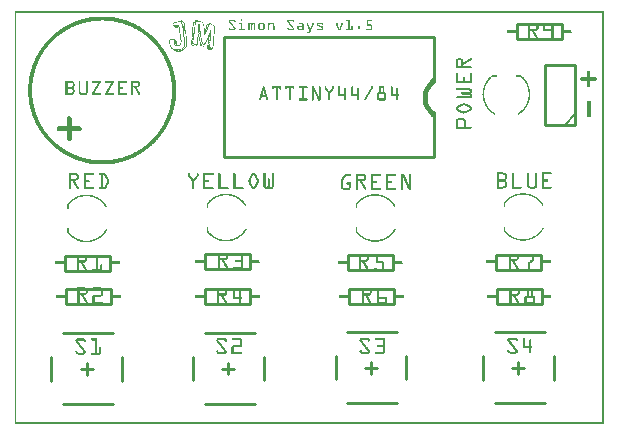
<source format=gto>
G04 MADE WITH FRITZING*
G04 WWW.FRITZING.ORG*
G04 DOUBLE SIDED*
G04 HOLES PLATED*
G04 CONTOUR ON CENTER OF CONTOUR VECTOR*
%ASAXBY*%
%FSLAX23Y23*%
%MOIN*%
%OFA0B0*%
%SFA1.0B1.0*%
%ADD10C,0.010000*%
%ADD11C,0.005000*%
%ADD12R,0.001000X0.001000*%
%LNSILK1*%
G90*
G70*
G54D10*
X1396Y1288D02*
X696Y1288D01*
D02*
X696Y1288D02*
X696Y888D01*
D02*
X696Y888D02*
X1396Y888D01*
D02*
X1396Y1288D02*
X1396Y1138D01*
D02*
X1396Y1038D02*
X1396Y888D01*
D02*
X829Y223D02*
X829Y144D01*
D02*
X633Y301D02*
X800Y301D01*
D02*
X633Y65D02*
X800Y65D01*
D02*
X593Y223D02*
X593Y144D01*
D02*
X711Y203D02*
X711Y164D01*
D02*
X731Y183D02*
X692Y183D01*
D02*
X1305Y225D02*
X1305Y147D01*
D02*
X1108Y304D02*
X1275Y304D01*
D02*
X1108Y68D02*
X1275Y68D01*
D02*
X1069Y225D02*
X1069Y147D01*
D02*
X1187Y206D02*
X1187Y166D01*
D02*
X1206Y186D02*
X1167Y186D01*
D02*
X1796Y225D02*
X1796Y146D01*
D02*
X1599Y304D02*
X1766Y304D01*
D02*
X1599Y67D02*
X1766Y67D01*
D02*
X1559Y225D02*
X1559Y146D01*
D02*
X1678Y205D02*
X1678Y166D01*
D02*
X1697Y185D02*
X1658Y185D01*
D02*
X357Y222D02*
X357Y143D01*
D02*
X161Y301D02*
X328Y301D01*
D02*
X161Y64D02*
X328Y64D01*
D02*
X121Y222D02*
X121Y143D01*
D02*
X239Y202D02*
X239Y163D01*
D02*
X259Y182D02*
X220Y182D01*
D02*
X1604Y563D02*
X1754Y563D01*
D02*
X1754Y563D02*
X1754Y513D01*
D02*
X1754Y513D02*
X1604Y513D01*
D02*
X1604Y513D02*
X1604Y563D01*
D02*
X1110Y561D02*
X1260Y561D01*
D02*
X1260Y561D02*
X1260Y511D01*
D02*
X1260Y511D02*
X1110Y511D01*
D02*
X1110Y511D02*
X1110Y561D01*
D02*
X633Y566D02*
X783Y566D01*
D02*
X783Y566D02*
X783Y516D01*
D02*
X783Y516D02*
X633Y516D01*
D02*
X633Y516D02*
X633Y566D01*
D02*
X1607Y447D02*
X1757Y447D01*
D02*
X1757Y447D02*
X1757Y397D01*
D02*
X1757Y397D02*
X1607Y397D01*
D02*
X1607Y397D02*
X1607Y447D01*
D02*
X1113Y447D02*
X1263Y447D01*
D02*
X1263Y447D02*
X1263Y397D01*
D02*
X1263Y397D02*
X1113Y397D01*
D02*
X1113Y397D02*
X1113Y447D01*
D02*
X634Y447D02*
X784Y447D01*
D02*
X784Y447D02*
X784Y397D01*
D02*
X784Y397D02*
X634Y397D01*
D02*
X634Y397D02*
X634Y447D01*
D02*
X170Y448D02*
X320Y448D01*
D02*
X320Y448D02*
X320Y398D01*
D02*
X320Y398D02*
X170Y398D01*
D02*
X170Y398D02*
X170Y448D01*
D02*
X167Y559D02*
X317Y559D01*
D02*
X317Y559D02*
X317Y509D01*
D02*
X317Y509D02*
X167Y509D01*
D02*
X167Y509D02*
X167Y559D01*
D02*
X1868Y996D02*
X1868Y1196D01*
D02*
X1868Y1196D02*
X1768Y1196D01*
D02*
X1768Y1196D02*
X1768Y996D01*
D02*
X1768Y996D02*
X1868Y996D01*
G54D11*
D02*
X1868Y1031D02*
X1833Y996D01*
G54D10*
D02*
X1673Y1332D02*
X1823Y1332D01*
D02*
X1823Y1332D02*
X1823Y1282D01*
D02*
X1823Y1282D02*
X1673Y1282D01*
D02*
X1673Y1282D02*
X1673Y1332D01*
G36*
X602Y1344D02*
X602Y1343D01*
X601Y1343D01*
X601Y1343D01*
X601Y1343D01*
X601Y1342D01*
X600Y1342D01*
X600Y1342D01*
X600Y1342D01*
X600Y1342D01*
X600Y1342D01*
X600Y1341D01*
X599Y1341D01*
X599Y1341D01*
X599Y1341D01*
X599Y1340D01*
X613Y1340D01*
X613Y1340D01*
X616Y1340D01*
X616Y1340D01*
X618Y1340D01*
X618Y1339D01*
X619Y1339D01*
X619Y1339D01*
X621Y1339D01*
X621Y1338D01*
X622Y1338D01*
X622Y1338D01*
X623Y1338D01*
X623Y1338D01*
X623Y1338D01*
X623Y1337D01*
X624Y1337D01*
X624Y1337D01*
X624Y1337D01*
X624Y1336D01*
X625Y1336D01*
X625Y1335D01*
X625Y1335D01*
X625Y1335D01*
X625Y1335D01*
X625Y1334D01*
X626Y1334D01*
X626Y1333D01*
X626Y1333D01*
X626Y1332D01*
X627Y1332D01*
X627Y1331D01*
X627Y1331D01*
X627Y1329D01*
X627Y1329D01*
X627Y1328D01*
X628Y1328D01*
X628Y1326D01*
X628Y1326D01*
X628Y1324D01*
X629Y1324D01*
X629Y1323D01*
X629Y1323D01*
X629Y1321D01*
X629Y1321D01*
X629Y1319D01*
X630Y1319D01*
X630Y1317D01*
X630Y1317D01*
X630Y1314D01*
X631Y1314D01*
X631Y1311D01*
X631Y1311D01*
X631Y1311D01*
X634Y1311D01*
X634Y1313D01*
X634Y1313D01*
X634Y1315D01*
X633Y1315D01*
X633Y1317D01*
X633Y1317D01*
X633Y1320D01*
X632Y1320D01*
X632Y1321D01*
X632Y1321D01*
X632Y1323D01*
X631Y1323D01*
X631Y1325D01*
X631Y1325D01*
X631Y1326D01*
X631Y1326D01*
X631Y1328D01*
X630Y1328D01*
X630Y1329D01*
X630Y1329D01*
X630Y1330D01*
X629Y1330D01*
X629Y1331D01*
X629Y1331D01*
X629Y1333D01*
X629Y1333D01*
X629Y1333D01*
X628Y1333D01*
X628Y1335D01*
X628Y1335D01*
X628Y1335D01*
X627Y1335D01*
X627Y1337D01*
X627Y1337D01*
X627Y1338D01*
X627Y1338D01*
X627Y1338D01*
X626Y1338D01*
X626Y1339D01*
X626Y1339D01*
X626Y1340D01*
X625Y1340D01*
X625Y1340D01*
X624Y1340D01*
X624Y1340D01*
X622Y1340D01*
X622Y1341D01*
X621Y1341D01*
X621Y1341D01*
X620Y1341D01*
X620Y1342D01*
X619Y1342D01*
X619Y1342D01*
X617Y1342D01*
X617Y1342D01*
X616Y1342D01*
X616Y1343D01*
X614Y1343D01*
X614Y1343D01*
X611Y1343D01*
X611Y1344D01*
X602Y1344D01*
G37*
D02*
G36*
X598Y1340D02*
X598Y1340D01*
X598Y1340D01*
X598Y1340D01*
X597Y1340D01*
X597Y1339D01*
X597Y1339D01*
X597Y1339D01*
X601Y1339D01*
X601Y1337D01*
X601Y1337D01*
X601Y1334D01*
X600Y1334D01*
X600Y1332D01*
X600Y1332D01*
X600Y1329D01*
X600Y1329D01*
X600Y1326D01*
X599Y1326D01*
X599Y1324D01*
X599Y1324D01*
X599Y1322D01*
X598Y1322D01*
X598Y1317D01*
X598Y1317D01*
X598Y1313D01*
X598Y1313D01*
X598Y1309D01*
X597Y1309D01*
X597Y1306D01*
X597Y1306D01*
X597Y1304D01*
X596Y1304D01*
X596Y1303D01*
X599Y1303D01*
X599Y1304D01*
X600Y1304D01*
X600Y1308D01*
X600Y1308D01*
X600Y1311D01*
X600Y1311D01*
X600Y1314D01*
X601Y1314D01*
X601Y1317D01*
X601Y1317D01*
X601Y1320D01*
X602Y1320D01*
X602Y1324D01*
X602Y1324D01*
X602Y1326D01*
X602Y1326D01*
X602Y1329D01*
X603Y1329D01*
X603Y1331D01*
X603Y1331D01*
X603Y1334D01*
X604Y1334D01*
X604Y1336D01*
X604Y1336D01*
X604Y1338D01*
X604Y1338D01*
X604Y1339D01*
X605Y1339D01*
X605Y1340D01*
X598Y1340D01*
G37*
D02*
G36*
X596Y1339D02*
X596Y1338D01*
X596Y1338D01*
X596Y1337D01*
X595Y1337D01*
X595Y1336D01*
X595Y1336D01*
X595Y1335D01*
X595Y1335D01*
X595Y1333D01*
X594Y1333D01*
X594Y1331D01*
X594Y1331D01*
X594Y1329D01*
X593Y1329D01*
X593Y1327D01*
X593Y1327D01*
X593Y1325D01*
X593Y1325D01*
X593Y1323D01*
X592Y1323D01*
X592Y1320D01*
X592Y1320D01*
X592Y1317D01*
X591Y1317D01*
X591Y1314D01*
X591Y1314D01*
X591Y1311D01*
X591Y1311D01*
X591Y1311D01*
X591Y1311D01*
X591Y1304D01*
X591Y1304D01*
X591Y1303D01*
X594Y1303D01*
X594Y1311D01*
X594Y1311D01*
X594Y1317D01*
X595Y1317D01*
X595Y1321D01*
X595Y1321D01*
X595Y1324D01*
X595Y1324D01*
X595Y1326D01*
X596Y1326D01*
X596Y1329D01*
X596Y1329D01*
X596Y1330D01*
X597Y1330D01*
X597Y1332D01*
X597Y1332D01*
X597Y1333D01*
X598Y1333D01*
X598Y1334D01*
X598Y1334D01*
X598Y1335D01*
X598Y1335D01*
X598Y1336D01*
X599Y1336D01*
X599Y1337D01*
X599Y1337D01*
X599Y1338D01*
X600Y1338D01*
X600Y1338D01*
X600Y1338D01*
X600Y1338D01*
X600Y1338D01*
X600Y1339D01*
X596Y1339D01*
G37*
D02*
G36*
X649Y1335D02*
X649Y1335D01*
X648Y1335D01*
X648Y1335D01*
X647Y1335D01*
X647Y1334D01*
X647Y1334D01*
X647Y1334D01*
X646Y1334D01*
X646Y1333D01*
X645Y1333D01*
X645Y1333D01*
X645Y1333D01*
X645Y1333D01*
X644Y1333D01*
X644Y1332D01*
X643Y1332D01*
X643Y1332D01*
X651Y1332D01*
X651Y1331D01*
X652Y1331D01*
X652Y1331D01*
X652Y1331D01*
X652Y1331D01*
X653Y1331D01*
X653Y1330D01*
X654Y1330D01*
X654Y1330D01*
X654Y1330D01*
X654Y1329D01*
X655Y1329D01*
X655Y1329D01*
X656Y1329D01*
X656Y1329D01*
X656Y1329D01*
X656Y1328D01*
X657Y1328D01*
X657Y1328D01*
X658Y1328D01*
X658Y1327D01*
X658Y1327D01*
X658Y1327D01*
X659Y1327D01*
X659Y1326D01*
X660Y1326D01*
X660Y1326D01*
X660Y1326D01*
X660Y1326D01*
X661Y1326D01*
X661Y1325D01*
X662Y1325D01*
X662Y1325D01*
X663Y1325D01*
X663Y1324D01*
X663Y1324D01*
X663Y1324D01*
X664Y1324D01*
X664Y1324D01*
X664Y1324D01*
X664Y1322D01*
X665Y1322D01*
X665Y1315D01*
X664Y1315D01*
X664Y1308D01*
X664Y1308D01*
X664Y1304D01*
X663Y1304D01*
X663Y1300D01*
X663Y1300D01*
X663Y1296D01*
X663Y1296D01*
X663Y1293D01*
X662Y1293D01*
X662Y1290D01*
X662Y1290D01*
X662Y1286D01*
X661Y1286D01*
X661Y1283D01*
X661Y1283D01*
X661Y1280D01*
X661Y1280D01*
X661Y1270D01*
X660Y1270D01*
X660Y1263D01*
X660Y1263D01*
X660Y1259D01*
X659Y1259D01*
X659Y1257D01*
X659Y1257D01*
X659Y1255D01*
X658Y1255D01*
X658Y1254D01*
X658Y1254D01*
X658Y1253D01*
X658Y1253D01*
X658Y1253D01*
X661Y1253D01*
X661Y1253D01*
X661Y1253D01*
X661Y1255D01*
X662Y1255D01*
X662Y1257D01*
X662Y1257D01*
X662Y1260D01*
X663Y1260D01*
X663Y1263D01*
X663Y1263D01*
X663Y1269D01*
X663Y1269D01*
X663Y1282D01*
X664Y1282D01*
X664Y1285D01*
X664Y1285D01*
X664Y1288D01*
X665Y1288D01*
X665Y1292D01*
X665Y1292D01*
X665Y1295D01*
X665Y1295D01*
X665Y1298D01*
X666Y1298D01*
X666Y1302D01*
X666Y1302D01*
X666Y1306D01*
X667Y1306D01*
X667Y1309D01*
X667Y1309D01*
X667Y1313D01*
X667Y1313D01*
X667Y1317D01*
X668Y1317D01*
X668Y1321D01*
X668Y1321D01*
X668Y1326D01*
X667Y1326D01*
X667Y1326D01*
X665Y1326D01*
X665Y1327D01*
X664Y1327D01*
X664Y1327D01*
X663Y1327D01*
X663Y1328D01*
X662Y1328D01*
X662Y1328D01*
X661Y1328D01*
X661Y1329D01*
X661Y1329D01*
X661Y1329D01*
X660Y1329D01*
X660Y1329D01*
X660Y1329D01*
X660Y1330D01*
X659Y1330D01*
X659Y1330D01*
X658Y1330D01*
X658Y1331D01*
X658Y1331D01*
X658Y1331D01*
X657Y1331D01*
X657Y1331D01*
X656Y1331D01*
X656Y1332D01*
X656Y1332D01*
X656Y1332D01*
X655Y1332D01*
X655Y1333D01*
X655Y1333D01*
X655Y1333D01*
X654Y1333D01*
X654Y1333D01*
X653Y1333D01*
X653Y1334D01*
X653Y1334D01*
X653Y1334D01*
X652Y1334D01*
X652Y1335D01*
X651Y1335D01*
X651Y1335D01*
X650Y1335D01*
X650Y1335D01*
X649Y1335D01*
G37*
D02*
G36*
X613Y1333D02*
X613Y1333D01*
X613Y1333D01*
X613Y1332D01*
X613Y1332D01*
X613Y1331D01*
X612Y1331D01*
X612Y1329D01*
X612Y1329D01*
X612Y1327D01*
X611Y1327D01*
X611Y1325D01*
X611Y1325D01*
X611Y1322D01*
X611Y1322D01*
X611Y1322D01*
X614Y1322D01*
X614Y1318D01*
X614Y1318D01*
X614Y1317D01*
X618Y1317D01*
X618Y1318D01*
X617Y1318D01*
X617Y1321D01*
X617Y1321D01*
X617Y1324D01*
X616Y1324D01*
X616Y1327D01*
X616Y1327D01*
X616Y1330D01*
X616Y1330D01*
X616Y1333D01*
X615Y1333D01*
X615Y1333D01*
X613Y1333D01*
G37*
D02*
G36*
X643Y1332D02*
X643Y1331D01*
X642Y1331D01*
X642Y1331D01*
X641Y1331D01*
X641Y1331D01*
X640Y1331D01*
X640Y1330D01*
X646Y1330D01*
X646Y1329D01*
X646Y1329D01*
X646Y1328D01*
X645Y1328D01*
X645Y1327D01*
X645Y1327D01*
X645Y1326D01*
X645Y1326D01*
X645Y1325D01*
X644Y1325D01*
X644Y1324D01*
X644Y1324D01*
X644Y1324D01*
X643Y1324D01*
X643Y1323D01*
X643Y1323D01*
X643Y1323D01*
X643Y1323D01*
X643Y1322D01*
X642Y1322D01*
X642Y1322D01*
X646Y1322D01*
X646Y1323D01*
X647Y1323D01*
X647Y1324D01*
X647Y1324D01*
X647Y1325D01*
X647Y1325D01*
X647Y1326D01*
X648Y1326D01*
X648Y1326D01*
X648Y1326D01*
X648Y1328D01*
X649Y1328D01*
X649Y1329D01*
X649Y1329D01*
X649Y1329D01*
X649Y1329D01*
X649Y1331D01*
X650Y1331D01*
X650Y1331D01*
X650Y1331D01*
X650Y1332D01*
X643Y1332D01*
G37*
D02*
G36*
X640Y1330D02*
X640Y1330D01*
X640Y1330D01*
X640Y1329D01*
X639Y1329D01*
X639Y1328D01*
X639Y1328D01*
X639Y1327D01*
X638Y1327D01*
X638Y1325D01*
X638Y1325D01*
X638Y1324D01*
X638Y1324D01*
X638Y1322D01*
X637Y1322D01*
X637Y1322D01*
X641Y1322D01*
X641Y1326D01*
X641Y1326D01*
X641Y1327D01*
X642Y1327D01*
X642Y1328D01*
X642Y1328D01*
X642Y1328D01*
X643Y1328D01*
X643Y1329D01*
X643Y1329D01*
X643Y1329D01*
X643Y1329D01*
X643Y1329D01*
X644Y1329D01*
X644Y1330D01*
X645Y1330D01*
X645Y1330D01*
X640Y1330D01*
G37*
D02*
G36*
X637Y1322D02*
X637Y1322D01*
X646Y1322D01*
X646Y1322D01*
X637Y1322D01*
G37*
D02*
G36*
X637Y1322D02*
X637Y1322D01*
X646Y1322D01*
X646Y1322D01*
X637Y1322D01*
G37*
D02*
G36*
X611Y1322D02*
X611Y1317D01*
X613Y1317D01*
X613Y1320D01*
X613Y1320D01*
X613Y1322D01*
X611Y1322D01*
G37*
D02*
G36*
X637Y1322D02*
X637Y1321D01*
X637Y1321D01*
X637Y1319D01*
X636Y1319D01*
X636Y1317D01*
X636Y1317D01*
X636Y1316D01*
X636Y1316D01*
X636Y1314D01*
X640Y1314D01*
X640Y1313D01*
X639Y1313D01*
X639Y1313D01*
X639Y1313D01*
X639Y1313D01*
X642Y1313D01*
X642Y1313D01*
X643Y1313D01*
X643Y1314D01*
X643Y1314D01*
X643Y1315D01*
X643Y1315D01*
X643Y1316D01*
X644Y1316D01*
X644Y1317D01*
X644Y1317D01*
X644Y1318D01*
X645Y1318D01*
X645Y1319D01*
X645Y1319D01*
X645Y1320D01*
X645Y1320D01*
X645Y1321D01*
X646Y1321D01*
X646Y1322D01*
X637Y1322D01*
G37*
D02*
G36*
X611Y1317D02*
X611Y1317D01*
X618Y1317D01*
X618Y1317D01*
X611Y1317D01*
G37*
D02*
G36*
X611Y1317D02*
X611Y1317D01*
X618Y1317D01*
X618Y1317D01*
X611Y1317D01*
G37*
D02*
G36*
X610Y1317D02*
X610Y1312D01*
X610Y1312D01*
X610Y1309D01*
X616Y1309D01*
X616Y1308D01*
X619Y1308D01*
X619Y1309D01*
X618Y1309D01*
X618Y1312D01*
X618Y1312D01*
X618Y1315D01*
X618Y1315D01*
X618Y1317D01*
X610Y1317D01*
G37*
D02*
G36*
X636Y1314D02*
X636Y1314D01*
X635Y1314D01*
X635Y1313D01*
X638Y1313D01*
X638Y1314D01*
X636Y1314D01*
G37*
D02*
G36*
X652Y1313D02*
X652Y1312D01*
X652Y1312D01*
X652Y1311D01*
X651Y1311D01*
X651Y1310D01*
X651Y1310D01*
X651Y1308D01*
X650Y1308D01*
X650Y1307D01*
X650Y1307D01*
X650Y1306D01*
X649Y1306D01*
X649Y1305D01*
X649Y1305D01*
X649Y1304D01*
X649Y1304D01*
X649Y1303D01*
X648Y1303D01*
X648Y1302D01*
X648Y1302D01*
X648Y1301D01*
X651Y1301D01*
X651Y1296D01*
X651Y1296D01*
X651Y1288D01*
X650Y1288D01*
X650Y1281D01*
X650Y1281D01*
X650Y1278D01*
X649Y1278D01*
X649Y1277D01*
X653Y1277D01*
X653Y1282D01*
X653Y1282D01*
X653Y1288D01*
X654Y1288D01*
X654Y1293D01*
X654Y1293D01*
X654Y1299D01*
X654Y1299D01*
X654Y1303D01*
X655Y1303D01*
X655Y1307D01*
X655Y1307D01*
X655Y1309D01*
X655Y1309D01*
X655Y1311D01*
X654Y1311D01*
X654Y1312D01*
X654Y1312D01*
X654Y1313D01*
X654Y1313D01*
X654Y1313D01*
X652Y1313D01*
G37*
D02*
G36*
X635Y1313D02*
X635Y1312D01*
X642Y1312D01*
X642Y1313D01*
X635Y1313D01*
G37*
D02*
G36*
X635Y1313D02*
X635Y1312D01*
X642Y1312D01*
X642Y1313D01*
X635Y1313D01*
G37*
D02*
G36*
X635Y1312D02*
X635Y1312D01*
X635Y1312D01*
X635Y1311D01*
X641Y1311D01*
X641Y1311D01*
X642Y1311D01*
X642Y1312D01*
X635Y1312D01*
G37*
D02*
G36*
X631Y1311D02*
X631Y1310D01*
X641Y1310D01*
X641Y1311D01*
X631Y1311D01*
G37*
D02*
G36*
X631Y1311D02*
X631Y1310D01*
X641Y1310D01*
X641Y1311D01*
X631Y1311D01*
G37*
D02*
G36*
X631Y1310D02*
X631Y1308D01*
X631Y1308D01*
X631Y1306D01*
X632Y1306D01*
X632Y1303D01*
X632Y1303D01*
X632Y1296D01*
X634Y1296D01*
X634Y1296D01*
X635Y1296D01*
X635Y1297D01*
X635Y1297D01*
X635Y1298D01*
X636Y1298D01*
X636Y1299D01*
X636Y1299D01*
X636Y1299D01*
X636Y1299D01*
X636Y1301D01*
X637Y1301D01*
X637Y1302D01*
X637Y1302D01*
X637Y1302D01*
X638Y1302D01*
X638Y1303D01*
X638Y1303D01*
X638Y1304D01*
X638Y1304D01*
X638Y1305D01*
X639Y1305D01*
X639Y1306D01*
X639Y1306D01*
X639Y1307D01*
X640Y1307D01*
X640Y1308D01*
X640Y1308D01*
X640Y1309D01*
X640Y1309D01*
X640Y1310D01*
X641Y1310D01*
X641Y1310D01*
X631Y1310D01*
G37*
D02*
G36*
X610Y1309D02*
X610Y1308D01*
X615Y1308D01*
X615Y1308D01*
X615Y1308D01*
X615Y1309D01*
X610Y1309D01*
G37*
D02*
G36*
X610Y1308D02*
X610Y1308D01*
X619Y1308D01*
X619Y1308D01*
X610Y1308D01*
G37*
D02*
G36*
X610Y1308D02*
X610Y1308D01*
X619Y1308D01*
X619Y1308D01*
X610Y1308D01*
G37*
D02*
G36*
X610Y1308D02*
X610Y1306D01*
X609Y1306D01*
X609Y1305D01*
X616Y1305D01*
X616Y1305D01*
X616Y1305D01*
X616Y1302D01*
X617Y1302D01*
X617Y1302D01*
X616Y1302D01*
X616Y1301D01*
X615Y1301D01*
X615Y1301D01*
X614Y1301D01*
X614Y1300D01*
X613Y1300D01*
X613Y1300D01*
X613Y1300D01*
X613Y1299D01*
X620Y1299D01*
X620Y1303D01*
X619Y1303D01*
X619Y1306D01*
X619Y1306D01*
X619Y1308D01*
X610Y1308D01*
G37*
D02*
G36*
X609Y1305D02*
X609Y1301D01*
X609Y1301D01*
X609Y1299D01*
X612Y1299D01*
X612Y1300D01*
X612Y1300D01*
X612Y1301D01*
X613Y1301D01*
X613Y1301D01*
X613Y1301D01*
X613Y1302D01*
X613Y1302D01*
X613Y1302D01*
X614Y1302D01*
X614Y1303D01*
X614Y1303D01*
X614Y1304D01*
X615Y1304D01*
X615Y1304D01*
X615Y1304D01*
X615Y1304D01*
X616Y1304D01*
X616Y1305D01*
X609Y1305D01*
G37*
D02*
G36*
X591Y1303D02*
X591Y1302D01*
X599Y1302D01*
X599Y1303D01*
X591Y1303D01*
G37*
D02*
G36*
X591Y1303D02*
X591Y1302D01*
X599Y1302D01*
X599Y1303D01*
X591Y1303D01*
G37*
D02*
G36*
X591Y1302D02*
X591Y1299D01*
X595Y1299D01*
X595Y1298D01*
X594Y1298D01*
X594Y1297D01*
X599Y1297D01*
X599Y1301D01*
X599Y1301D01*
X599Y1302D01*
X591Y1302D01*
G37*
D02*
G36*
X648Y1301D02*
X648Y1301D01*
X647Y1301D01*
X647Y1299D01*
X647Y1299D01*
X647Y1298D01*
X647Y1298D01*
X647Y1297D01*
X646Y1297D01*
X646Y1296D01*
X646Y1296D01*
X646Y1295D01*
X645Y1295D01*
X645Y1294D01*
X645Y1294D01*
X645Y1293D01*
X645Y1293D01*
X645Y1292D01*
X644Y1292D01*
X644Y1290D01*
X644Y1290D01*
X644Y1289D01*
X643Y1289D01*
X643Y1288D01*
X643Y1288D01*
X643Y1287D01*
X643Y1287D01*
X643Y1286D01*
X642Y1286D01*
X642Y1285D01*
X645Y1285D01*
X645Y1282D01*
X645Y1282D01*
X645Y1279D01*
X645Y1279D01*
X645Y1277D01*
X647Y1277D01*
X647Y1281D01*
X648Y1281D01*
X648Y1284D01*
X648Y1284D01*
X648Y1287D01*
X649Y1287D01*
X649Y1290D01*
X649Y1290D01*
X649Y1294D01*
X649Y1294D01*
X649Y1296D01*
X649Y1296D01*
X649Y1296D01*
X649Y1296D01*
X649Y1297D01*
X650Y1297D01*
X650Y1299D01*
X650Y1299D01*
X650Y1301D01*
X648Y1301D01*
G37*
D02*
G36*
X609Y1299D02*
X609Y1299D01*
X620Y1299D01*
X620Y1299D01*
X609Y1299D01*
G37*
D02*
G36*
X609Y1299D02*
X609Y1299D01*
X620Y1299D01*
X620Y1299D01*
X609Y1299D01*
G37*
D02*
G36*
X609Y1299D02*
X609Y1296D01*
X609Y1296D01*
X609Y1290D01*
X612Y1290D01*
X612Y1290D01*
X613Y1290D01*
X613Y1288D01*
X613Y1288D01*
X613Y1286D01*
X613Y1286D01*
X613Y1284D01*
X614Y1284D01*
X614Y1282D01*
X614Y1282D01*
X614Y1280D01*
X615Y1280D01*
X615Y1278D01*
X615Y1278D01*
X615Y1276D01*
X616Y1276D01*
X616Y1274D01*
X616Y1274D01*
X616Y1271D01*
X616Y1271D01*
X616Y1269D01*
X617Y1269D01*
X617Y1267D01*
X617Y1267D01*
X617Y1264D01*
X618Y1264D01*
X618Y1262D01*
X620Y1262D01*
X620Y1264D01*
X620Y1264D01*
X620Y1266D01*
X620Y1266D01*
X620Y1269D01*
X619Y1269D01*
X619Y1271D01*
X619Y1271D01*
X619Y1273D01*
X618Y1273D01*
X618Y1275D01*
X618Y1275D01*
X618Y1277D01*
X618Y1277D01*
X618Y1280D01*
X617Y1280D01*
X617Y1282D01*
X617Y1282D01*
X617Y1284D01*
X616Y1284D01*
X616Y1286D01*
X616Y1286D01*
X616Y1288D01*
X616Y1288D01*
X616Y1289D01*
X615Y1289D01*
X615Y1291D01*
X615Y1291D01*
X615Y1293D01*
X614Y1293D01*
X614Y1293D01*
X614Y1293D01*
X614Y1297D01*
X614Y1297D01*
X614Y1297D01*
X615Y1297D01*
X615Y1298D01*
X615Y1298D01*
X615Y1298D01*
X616Y1298D01*
X616Y1299D01*
X616Y1299D01*
X616Y1299D01*
X609Y1299D01*
G37*
D02*
G36*
X617Y1299D02*
X617Y1296D01*
X618Y1296D01*
X618Y1293D01*
X618Y1293D01*
X618Y1291D01*
X618Y1291D01*
X618Y1289D01*
X619Y1289D01*
X619Y1287D01*
X619Y1287D01*
X619Y1286D01*
X620Y1286D01*
X620Y1284D01*
X620Y1284D01*
X620Y1282D01*
X620Y1282D01*
X620Y1280D01*
X621Y1280D01*
X621Y1279D01*
X621Y1279D01*
X621Y1277D01*
X622Y1277D01*
X622Y1275D01*
X622Y1275D01*
X622Y1273D01*
X622Y1273D01*
X622Y1272D01*
X623Y1272D01*
X623Y1269D01*
X623Y1269D01*
X623Y1265D01*
X623Y1265D01*
X623Y1265D01*
X630Y1265D01*
X630Y1265D01*
X629Y1265D01*
X629Y1266D01*
X628Y1266D01*
X628Y1266D01*
X627Y1266D01*
X627Y1266D01*
X627Y1266D01*
X627Y1267D01*
X626Y1267D01*
X626Y1269D01*
X626Y1269D01*
X626Y1272D01*
X625Y1272D01*
X625Y1273D01*
X625Y1273D01*
X625Y1275D01*
X625Y1275D01*
X625Y1277D01*
X624Y1277D01*
X624Y1279D01*
X624Y1279D01*
X624Y1281D01*
X623Y1281D01*
X623Y1283D01*
X623Y1283D01*
X623Y1284D01*
X622Y1284D01*
X622Y1286D01*
X622Y1286D01*
X622Y1288D01*
X622Y1288D01*
X622Y1290D01*
X621Y1290D01*
X621Y1292D01*
X621Y1292D01*
X621Y1294D01*
X620Y1294D01*
X620Y1297D01*
X620Y1297D01*
X620Y1299D01*
X617Y1299D01*
G37*
D02*
G36*
X591Y1299D02*
X591Y1298D01*
X590Y1298D01*
X590Y1297D01*
X593Y1297D01*
X593Y1299D01*
X591Y1299D01*
G37*
D02*
G36*
X590Y1297D02*
X590Y1297D01*
X599Y1297D01*
X599Y1297D01*
X590Y1297D01*
G37*
D02*
G36*
X590Y1297D02*
X590Y1297D01*
X599Y1297D01*
X599Y1297D01*
X590Y1297D01*
G37*
D02*
G36*
X590Y1297D02*
X590Y1295D01*
X595Y1295D01*
X595Y1294D01*
X595Y1294D01*
X595Y1293D01*
X594Y1293D01*
X594Y1293D01*
X594Y1293D01*
X594Y1292D01*
X593Y1292D01*
X593Y1292D01*
X598Y1292D01*
X598Y1293D01*
X598Y1293D01*
X598Y1297D01*
X590Y1297D01*
G37*
D02*
G36*
X590Y1295D02*
X590Y1294D01*
X590Y1294D01*
X590Y1292D01*
X593Y1292D01*
X593Y1293D01*
X593Y1293D01*
X593Y1295D01*
X590Y1295D01*
G37*
D02*
G36*
X590Y1292D02*
X590Y1291D01*
X598Y1291D01*
X598Y1292D01*
X590Y1292D01*
G37*
D02*
G36*
X590Y1292D02*
X590Y1291D01*
X598Y1291D01*
X598Y1292D01*
X590Y1292D01*
G37*
D02*
G36*
X590Y1291D02*
X590Y1290D01*
X589Y1290D01*
X589Y1288D01*
X594Y1288D01*
X594Y1287D01*
X594Y1287D01*
X594Y1286D01*
X593Y1286D01*
X593Y1285D01*
X593Y1285D01*
X593Y1284D01*
X593Y1284D01*
X593Y1284D01*
X592Y1284D01*
X592Y1284D01*
X597Y1284D01*
X597Y1286D01*
X597Y1286D01*
X597Y1288D01*
X598Y1288D01*
X598Y1290D01*
X598Y1290D01*
X598Y1291D01*
X590Y1291D01*
G37*
D02*
G36*
X608Y1290D02*
X608Y1285D01*
X608Y1285D01*
X608Y1280D01*
X607Y1280D01*
X607Y1275D01*
X607Y1275D01*
X607Y1269D01*
X607Y1269D01*
X607Y1265D01*
X609Y1265D01*
X609Y1269D01*
X610Y1269D01*
X610Y1275D01*
X610Y1275D01*
X610Y1280D01*
X611Y1280D01*
X611Y1284D01*
X611Y1284D01*
X611Y1288D01*
X611Y1288D01*
X611Y1290D01*
X612Y1290D01*
X612Y1290D01*
X608Y1290D01*
G37*
D02*
G36*
X589Y1288D02*
X589Y1287D01*
X589Y1287D01*
X589Y1284D01*
X592Y1284D01*
X592Y1284D01*
X591Y1284D01*
X591Y1286D01*
X592Y1286D01*
X592Y1287D01*
X592Y1287D01*
X592Y1287D01*
X593Y1287D01*
X593Y1288D01*
X593Y1288D01*
X593Y1288D01*
X593Y1288D01*
X593Y1288D01*
X589Y1288D01*
G37*
D02*
G36*
X642Y1285D02*
X642Y1284D01*
X641Y1284D01*
X641Y1283D01*
X641Y1283D01*
X641Y1282D01*
X640Y1282D01*
X640Y1281D01*
X640Y1281D01*
X640Y1281D01*
X640Y1281D01*
X640Y1280D01*
X639Y1280D01*
X639Y1279D01*
X639Y1279D01*
X639Y1278D01*
X638Y1278D01*
X638Y1277D01*
X638Y1277D01*
X638Y1277D01*
X638Y1277D01*
X638Y1276D01*
X637Y1276D01*
X637Y1275D01*
X637Y1275D01*
X637Y1274D01*
X636Y1274D01*
X636Y1273D01*
X636Y1273D01*
X636Y1272D01*
X636Y1272D01*
X636Y1272D01*
X635Y1272D01*
X635Y1271D01*
X635Y1271D01*
X635Y1270D01*
X634Y1270D01*
X634Y1270D01*
X634Y1270D01*
X634Y1269D01*
X634Y1269D01*
X634Y1268D01*
X633Y1268D01*
X633Y1268D01*
X633Y1268D01*
X633Y1267D01*
X632Y1267D01*
X632Y1266D01*
X632Y1266D01*
X632Y1266D01*
X631Y1266D01*
X631Y1266D01*
X631Y1266D01*
X631Y1265D01*
X631Y1265D01*
X631Y1265D01*
X635Y1265D01*
X635Y1265D01*
X635Y1265D01*
X635Y1266D01*
X636Y1266D01*
X636Y1267D01*
X636Y1267D01*
X636Y1268D01*
X636Y1268D01*
X636Y1268D01*
X637Y1268D01*
X637Y1269D01*
X637Y1269D01*
X637Y1270D01*
X638Y1270D01*
X638Y1270D01*
X638Y1270D01*
X638Y1271D01*
X638Y1271D01*
X638Y1272D01*
X639Y1272D01*
X639Y1273D01*
X639Y1273D01*
X639Y1274D01*
X640Y1274D01*
X640Y1275D01*
X640Y1275D01*
X640Y1275D01*
X640Y1275D01*
X640Y1276D01*
X641Y1276D01*
X641Y1277D01*
X641Y1277D01*
X641Y1278D01*
X642Y1278D01*
X642Y1279D01*
X642Y1279D01*
X642Y1279D01*
X643Y1279D01*
X643Y1280D01*
X643Y1280D01*
X643Y1281D01*
X643Y1281D01*
X643Y1282D01*
X644Y1282D01*
X644Y1283D01*
X644Y1283D01*
X644Y1284D01*
X645Y1284D01*
X645Y1285D01*
X642Y1285D01*
G37*
D02*
G36*
X589Y1284D02*
X589Y1283D01*
X596Y1283D01*
X596Y1284D01*
X589Y1284D01*
G37*
D02*
G36*
X589Y1284D02*
X589Y1283D01*
X596Y1283D01*
X596Y1284D01*
X589Y1284D01*
G37*
D02*
G36*
X589Y1283D02*
X589Y1281D01*
X592Y1281D01*
X592Y1281D01*
X592Y1281D01*
X592Y1279D01*
X596Y1279D01*
X596Y1281D01*
X596Y1281D01*
X596Y1283D01*
X589Y1283D01*
G37*
D02*
G36*
X589Y1281D02*
X589Y1280D01*
X588Y1280D01*
X588Y1279D01*
X591Y1279D01*
X591Y1280D01*
X591Y1280D01*
X591Y1281D01*
X589Y1281D01*
G37*
D02*
G36*
X588Y1279D02*
X588Y1279D01*
X596Y1279D01*
X596Y1279D01*
X588Y1279D01*
G37*
D02*
G36*
X588Y1279D02*
X588Y1279D01*
X596Y1279D01*
X596Y1279D01*
X588Y1279D01*
G37*
D02*
G36*
X588Y1279D02*
X588Y1277D01*
X588Y1277D01*
X588Y1277D01*
X593Y1277D01*
X593Y1276D01*
X593Y1276D01*
X593Y1275D01*
X592Y1275D01*
X592Y1274D01*
X592Y1274D01*
X592Y1273D01*
X591Y1273D01*
X591Y1273D01*
X591Y1273D01*
X591Y1272D01*
X591Y1272D01*
X591Y1272D01*
X595Y1272D01*
X595Y1273D01*
X595Y1273D01*
X595Y1277D01*
X596Y1277D01*
X596Y1279D01*
X588Y1279D01*
G37*
D02*
G36*
X645Y1277D02*
X645Y1277D01*
X653Y1277D01*
X653Y1277D01*
X645Y1277D01*
G37*
D02*
G36*
X645Y1277D02*
X645Y1277D01*
X653Y1277D01*
X653Y1277D01*
X645Y1277D01*
G37*
D02*
G36*
X644Y1277D02*
X644Y1276D01*
X644Y1276D01*
X644Y1275D01*
X650Y1275D01*
X650Y1273D01*
X649Y1273D01*
X649Y1272D01*
X649Y1272D01*
X649Y1272D01*
X648Y1272D01*
X648Y1272D01*
X652Y1272D01*
X652Y1276D01*
X653Y1276D01*
X653Y1277D01*
X644Y1277D01*
G37*
D02*
G36*
X588Y1277D02*
X588Y1274D01*
X587Y1274D01*
X587Y1272D01*
X590Y1272D01*
X590Y1272D01*
X590Y1272D01*
X590Y1273D01*
X590Y1273D01*
X590Y1274D01*
X591Y1274D01*
X591Y1275D01*
X591Y1275D01*
X591Y1275D01*
X591Y1275D01*
X591Y1276D01*
X592Y1276D01*
X592Y1276D01*
X592Y1276D01*
X592Y1277D01*
X588Y1277D01*
G37*
D02*
G36*
X643Y1275D02*
X643Y1274D01*
X644Y1274D01*
X644Y1272D01*
X644Y1272D01*
X644Y1272D01*
X647Y1272D01*
X647Y1272D01*
X647Y1272D01*
X647Y1273D01*
X647Y1273D01*
X647Y1274D01*
X647Y1274D01*
X647Y1274D01*
X648Y1274D01*
X648Y1275D01*
X649Y1275D01*
X649Y1275D01*
X643Y1275D01*
G37*
D02*
G36*
X587Y1272D02*
X587Y1272D01*
X595Y1272D01*
X595Y1272D01*
X587Y1272D01*
G37*
D02*
G36*
X587Y1272D02*
X587Y1272D01*
X595Y1272D01*
X595Y1272D01*
X587Y1272D01*
G37*
D02*
G36*
X587Y1272D02*
X587Y1271D01*
X587Y1271D01*
X587Y1268D01*
X586Y1268D01*
X586Y1266D01*
X593Y1266D01*
X593Y1265D01*
X595Y1265D01*
X595Y1265D01*
X605Y1265D01*
X605Y1265D01*
X603Y1265D01*
X603Y1266D01*
X601Y1266D01*
X601Y1266D01*
X600Y1266D01*
X600Y1266D01*
X598Y1266D01*
X598Y1267D01*
X598Y1267D01*
X598Y1267D01*
X596Y1267D01*
X596Y1268D01*
X595Y1268D01*
X595Y1268D01*
X595Y1268D01*
X595Y1272D01*
X587Y1272D01*
G37*
D02*
G36*
X644Y1272D02*
X644Y1271D01*
X652Y1271D01*
X652Y1272D01*
X644Y1272D01*
G37*
D02*
G36*
X644Y1272D02*
X644Y1271D01*
X652Y1271D01*
X652Y1272D01*
X644Y1272D01*
G37*
D02*
G36*
X644Y1271D02*
X644Y1269D01*
X649Y1269D01*
X649Y1266D01*
X649Y1266D01*
X649Y1265D01*
X648Y1265D01*
X648Y1264D01*
X648Y1264D01*
X648Y1263D01*
X647Y1263D01*
X647Y1263D01*
X647Y1263D01*
X647Y1262D01*
X647Y1262D01*
X647Y1262D01*
X646Y1262D01*
X646Y1261D01*
X646Y1261D01*
X646Y1261D01*
X651Y1261D01*
X651Y1263D01*
X652Y1263D01*
X652Y1266D01*
X652Y1266D01*
X652Y1269D01*
X652Y1269D01*
X652Y1271D01*
X644Y1271D01*
G37*
D02*
G36*
X644Y1269D02*
X644Y1269D01*
X643Y1269D01*
X643Y1266D01*
X643Y1266D01*
X643Y1263D01*
X643Y1263D01*
X643Y1261D01*
X642Y1261D01*
X642Y1261D01*
X645Y1261D01*
X645Y1264D01*
X646Y1264D01*
X646Y1266D01*
X646Y1266D01*
X646Y1267D01*
X647Y1267D01*
X647Y1267D01*
X647Y1267D01*
X647Y1268D01*
X647Y1268D01*
X647Y1268D01*
X648Y1268D01*
X648Y1269D01*
X648Y1269D01*
X648Y1269D01*
X644Y1269D01*
G37*
D02*
G36*
X586Y1266D02*
X586Y1264D01*
X587Y1264D01*
X587Y1263D01*
X588Y1263D01*
X588Y1263D01*
X588Y1263D01*
X588Y1263D01*
X589Y1263D01*
X589Y1262D01*
X589Y1262D01*
X589Y1262D01*
X590Y1262D01*
X590Y1261D01*
X591Y1261D01*
X591Y1261D01*
X591Y1261D01*
X591Y1261D01*
X592Y1261D01*
X592Y1260D01*
X593Y1260D01*
X593Y1260D01*
X593Y1260D01*
X593Y1259D01*
X600Y1259D01*
X600Y1260D01*
X598Y1260D01*
X598Y1260D01*
X598Y1260D01*
X598Y1261D01*
X597Y1261D01*
X597Y1261D01*
X596Y1261D01*
X596Y1261D01*
X595Y1261D01*
X595Y1262D01*
X595Y1262D01*
X595Y1262D01*
X594Y1262D01*
X594Y1263D01*
X593Y1263D01*
X593Y1263D01*
X593Y1263D01*
X593Y1263D01*
X592Y1263D01*
X592Y1264D01*
X592Y1264D01*
X592Y1264D01*
X591Y1264D01*
X591Y1265D01*
X592Y1265D01*
X592Y1266D01*
X586Y1266D01*
G37*
D02*
G36*
X596Y1265D02*
X596Y1264D01*
X609Y1264D01*
X609Y1265D01*
X596Y1265D01*
G37*
D02*
G36*
X596Y1265D02*
X596Y1264D01*
X609Y1264D01*
X609Y1265D01*
X596Y1265D01*
G37*
D02*
G36*
X622Y1265D02*
X622Y1264D01*
X635Y1264D01*
X635Y1265D01*
X622Y1265D01*
G37*
D02*
G36*
X622Y1265D02*
X622Y1264D01*
X635Y1264D01*
X635Y1265D01*
X622Y1265D01*
G37*
D02*
G36*
X597Y1264D02*
X597Y1264D01*
X598Y1264D01*
X598Y1263D01*
X600Y1263D01*
X600Y1263D01*
X601Y1263D01*
X601Y1263D01*
X604Y1263D01*
X604Y1261D01*
X604Y1261D01*
X604Y1261D01*
X603Y1261D01*
X603Y1260D01*
X603Y1260D01*
X603Y1260D01*
X602Y1260D01*
X602Y1259D01*
X607Y1259D01*
X607Y1260D01*
X607Y1260D01*
X607Y1260D01*
X608Y1260D01*
X608Y1261D01*
X608Y1261D01*
X608Y1261D01*
X609Y1261D01*
X609Y1261D01*
X609Y1261D01*
X609Y1262D01*
X609Y1262D01*
X609Y1264D01*
X597Y1264D01*
G37*
D02*
G36*
X622Y1264D02*
X622Y1264D01*
X626Y1264D01*
X626Y1263D01*
X627Y1263D01*
X627Y1263D01*
X628Y1263D01*
X628Y1263D01*
X629Y1263D01*
X629Y1262D01*
X629Y1262D01*
X629Y1261D01*
X629Y1261D01*
X629Y1259D01*
X631Y1259D01*
X631Y1259D01*
X632Y1259D01*
X632Y1260D01*
X632Y1260D01*
X632Y1261D01*
X633Y1261D01*
X633Y1261D01*
X633Y1261D01*
X633Y1262D01*
X634Y1262D01*
X634Y1263D01*
X634Y1263D01*
X634Y1263D01*
X634Y1263D01*
X634Y1264D01*
X622Y1264D01*
G37*
D02*
G36*
X622Y1264D02*
X622Y1263D01*
X622Y1263D01*
X622Y1263D01*
X621Y1263D01*
X621Y1263D01*
X621Y1263D01*
X621Y1262D01*
X624Y1262D01*
X624Y1263D01*
X625Y1263D01*
X625Y1263D01*
X625Y1263D01*
X625Y1263D01*
X625Y1263D01*
X625Y1264D01*
X622Y1264D01*
G37*
D02*
G36*
X618Y1262D02*
X618Y1262D01*
X624Y1262D01*
X624Y1262D01*
X618Y1262D01*
G37*
D02*
G36*
X618Y1262D02*
X618Y1262D01*
X624Y1262D01*
X624Y1262D01*
X618Y1262D01*
G37*
D02*
G36*
X618Y1262D02*
X618Y1261D01*
X618Y1261D01*
X618Y1260D01*
X618Y1260D01*
X618Y1259D01*
X619Y1259D01*
X619Y1259D01*
X627Y1259D01*
X627Y1259D01*
X625Y1259D01*
X625Y1260D01*
X623Y1260D01*
X623Y1260D01*
X623Y1260D01*
X623Y1261D01*
X623Y1261D01*
X623Y1261D01*
X624Y1261D01*
X624Y1262D01*
X618Y1262D01*
G37*
D02*
G36*
X642Y1261D02*
X642Y1261D01*
X651Y1261D01*
X651Y1261D01*
X642Y1261D01*
G37*
D02*
G36*
X642Y1261D02*
X642Y1261D01*
X651Y1261D01*
X651Y1261D01*
X642Y1261D01*
G37*
D02*
G36*
X642Y1261D02*
X642Y1259D01*
X642Y1259D01*
X642Y1258D01*
X645Y1258D01*
X645Y1257D01*
X645Y1257D01*
X645Y1256D01*
X651Y1256D01*
X651Y1260D01*
X651Y1260D01*
X651Y1261D01*
X642Y1261D01*
G37*
D02*
G36*
X594Y1259D02*
X594Y1259D01*
X606Y1259D01*
X606Y1259D01*
X594Y1259D01*
G37*
D02*
G36*
X594Y1259D02*
X594Y1259D01*
X606Y1259D01*
X606Y1259D01*
X594Y1259D01*
G37*
D02*
G36*
X595Y1259D02*
X595Y1259D01*
X596Y1259D01*
X596Y1258D01*
X597Y1258D01*
X597Y1258D01*
X598Y1258D01*
X598Y1257D01*
X598Y1257D01*
X598Y1257D01*
X600Y1257D01*
X600Y1257D01*
X603Y1257D01*
X603Y1257D01*
X604Y1257D01*
X604Y1257D01*
X604Y1257D01*
X604Y1258D01*
X605Y1258D01*
X605Y1258D01*
X605Y1258D01*
X605Y1259D01*
X606Y1259D01*
X606Y1259D01*
X595Y1259D01*
G37*
D02*
G36*
X620Y1259D02*
X620Y1259D01*
X631Y1259D01*
X631Y1259D01*
X620Y1259D01*
G37*
D02*
G36*
X620Y1259D02*
X620Y1259D01*
X631Y1259D01*
X631Y1259D01*
X620Y1259D01*
G37*
D02*
G36*
X620Y1259D02*
X620Y1258D01*
X621Y1258D01*
X621Y1258D01*
X622Y1258D01*
X622Y1257D01*
X624Y1257D01*
X624Y1257D01*
X625Y1257D01*
X625Y1257D01*
X627Y1257D01*
X627Y1256D01*
X628Y1256D01*
X628Y1256D01*
X630Y1256D01*
X630Y1256D01*
X631Y1256D01*
X631Y1257D01*
X631Y1257D01*
X631Y1257D01*
X631Y1257D01*
X631Y1259D01*
X620Y1259D01*
G37*
D02*
G36*
X642Y1258D02*
X642Y1257D01*
X641Y1257D01*
X641Y1256D01*
X644Y1256D01*
X644Y1257D01*
X645Y1257D01*
X645Y1258D01*
X642Y1258D01*
G37*
D02*
G36*
X641Y1256D02*
X641Y1256D01*
X651Y1256D01*
X651Y1256D01*
X641Y1256D01*
G37*
D02*
G36*
X641Y1256D02*
X641Y1256D01*
X651Y1256D01*
X651Y1256D01*
X641Y1256D01*
G37*
D02*
G36*
X641Y1256D02*
X641Y1255D01*
X641Y1255D01*
X641Y1254D01*
X644Y1254D01*
X644Y1253D01*
X645Y1253D01*
X645Y1253D01*
X656Y1253D01*
X656Y1253D01*
X654Y1253D01*
X654Y1254D01*
X651Y1254D01*
X651Y1254D01*
X650Y1254D01*
X650Y1255D01*
X651Y1255D01*
X651Y1256D01*
X641Y1256D01*
G37*
D02*
G36*
X640Y1254D02*
X640Y1252D01*
X643Y1252D01*
X643Y1253D01*
X643Y1253D01*
X643Y1254D01*
X640Y1254D01*
G37*
D02*
G36*
X645Y1253D02*
X645Y1252D01*
X661Y1252D01*
X661Y1253D01*
X645Y1253D01*
G37*
D02*
G36*
X645Y1253D02*
X645Y1252D01*
X661Y1252D01*
X661Y1253D01*
X645Y1253D01*
G37*
D02*
G36*
X644Y1252D02*
X644Y1252D01*
X661Y1252D01*
X661Y1252D01*
X644Y1252D01*
G37*
D02*
G36*
X640Y1252D02*
X640Y1252D01*
X661Y1252D01*
X661Y1252D01*
X640Y1252D01*
G37*
D02*
G36*
X640Y1252D02*
X640Y1252D01*
X661Y1252D01*
X661Y1252D01*
X640Y1252D01*
G37*
D02*
G36*
X640Y1252D02*
X640Y1251D01*
X650Y1251D01*
X650Y1250D01*
X655Y1250D01*
X655Y1250D01*
X654Y1250D01*
X654Y1249D01*
X654Y1249D01*
X654Y1248D01*
X654Y1248D01*
X654Y1248D01*
X653Y1248D01*
X653Y1247D01*
X653Y1247D01*
X653Y1247D01*
X656Y1247D01*
X656Y1248D01*
X657Y1248D01*
X657Y1248D01*
X658Y1248D01*
X658Y1248D01*
X659Y1248D01*
X659Y1249D01*
X659Y1249D01*
X659Y1250D01*
X660Y1250D01*
X660Y1250D01*
X660Y1250D01*
X660Y1251D01*
X661Y1251D01*
X661Y1252D01*
X640Y1252D01*
G37*
D02*
G36*
X640Y1251D02*
X640Y1250D01*
X640Y1250D01*
X640Y1248D01*
X649Y1248D01*
X649Y1249D01*
X649Y1249D01*
X649Y1250D01*
X649Y1250D01*
X649Y1251D01*
X640Y1251D01*
G37*
D02*
G36*
X650Y1250D02*
X650Y1250D01*
X650Y1250D01*
X650Y1249D01*
X649Y1249D01*
X649Y1249D01*
X649Y1249D01*
X649Y1248D01*
X652Y1248D01*
X652Y1249D01*
X653Y1249D01*
X653Y1250D01*
X653Y1250D01*
X653Y1250D01*
X650Y1250D01*
G37*
D02*
G36*
X640Y1248D02*
X640Y1248D01*
X652Y1248D01*
X652Y1248D01*
X640Y1248D01*
G37*
D02*
G36*
X640Y1248D02*
X640Y1248D01*
X652Y1248D01*
X652Y1248D01*
X640Y1248D01*
G37*
D02*
G36*
X641Y1248D02*
X641Y1248D01*
X642Y1248D01*
X642Y1247D01*
X643Y1247D01*
X643Y1247D01*
X652Y1247D01*
X652Y1248D01*
X641Y1248D01*
G37*
D02*
G36*
X643Y1247D02*
X643Y1246D01*
X656Y1246D01*
X656Y1247D01*
X643Y1247D01*
G37*
D02*
G36*
X643Y1247D02*
X643Y1246D01*
X656Y1246D01*
X656Y1247D01*
X643Y1247D01*
G37*
D02*
G36*
X644Y1246D02*
X644Y1246D01*
X645Y1246D01*
X645Y1245D01*
X647Y1245D01*
X647Y1245D01*
X648Y1245D01*
X648Y1245D01*
X650Y1245D01*
X650Y1244D01*
X653Y1244D01*
X653Y1244D01*
X654Y1244D01*
X654Y1244D01*
X654Y1244D01*
X654Y1245D01*
X655Y1245D01*
X655Y1245D01*
X655Y1245D01*
X655Y1246D01*
X656Y1246D01*
X656Y1246D01*
X644Y1246D01*
G37*
D02*
G36*
X556Y1345D02*
X556Y1344D01*
X555Y1344D01*
X555Y1344D01*
X554Y1344D01*
X554Y1343D01*
X552Y1343D01*
X552Y1343D01*
X550Y1343D01*
X550Y1342D01*
X549Y1342D01*
X549Y1342D01*
X548Y1342D01*
X548Y1342D01*
X546Y1342D01*
X546Y1341D01*
X545Y1341D01*
X545Y1341D01*
X543Y1341D01*
X543Y1340D01*
X554Y1340D01*
X554Y1340D01*
X558Y1340D01*
X558Y1340D01*
X558Y1340D01*
X558Y1339D01*
X559Y1339D01*
X559Y1339D01*
X559Y1339D01*
X559Y1338D01*
X559Y1338D01*
X559Y1338D01*
X560Y1338D01*
X560Y1338D01*
X560Y1338D01*
X560Y1337D01*
X561Y1337D01*
X561Y1337D01*
X561Y1337D01*
X561Y1336D01*
X562Y1336D01*
X562Y1336D01*
X562Y1336D01*
X562Y1335D01*
X562Y1335D01*
X562Y1335D01*
X563Y1335D01*
X563Y1334D01*
X563Y1334D01*
X563Y1333D01*
X564Y1333D01*
X564Y1333D01*
X564Y1333D01*
X564Y1323D01*
X567Y1323D01*
X567Y1324D01*
X567Y1324D01*
X567Y1331D01*
X566Y1331D01*
X566Y1334D01*
X566Y1334D01*
X566Y1335D01*
X566Y1335D01*
X566Y1335D01*
X565Y1335D01*
X565Y1336D01*
X565Y1336D01*
X565Y1337D01*
X564Y1337D01*
X564Y1337D01*
X564Y1337D01*
X564Y1338D01*
X564Y1338D01*
X564Y1338D01*
X563Y1338D01*
X563Y1339D01*
X563Y1339D01*
X563Y1339D01*
X562Y1339D01*
X562Y1340D01*
X562Y1340D01*
X562Y1340D01*
X562Y1340D01*
X562Y1340D01*
X561Y1340D01*
X561Y1341D01*
X561Y1341D01*
X561Y1341D01*
X560Y1341D01*
X560Y1342D01*
X560Y1342D01*
X560Y1342D01*
X559Y1342D01*
X559Y1342D01*
X559Y1342D01*
X559Y1343D01*
X559Y1343D01*
X559Y1343D01*
X558Y1343D01*
X558Y1344D01*
X558Y1344D01*
X558Y1344D01*
X557Y1344D01*
X557Y1344D01*
X557Y1344D01*
X557Y1345D01*
X556Y1345D01*
G37*
D02*
G36*
X542Y1340D02*
X542Y1340D01*
X540Y1340D01*
X540Y1340D01*
X539Y1340D01*
X539Y1339D01*
X538Y1339D01*
X538Y1339D01*
X537Y1339D01*
X537Y1338D01*
X535Y1338D01*
X535Y1338D01*
X534Y1338D01*
X534Y1338D01*
X533Y1338D01*
X533Y1337D01*
X532Y1337D01*
X532Y1337D01*
X531Y1337D01*
X531Y1336D01*
X530Y1336D01*
X530Y1336D01*
X529Y1336D01*
X529Y1335D01*
X528Y1335D01*
X528Y1335D01*
X528Y1335D01*
X528Y1335D01*
X528Y1335D01*
X528Y1333D01*
X529Y1333D01*
X529Y1332D01*
X529Y1332D01*
X529Y1331D01*
X529Y1331D01*
X529Y1327D01*
X528Y1327D01*
X528Y1326D01*
X531Y1326D01*
X531Y1327D01*
X532Y1327D01*
X532Y1331D01*
X532Y1331D01*
X532Y1332D01*
X532Y1332D01*
X532Y1334D01*
X531Y1334D01*
X531Y1334D01*
X532Y1334D01*
X532Y1335D01*
X534Y1335D01*
X534Y1335D01*
X535Y1335D01*
X535Y1335D01*
X537Y1335D01*
X537Y1336D01*
X538Y1336D01*
X538Y1336D01*
X539Y1336D01*
X539Y1337D01*
X541Y1337D01*
X541Y1337D01*
X542Y1337D01*
X542Y1338D01*
X544Y1338D01*
X544Y1338D01*
X545Y1338D01*
X545Y1338D01*
X547Y1338D01*
X547Y1339D01*
X548Y1339D01*
X548Y1339D01*
X550Y1339D01*
X550Y1340D01*
X551Y1340D01*
X551Y1340D01*
X553Y1340D01*
X553Y1340D01*
X542Y1340D01*
G37*
D02*
G36*
X554Y1340D02*
X554Y1340D01*
X554Y1340D01*
X554Y1338D01*
X555Y1338D01*
X555Y1335D01*
X555Y1335D01*
X555Y1333D01*
X555Y1333D01*
X555Y1332D01*
X556Y1332D01*
X556Y1331D01*
X556Y1331D01*
X556Y1330D01*
X557Y1330D01*
X557Y1328D01*
X557Y1328D01*
X557Y1326D01*
X557Y1326D01*
X557Y1324D01*
X558Y1324D01*
X558Y1323D01*
X564Y1323D01*
X564Y1323D01*
X563Y1323D01*
X563Y1324D01*
X562Y1324D01*
X562Y1324D01*
X562Y1324D01*
X562Y1324D01*
X561Y1324D01*
X561Y1325D01*
X560Y1325D01*
X560Y1326D01*
X560Y1326D01*
X560Y1326D01*
X559Y1326D01*
X559Y1328D01*
X559Y1328D01*
X559Y1329D01*
X559Y1329D01*
X559Y1331D01*
X558Y1331D01*
X558Y1333D01*
X558Y1333D01*
X558Y1336D01*
X557Y1336D01*
X557Y1340D01*
X554Y1340D01*
G37*
D02*
G36*
X543Y1330D02*
X543Y1329D01*
X541Y1329D01*
X541Y1329D01*
X539Y1329D01*
X539Y1329D01*
X538Y1329D01*
X538Y1328D01*
X536Y1328D01*
X536Y1328D01*
X535Y1328D01*
X535Y1327D01*
X534Y1327D01*
X534Y1327D01*
X545Y1327D01*
X545Y1324D01*
X548Y1324D01*
X548Y1325D01*
X548Y1325D01*
X548Y1327D01*
X547Y1327D01*
X547Y1329D01*
X547Y1329D01*
X547Y1330D01*
X543Y1330D01*
G37*
D02*
G36*
X532Y1327D02*
X532Y1326D01*
X543Y1326D01*
X543Y1327D01*
X532Y1327D01*
G37*
D02*
G36*
X528Y1326D02*
X528Y1326D01*
X543Y1326D01*
X543Y1326D01*
X528Y1326D01*
G37*
D02*
G36*
X528Y1326D02*
X528Y1326D01*
X543Y1326D01*
X543Y1326D01*
X528Y1326D01*
G37*
D02*
G36*
X529Y1326D02*
X529Y1326D01*
X539Y1326D01*
X539Y1325D01*
X540Y1325D01*
X540Y1325D01*
X541Y1325D01*
X541Y1324D01*
X544Y1324D01*
X544Y1325D01*
X544Y1325D01*
X544Y1325D01*
X543Y1325D01*
X543Y1326D01*
X529Y1326D01*
G37*
D02*
G36*
X529Y1326D02*
X529Y1325D01*
X529Y1325D01*
X529Y1325D01*
X530Y1325D01*
X530Y1324D01*
X530Y1324D01*
X530Y1324D01*
X530Y1324D01*
X530Y1323D01*
X531Y1323D01*
X531Y1323D01*
X531Y1323D01*
X531Y1322D01*
X532Y1322D01*
X532Y1322D01*
X532Y1322D01*
X532Y1322D01*
X536Y1322D01*
X536Y1323D01*
X539Y1323D01*
X539Y1324D01*
X539Y1324D01*
X539Y1324D01*
X539Y1324D01*
X539Y1325D01*
X538Y1325D01*
X538Y1326D01*
X529Y1326D01*
G37*
D02*
G36*
X541Y1324D02*
X541Y1324D01*
X548Y1324D01*
X548Y1324D01*
X541Y1324D01*
G37*
D02*
G36*
X541Y1324D02*
X541Y1324D01*
X548Y1324D01*
X548Y1324D01*
X541Y1324D01*
G37*
D02*
G36*
X541Y1324D02*
X541Y1323D01*
X548Y1323D01*
X548Y1323D01*
X548Y1323D01*
X548Y1324D01*
X541Y1324D01*
G37*
D02*
G36*
X537Y1323D02*
X537Y1322D01*
X548Y1322D01*
X548Y1323D01*
X537Y1323D01*
G37*
D02*
G36*
X537Y1323D02*
X537Y1322D01*
X548Y1322D01*
X548Y1323D01*
X537Y1323D01*
G37*
D02*
G36*
X558Y1323D02*
X558Y1322D01*
X567Y1322D01*
X567Y1323D01*
X558Y1323D01*
G37*
D02*
G36*
X558Y1323D02*
X558Y1322D01*
X567Y1322D01*
X567Y1323D01*
X558Y1323D01*
G37*
D02*
G36*
X537Y1322D02*
X537Y1322D01*
X548Y1322D01*
X548Y1322D01*
X537Y1322D01*
G37*
D02*
G36*
X558Y1322D02*
X558Y1322D01*
X558Y1322D01*
X558Y1321D01*
X562Y1321D01*
X562Y1320D01*
X562Y1320D01*
X562Y1320D01*
X563Y1320D01*
X563Y1320D01*
X564Y1320D01*
X564Y1319D01*
X564Y1319D01*
X564Y1319D01*
X565Y1319D01*
X565Y1318D01*
X568Y1318D01*
X568Y1320D01*
X567Y1320D01*
X567Y1322D01*
X558Y1322D01*
G37*
D02*
G36*
X533Y1322D02*
X533Y1321D01*
X548Y1321D01*
X548Y1322D01*
X533Y1322D01*
G37*
D02*
G36*
X533Y1322D02*
X533Y1321D01*
X548Y1321D01*
X548Y1322D01*
X533Y1322D01*
G37*
D02*
G36*
X533Y1321D02*
X533Y1321D01*
X546Y1321D01*
X546Y1320D01*
X546Y1320D01*
X546Y1317D01*
X546Y1317D01*
X546Y1315D01*
X547Y1315D01*
X547Y1313D01*
X547Y1313D01*
X547Y1310D01*
X548Y1310D01*
X548Y1308D01*
X548Y1308D01*
X548Y1306D01*
X548Y1306D01*
X548Y1303D01*
X549Y1303D01*
X549Y1301D01*
X549Y1301D01*
X549Y1298D01*
X550Y1298D01*
X550Y1296D01*
X550Y1296D01*
X550Y1293D01*
X550Y1293D01*
X550Y1291D01*
X551Y1291D01*
X551Y1288D01*
X551Y1288D01*
X551Y1286D01*
X552Y1286D01*
X552Y1283D01*
X552Y1283D01*
X552Y1280D01*
X553Y1280D01*
X553Y1276D01*
X553Y1276D01*
X553Y1271D01*
X553Y1271D01*
X553Y1269D01*
X552Y1269D01*
X552Y1268D01*
X552Y1268D01*
X552Y1267D01*
X551Y1267D01*
X551Y1266D01*
X551Y1266D01*
X551Y1266D01*
X550Y1266D01*
X550Y1265D01*
X550Y1265D01*
X550Y1264D01*
X550Y1264D01*
X550Y1263D01*
X549Y1263D01*
X549Y1263D01*
X549Y1263D01*
X549Y1263D01*
X548Y1263D01*
X548Y1262D01*
X548Y1262D01*
X548Y1262D01*
X547Y1262D01*
X547Y1261D01*
X546Y1261D01*
X546Y1261D01*
X545Y1261D01*
X545Y1261D01*
X550Y1261D01*
X550Y1261D01*
X550Y1261D01*
X550Y1261D01*
X551Y1261D01*
X551Y1262D01*
X552Y1262D01*
X552Y1262D01*
X552Y1262D01*
X552Y1263D01*
X553Y1263D01*
X553Y1263D01*
X553Y1263D01*
X553Y1264D01*
X553Y1264D01*
X553Y1265D01*
X554Y1265D01*
X554Y1266D01*
X554Y1266D01*
X554Y1266D01*
X555Y1266D01*
X555Y1267D01*
X555Y1267D01*
X555Y1269D01*
X555Y1269D01*
X555Y1271D01*
X556Y1271D01*
X556Y1277D01*
X555Y1277D01*
X555Y1280D01*
X555Y1280D01*
X555Y1283D01*
X555Y1283D01*
X555Y1286D01*
X554Y1286D01*
X554Y1288D01*
X554Y1288D01*
X554Y1290D01*
X553Y1290D01*
X553Y1293D01*
X553Y1293D01*
X553Y1296D01*
X553Y1296D01*
X553Y1298D01*
X552Y1298D01*
X552Y1301D01*
X552Y1301D01*
X552Y1303D01*
X551Y1303D01*
X551Y1306D01*
X551Y1306D01*
X551Y1308D01*
X550Y1308D01*
X550Y1310D01*
X550Y1310D01*
X550Y1313D01*
X550Y1313D01*
X550Y1316D01*
X549Y1316D01*
X549Y1318D01*
X549Y1318D01*
X549Y1321D01*
X548Y1321D01*
X548Y1321D01*
X533Y1321D01*
G37*
D02*
G36*
X534Y1321D02*
X534Y1320D01*
X534Y1320D01*
X534Y1320D01*
X535Y1320D01*
X535Y1320D01*
X535Y1320D01*
X535Y1319D01*
X537Y1319D01*
X537Y1320D01*
X540Y1320D01*
X540Y1320D01*
X542Y1320D01*
X542Y1320D01*
X544Y1320D01*
X544Y1321D01*
X534Y1321D01*
G37*
D02*
G36*
X558Y1321D02*
X558Y1320D01*
X559Y1320D01*
X559Y1318D01*
X564Y1318D01*
X564Y1318D01*
X563Y1318D01*
X563Y1319D01*
X562Y1319D01*
X562Y1319D01*
X562Y1319D01*
X562Y1321D01*
X558Y1321D01*
G37*
D02*
G36*
X559Y1318D02*
X559Y1317D01*
X568Y1317D01*
X568Y1318D01*
X559Y1318D01*
G37*
D02*
G36*
X559Y1318D02*
X559Y1317D01*
X568Y1317D01*
X568Y1318D01*
X559Y1318D01*
G37*
D02*
G36*
X559Y1317D02*
X559Y1315D01*
X564Y1315D01*
X564Y1315D01*
X564Y1315D01*
X564Y1315D01*
X565Y1315D01*
X565Y1314D01*
X565Y1314D01*
X565Y1313D01*
X568Y1313D01*
X568Y1315D01*
X568Y1315D01*
X568Y1316D01*
X568Y1316D01*
X568Y1317D01*
X559Y1317D01*
G37*
D02*
G36*
X559Y1315D02*
X559Y1315D01*
X559Y1315D01*
X559Y1313D01*
X564Y1313D01*
X564Y1314D01*
X563Y1314D01*
X563Y1314D01*
X563Y1314D01*
X563Y1315D01*
X562Y1315D01*
X562Y1315D01*
X559Y1315D01*
G37*
D02*
G36*
X559Y1313D02*
X559Y1313D01*
X568Y1313D01*
X568Y1313D01*
X559Y1313D01*
G37*
D02*
G36*
X559Y1313D02*
X559Y1313D01*
X568Y1313D01*
X568Y1313D01*
X559Y1313D01*
G37*
D02*
G36*
X559Y1313D02*
X559Y1312D01*
X560Y1312D01*
X560Y1311D01*
X564Y1311D01*
X564Y1311D01*
X564Y1311D01*
X564Y1310D01*
X564Y1310D01*
X564Y1310D01*
X565Y1310D01*
X565Y1309D01*
X566Y1309D01*
X566Y1308D01*
X566Y1308D01*
X566Y1306D01*
X566Y1306D01*
X566Y1305D01*
X567Y1305D01*
X567Y1304D01*
X567Y1304D01*
X567Y1302D01*
X568Y1302D01*
X568Y1301D01*
X568Y1301D01*
X568Y1299D01*
X568Y1299D01*
X568Y1298D01*
X569Y1298D01*
X569Y1296D01*
X569Y1296D01*
X569Y1294D01*
X570Y1294D01*
X570Y1292D01*
X570Y1292D01*
X570Y1290D01*
X571Y1290D01*
X571Y1287D01*
X571Y1287D01*
X571Y1284D01*
X571Y1284D01*
X571Y1279D01*
X572Y1279D01*
X572Y1263D01*
X571Y1263D01*
X571Y1261D01*
X571Y1261D01*
X571Y1260D01*
X571Y1260D01*
X571Y1259D01*
X570Y1259D01*
X570Y1258D01*
X570Y1258D01*
X570Y1257D01*
X569Y1257D01*
X569Y1257D01*
X569Y1257D01*
X569Y1256D01*
X568Y1256D01*
X568Y1255D01*
X568Y1255D01*
X568Y1254D01*
X568Y1254D01*
X568Y1254D01*
X567Y1254D01*
X567Y1253D01*
X567Y1253D01*
X567Y1252D01*
X566Y1252D01*
X566Y1252D01*
X566Y1252D01*
X566Y1251D01*
X566Y1251D01*
X566Y1251D01*
X565Y1251D01*
X565Y1250D01*
X565Y1250D01*
X565Y1250D01*
X564Y1250D01*
X564Y1250D01*
X564Y1250D01*
X564Y1249D01*
X562Y1249D01*
X562Y1249D01*
X567Y1249D01*
X567Y1249D01*
X567Y1249D01*
X567Y1250D01*
X568Y1250D01*
X568Y1250D01*
X568Y1250D01*
X568Y1250D01*
X568Y1250D01*
X568Y1251D01*
X569Y1251D01*
X569Y1252D01*
X569Y1252D01*
X569Y1252D01*
X570Y1252D01*
X570Y1252D01*
X570Y1252D01*
X570Y1253D01*
X571Y1253D01*
X571Y1254D01*
X571Y1254D01*
X571Y1254D01*
X571Y1254D01*
X571Y1255D01*
X572Y1255D01*
X572Y1255D01*
X572Y1255D01*
X572Y1256D01*
X573Y1256D01*
X573Y1257D01*
X573Y1257D01*
X573Y1258D01*
X573Y1258D01*
X573Y1259D01*
X574Y1259D01*
X574Y1260D01*
X574Y1260D01*
X574Y1261D01*
X575Y1261D01*
X575Y1264D01*
X575Y1264D01*
X575Y1272D01*
X575Y1272D01*
X575Y1279D01*
X574Y1279D01*
X574Y1282D01*
X574Y1282D01*
X574Y1286D01*
X573Y1286D01*
X573Y1288D01*
X573Y1288D01*
X573Y1291D01*
X573Y1291D01*
X573Y1293D01*
X572Y1293D01*
X572Y1295D01*
X572Y1295D01*
X572Y1297D01*
X571Y1297D01*
X571Y1299D01*
X571Y1299D01*
X571Y1302D01*
X571Y1302D01*
X571Y1304D01*
X570Y1304D01*
X570Y1306D01*
X570Y1306D01*
X570Y1308D01*
X569Y1308D01*
X569Y1309D01*
X569Y1309D01*
X569Y1311D01*
X568Y1311D01*
X568Y1313D01*
X559Y1313D01*
G37*
D02*
G36*
X560Y1311D02*
X560Y1309D01*
X560Y1309D01*
X560Y1306D01*
X561Y1306D01*
X561Y1303D01*
X561Y1303D01*
X561Y1300D01*
X562Y1300D01*
X562Y1297D01*
X562Y1297D01*
X562Y1293D01*
X562Y1293D01*
X562Y1289D01*
X563Y1289D01*
X563Y1284D01*
X563Y1284D01*
X563Y1280D01*
X564Y1280D01*
X564Y1275D01*
X564Y1275D01*
X564Y1270D01*
X564Y1270D01*
X564Y1265D01*
X565Y1265D01*
X565Y1261D01*
X564Y1261D01*
X564Y1259D01*
X564Y1259D01*
X564Y1258D01*
X564Y1258D01*
X564Y1257D01*
X563Y1257D01*
X563Y1256D01*
X563Y1256D01*
X563Y1255D01*
X562Y1255D01*
X562Y1254D01*
X562Y1254D01*
X562Y1253D01*
X562Y1253D01*
X562Y1253D01*
X561Y1253D01*
X561Y1252D01*
X561Y1252D01*
X561Y1252D01*
X560Y1252D01*
X560Y1252D01*
X559Y1252D01*
X559Y1251D01*
X559Y1251D01*
X559Y1251D01*
X558Y1251D01*
X558Y1250D01*
X557Y1250D01*
X557Y1250D01*
X556Y1250D01*
X556Y1250D01*
X555Y1250D01*
X555Y1249D01*
X553Y1249D01*
X553Y1249D01*
X561Y1249D01*
X561Y1250D01*
X562Y1250D01*
X562Y1250D01*
X562Y1250D01*
X562Y1250D01*
X562Y1250D01*
X562Y1251D01*
X563Y1251D01*
X563Y1251D01*
X563Y1251D01*
X563Y1252D01*
X564Y1252D01*
X564Y1252D01*
X564Y1252D01*
X564Y1253D01*
X564Y1253D01*
X564Y1253D01*
X565Y1253D01*
X565Y1254D01*
X565Y1254D01*
X565Y1254D01*
X566Y1254D01*
X566Y1255D01*
X566Y1255D01*
X566Y1256D01*
X566Y1256D01*
X566Y1257D01*
X567Y1257D01*
X567Y1259D01*
X567Y1259D01*
X567Y1265D01*
X567Y1265D01*
X567Y1272D01*
X566Y1272D01*
X566Y1277D01*
X566Y1277D01*
X566Y1283D01*
X566Y1283D01*
X566Y1288D01*
X565Y1288D01*
X565Y1292D01*
X565Y1292D01*
X565Y1296D01*
X564Y1296D01*
X564Y1300D01*
X564Y1300D01*
X564Y1304D01*
X564Y1304D01*
X564Y1307D01*
X563Y1307D01*
X563Y1310D01*
X563Y1310D01*
X563Y1311D01*
X560Y1311D01*
G37*
D02*
G36*
X517Y1281D02*
X517Y1281D01*
X517Y1281D01*
X517Y1281D01*
X516Y1281D01*
X516Y1280D01*
X515Y1280D01*
X515Y1279D01*
X515Y1279D01*
X515Y1278D01*
X532Y1278D01*
X532Y1277D01*
X531Y1277D01*
X531Y1275D01*
X531Y1275D01*
X531Y1273D01*
X535Y1273D01*
X535Y1272D01*
X538Y1272D01*
X538Y1271D01*
X541Y1271D01*
X541Y1274D01*
X540Y1274D01*
X540Y1275D01*
X540Y1275D01*
X540Y1275D01*
X539Y1275D01*
X539Y1275D01*
X539Y1275D01*
X539Y1276D01*
X539Y1276D01*
X539Y1276D01*
X538Y1276D01*
X538Y1277D01*
X538Y1277D01*
X538Y1277D01*
X537Y1277D01*
X537Y1277D01*
X537Y1277D01*
X537Y1278D01*
X537Y1278D01*
X537Y1278D01*
X536Y1278D01*
X536Y1279D01*
X536Y1279D01*
X536Y1279D01*
X535Y1279D01*
X535Y1279D01*
X535Y1279D01*
X535Y1280D01*
X535Y1280D01*
X535Y1280D01*
X534Y1280D01*
X534Y1281D01*
X534Y1281D01*
X534Y1281D01*
X533Y1281D01*
X533Y1281D01*
X517Y1281D01*
G37*
D02*
G36*
X515Y1278D02*
X515Y1268D01*
X515Y1268D01*
X515Y1264D01*
X516Y1264D01*
X516Y1261D01*
X516Y1261D01*
X516Y1260D01*
X517Y1260D01*
X517Y1259D01*
X517Y1259D01*
X517Y1257D01*
X517Y1257D01*
X517Y1257D01*
X518Y1257D01*
X518Y1256D01*
X518Y1256D01*
X518Y1255D01*
X519Y1255D01*
X519Y1254D01*
X519Y1254D01*
X519Y1253D01*
X519Y1253D01*
X519Y1253D01*
X520Y1253D01*
X520Y1252D01*
X520Y1252D01*
X520Y1252D01*
X521Y1252D01*
X521Y1251D01*
X521Y1251D01*
X521Y1250D01*
X521Y1250D01*
X521Y1250D01*
X522Y1250D01*
X522Y1250D01*
X522Y1250D01*
X522Y1249D01*
X523Y1249D01*
X523Y1249D01*
X523Y1249D01*
X523Y1248D01*
X524Y1248D01*
X524Y1248D01*
X524Y1248D01*
X524Y1248D01*
X525Y1248D01*
X525Y1247D01*
X526Y1247D01*
X526Y1247D01*
X537Y1247D01*
X537Y1247D01*
X535Y1247D01*
X535Y1248D01*
X533Y1248D01*
X533Y1248D01*
X532Y1248D01*
X532Y1248D01*
X531Y1248D01*
X531Y1249D01*
X530Y1249D01*
X530Y1249D01*
X530Y1249D01*
X530Y1250D01*
X528Y1250D01*
X528Y1250D01*
X527Y1250D01*
X527Y1250D01*
X526Y1250D01*
X526Y1251D01*
X526Y1251D01*
X526Y1251D01*
X525Y1251D01*
X525Y1252D01*
X525Y1252D01*
X525Y1252D01*
X524Y1252D01*
X524Y1252D01*
X523Y1252D01*
X523Y1253D01*
X523Y1253D01*
X523Y1253D01*
X523Y1253D01*
X523Y1254D01*
X522Y1254D01*
X522Y1254D01*
X522Y1254D01*
X522Y1255D01*
X521Y1255D01*
X521Y1255D01*
X521Y1255D01*
X521Y1256D01*
X521Y1256D01*
X521Y1257D01*
X520Y1257D01*
X520Y1258D01*
X520Y1258D01*
X520Y1259D01*
X519Y1259D01*
X519Y1260D01*
X519Y1260D01*
X519Y1261D01*
X519Y1261D01*
X519Y1263D01*
X518Y1263D01*
X518Y1269D01*
X518Y1269D01*
X518Y1278D01*
X515Y1278D01*
G37*
D02*
G36*
X531Y1273D02*
X531Y1272D01*
X534Y1272D01*
X534Y1273D01*
X531Y1273D01*
G37*
D02*
G36*
X530Y1272D02*
X530Y1272D01*
X537Y1272D01*
X537Y1272D01*
X530Y1272D01*
G37*
D02*
G36*
X530Y1272D02*
X530Y1272D01*
X537Y1272D01*
X537Y1272D01*
X530Y1272D01*
G37*
D02*
G36*
X530Y1272D02*
X530Y1271D01*
X537Y1271D01*
X537Y1271D01*
X537Y1271D01*
X537Y1272D01*
X530Y1272D01*
G37*
D02*
G36*
X530Y1271D02*
X530Y1270D01*
X541Y1270D01*
X541Y1271D01*
X530Y1271D01*
G37*
D02*
G36*
X530Y1271D02*
X530Y1270D01*
X541Y1270D01*
X541Y1271D01*
X530Y1271D01*
G37*
D02*
G36*
X530Y1270D02*
X530Y1270D01*
X534Y1270D01*
X534Y1270D01*
X535Y1270D01*
X535Y1269D01*
X535Y1269D01*
X535Y1269D01*
X536Y1269D01*
X536Y1268D01*
X537Y1268D01*
X537Y1268D01*
X537Y1268D01*
X537Y1268D01*
X537Y1268D01*
X537Y1267D01*
X541Y1267D01*
X541Y1270D01*
X530Y1270D01*
G37*
D02*
G36*
X530Y1270D02*
X530Y1267D01*
X535Y1267D01*
X535Y1268D01*
X534Y1268D01*
X534Y1268D01*
X534Y1268D01*
X534Y1269D01*
X533Y1269D01*
X533Y1269D01*
X533Y1269D01*
X533Y1270D01*
X530Y1270D01*
G37*
D02*
G36*
X531Y1267D02*
X531Y1266D01*
X541Y1266D01*
X541Y1267D01*
X531Y1267D01*
G37*
D02*
G36*
X531Y1267D02*
X531Y1266D01*
X541Y1266D01*
X541Y1267D01*
X531Y1267D01*
G37*
D02*
G36*
X531Y1266D02*
X531Y1265D01*
X531Y1265D01*
X531Y1264D01*
X536Y1264D01*
X536Y1263D01*
X537Y1263D01*
X537Y1263D01*
X538Y1263D01*
X538Y1262D01*
X541Y1262D01*
X541Y1264D01*
X541Y1264D01*
X541Y1266D01*
X531Y1266D01*
G37*
D02*
G36*
X532Y1264D02*
X532Y1263D01*
X532Y1263D01*
X532Y1262D01*
X532Y1262D01*
X532Y1262D01*
X537Y1262D01*
X537Y1262D01*
X537Y1262D01*
X537Y1263D01*
X536Y1263D01*
X536Y1263D01*
X535Y1263D01*
X535Y1264D01*
X532Y1264D01*
G37*
D02*
G36*
X533Y1262D02*
X533Y1261D01*
X541Y1261D01*
X541Y1262D01*
X533Y1262D01*
G37*
D02*
G36*
X533Y1262D02*
X533Y1261D01*
X541Y1261D01*
X541Y1262D01*
X533Y1262D01*
G37*
D02*
G36*
X534Y1261D02*
X534Y1261D01*
X535Y1261D01*
X535Y1261D01*
X542Y1261D01*
X542Y1261D01*
X541Y1261D01*
X541Y1261D01*
X534Y1261D01*
G37*
D02*
G36*
X535Y1261D02*
X535Y1260D01*
X550Y1260D01*
X550Y1261D01*
X535Y1261D01*
G37*
D02*
G36*
X535Y1261D02*
X535Y1260D01*
X550Y1260D01*
X550Y1261D01*
X535Y1261D01*
G37*
D02*
G36*
X536Y1260D02*
X536Y1260D01*
X536Y1260D01*
X536Y1259D01*
X537Y1259D01*
X537Y1259D01*
X538Y1259D01*
X538Y1259D01*
X538Y1259D01*
X538Y1258D01*
X543Y1258D01*
X543Y1258D01*
X545Y1258D01*
X545Y1258D01*
X546Y1258D01*
X546Y1259D01*
X547Y1259D01*
X547Y1259D01*
X548Y1259D01*
X548Y1259D01*
X548Y1259D01*
X548Y1260D01*
X549Y1260D01*
X549Y1260D01*
X536Y1260D01*
G37*
D02*
G36*
X539Y1258D02*
X539Y1258D01*
X539Y1258D01*
X539Y1257D01*
X540Y1257D01*
X540Y1257D01*
X540Y1257D01*
X540Y1257D01*
X541Y1257D01*
X541Y1257D01*
X541Y1257D01*
X541Y1257D01*
X542Y1257D01*
X542Y1258D01*
X542Y1258D01*
X542Y1258D01*
X539Y1258D01*
G37*
D02*
G36*
X552Y1249D02*
X552Y1248D01*
X566Y1248D01*
X566Y1249D01*
X552Y1249D01*
G37*
D02*
G36*
X552Y1249D02*
X552Y1248D01*
X566Y1248D01*
X566Y1249D01*
X552Y1249D01*
G37*
D02*
G36*
X550Y1248D02*
X550Y1248D01*
X548Y1248D01*
X548Y1248D01*
X546Y1248D01*
X546Y1247D01*
X544Y1247D01*
X544Y1247D01*
X557Y1247D01*
X557Y1246D01*
X558Y1246D01*
X558Y1245D01*
X559Y1245D01*
X559Y1245D01*
X563Y1245D01*
X563Y1245D01*
X564Y1245D01*
X564Y1246D01*
X564Y1246D01*
X564Y1246D01*
X564Y1246D01*
X564Y1247D01*
X565Y1247D01*
X565Y1247D01*
X565Y1247D01*
X565Y1248D01*
X566Y1248D01*
X566Y1248D01*
X566Y1248D01*
X566Y1248D01*
X550Y1248D01*
G37*
D02*
G36*
X526Y1247D02*
X526Y1246D01*
X555Y1246D01*
X555Y1247D01*
X526Y1247D01*
G37*
D02*
G36*
X526Y1247D02*
X526Y1246D01*
X555Y1246D01*
X555Y1247D01*
X526Y1247D01*
G37*
D02*
G36*
X526Y1246D02*
X526Y1246D01*
X527Y1246D01*
X527Y1245D01*
X552Y1245D01*
X552Y1245D01*
X557Y1245D01*
X557Y1245D01*
X556Y1245D01*
X556Y1246D01*
X555Y1246D01*
X555Y1246D01*
X526Y1246D01*
G37*
D02*
G36*
X528Y1245D02*
X528Y1245D01*
X528Y1245D01*
X528Y1245D01*
X529Y1245D01*
X529Y1244D01*
X545Y1244D01*
X545Y1244D01*
X546Y1244D01*
X546Y1243D01*
X553Y1243D01*
X553Y1244D01*
X552Y1244D01*
X552Y1244D01*
X551Y1244D01*
X551Y1245D01*
X551Y1245D01*
X551Y1245D01*
X528Y1245D01*
G37*
D02*
G36*
X553Y1245D02*
X553Y1245D01*
X563Y1245D01*
X563Y1245D01*
X553Y1245D01*
G37*
D02*
G36*
X553Y1245D02*
X553Y1245D01*
X563Y1245D01*
X563Y1245D01*
X553Y1245D01*
G37*
D02*
G36*
X553Y1245D02*
X553Y1244D01*
X553Y1244D01*
X553Y1243D01*
X561Y1243D01*
X561Y1244D01*
X562Y1244D01*
X562Y1244D01*
X562Y1244D01*
X562Y1245D01*
X553Y1245D01*
G37*
D02*
G36*
X529Y1244D02*
X529Y1244D01*
X530Y1244D01*
X530Y1243D01*
X531Y1243D01*
X531Y1243D01*
X531Y1243D01*
X531Y1243D01*
X532Y1243D01*
X532Y1242D01*
X546Y1242D01*
X546Y1243D01*
X544Y1243D01*
X544Y1243D01*
X544Y1243D01*
X544Y1243D01*
X543Y1243D01*
X543Y1244D01*
X543Y1244D01*
X543Y1244D01*
X529Y1244D01*
G37*
D02*
G36*
X546Y1243D02*
X546Y1243D01*
X560Y1243D01*
X560Y1243D01*
X546Y1243D01*
G37*
D02*
G36*
X546Y1243D02*
X546Y1243D01*
X560Y1243D01*
X560Y1243D01*
X546Y1243D01*
G37*
D02*
G36*
X548Y1243D02*
X548Y1243D01*
X548Y1243D01*
X548Y1242D01*
X559Y1242D01*
X559Y1243D01*
X559Y1243D01*
X559Y1243D01*
X548Y1243D01*
G37*
D02*
G36*
X533Y1242D02*
X533Y1242D01*
X557Y1242D01*
X557Y1242D01*
X533Y1242D01*
G37*
D02*
G36*
X533Y1242D02*
X533Y1242D01*
X557Y1242D01*
X557Y1242D01*
X533Y1242D01*
G37*
D02*
G36*
X534Y1242D02*
X534Y1241D01*
X535Y1241D01*
X535Y1241D01*
X536Y1241D01*
X536Y1241D01*
X537Y1241D01*
X537Y1240D01*
X538Y1240D01*
X538Y1240D01*
X540Y1240D01*
X540Y1239D01*
X542Y1239D01*
X542Y1239D01*
X544Y1239D01*
X544Y1239D01*
X549Y1239D01*
X549Y1240D01*
X551Y1240D01*
X551Y1240D01*
X553Y1240D01*
X553Y1241D01*
X554Y1241D01*
X554Y1241D01*
X555Y1241D01*
X555Y1241D01*
X557Y1241D01*
X557Y1242D01*
X534Y1242D01*
G37*
D02*
G54D12*
X0Y1376D02*
X1963Y1376D01*
X0Y1375D02*
X1963Y1375D01*
X0Y1374D02*
X1963Y1374D01*
X0Y1373D02*
X1963Y1373D01*
X0Y1372D02*
X1963Y1372D01*
X0Y1371D02*
X1963Y1371D01*
X0Y1370D02*
X1963Y1370D01*
X0Y1369D02*
X1963Y1369D01*
X0Y1368D02*
X3Y1368D01*
X1956Y1368D02*
X1963Y1368D01*
X0Y1367D02*
X3Y1367D01*
X1956Y1367D02*
X1963Y1367D01*
X0Y1366D02*
X3Y1366D01*
X1956Y1366D02*
X1963Y1366D01*
X0Y1365D02*
X3Y1365D01*
X1956Y1365D02*
X1963Y1365D01*
X0Y1364D02*
X3Y1364D01*
X1956Y1364D02*
X1963Y1364D01*
X0Y1363D02*
X3Y1363D01*
X1956Y1363D02*
X1963Y1363D01*
X0Y1362D02*
X3Y1362D01*
X1956Y1362D02*
X1963Y1362D01*
X0Y1361D02*
X3Y1361D01*
X1956Y1361D02*
X1963Y1361D01*
X0Y1360D02*
X3Y1360D01*
X1956Y1360D02*
X1963Y1360D01*
X0Y1359D02*
X3Y1359D01*
X1956Y1359D02*
X1963Y1359D01*
X0Y1358D02*
X3Y1358D01*
X1956Y1358D02*
X1963Y1358D01*
X0Y1357D02*
X3Y1357D01*
X1956Y1357D02*
X1963Y1357D01*
X0Y1356D02*
X3Y1356D01*
X270Y1356D02*
X312Y1356D01*
X1956Y1356D02*
X1963Y1356D01*
X0Y1355D02*
X3Y1355D01*
X261Y1355D02*
X321Y1355D01*
X1956Y1355D02*
X1963Y1355D01*
X0Y1354D02*
X3Y1354D01*
X253Y1354D02*
X328Y1354D01*
X1956Y1354D02*
X1963Y1354D01*
X0Y1353D02*
X3Y1353D01*
X248Y1353D02*
X334Y1353D01*
X1956Y1353D02*
X1963Y1353D01*
X0Y1352D02*
X3Y1352D01*
X242Y1352D02*
X340Y1352D01*
X1956Y1352D02*
X1963Y1352D01*
X0Y1351D02*
X3Y1351D01*
X238Y1351D02*
X344Y1351D01*
X1956Y1351D02*
X1963Y1351D01*
X0Y1350D02*
X3Y1350D01*
X233Y1350D02*
X348Y1350D01*
X1956Y1350D02*
X1963Y1350D01*
X0Y1349D02*
X3Y1349D01*
X229Y1349D02*
X352Y1349D01*
X1956Y1349D02*
X1963Y1349D01*
X0Y1348D02*
X3Y1348D01*
X226Y1348D02*
X356Y1348D01*
X1956Y1348D02*
X1963Y1348D01*
X0Y1347D02*
X3Y1347D01*
X222Y1347D02*
X359Y1347D01*
X753Y1347D02*
X758Y1347D01*
X1956Y1347D02*
X1963Y1347D01*
X0Y1346D02*
X3Y1346D01*
X219Y1346D02*
X363Y1346D01*
X753Y1346D02*
X758Y1346D01*
X1956Y1346D02*
X1963Y1346D01*
X0Y1345D02*
X3Y1345D01*
X216Y1345D02*
X366Y1345D01*
X716Y1345D02*
X732Y1345D01*
X753Y1345D02*
X758Y1345D01*
X911Y1345D02*
X927Y1345D01*
X1104Y1345D02*
X1116Y1345D01*
X1173Y1345D02*
X1189Y1345D01*
X1956Y1345D02*
X1963Y1345D01*
X0Y1344D02*
X3Y1344D01*
X213Y1344D02*
X369Y1344D01*
X715Y1344D02*
X733Y1344D01*
X753Y1344D02*
X758Y1344D01*
X910Y1344D02*
X928Y1344D01*
X1104Y1344D02*
X1116Y1344D01*
X1173Y1344D02*
X1190Y1344D01*
X1956Y1344D02*
X1963Y1344D01*
X0Y1343D02*
X3Y1343D01*
X210Y1343D02*
X285Y1343D01*
X296Y1343D02*
X372Y1343D01*
X714Y1343D02*
X734Y1343D01*
X753Y1343D02*
X758Y1343D01*
X909Y1343D02*
X929Y1343D01*
X1104Y1343D02*
X1116Y1343D01*
X1173Y1343D02*
X1190Y1343D01*
X1956Y1343D02*
X1963Y1343D01*
X0Y1342D02*
X3Y1342D01*
X207Y1342D02*
X267Y1342D01*
X314Y1342D02*
X375Y1342D01*
X714Y1342D02*
X734Y1342D01*
X753Y1342D02*
X758Y1342D01*
X909Y1342D02*
X929Y1342D01*
X1104Y1342D02*
X1116Y1342D01*
X1173Y1342D02*
X1189Y1342D01*
X1956Y1342D02*
X1963Y1342D01*
X0Y1341D02*
X3Y1341D01*
X204Y1341D02*
X259Y1341D01*
X323Y1341D02*
X377Y1341D01*
X713Y1341D02*
X717Y1341D01*
X731Y1341D02*
X735Y1341D01*
X908Y1341D02*
X912Y1341D01*
X926Y1341D02*
X930Y1341D01*
X1112Y1341D02*
X1116Y1341D01*
X1173Y1341D02*
X1177Y1341D01*
X1956Y1341D02*
X1963Y1341D01*
X0Y1340D02*
X3Y1340D01*
X202Y1340D02*
X252Y1340D01*
X330Y1340D02*
X380Y1340D01*
X714Y1340D02*
X718Y1340D01*
X731Y1340D02*
X735Y1340D01*
X909Y1340D02*
X913Y1340D01*
X926Y1340D02*
X930Y1340D01*
X1112Y1340D02*
X1116Y1340D01*
X1173Y1340D02*
X1176Y1340D01*
X1956Y1340D02*
X1963Y1340D01*
X0Y1339D02*
X3Y1339D01*
X199Y1339D02*
X246Y1339D01*
X335Y1339D02*
X382Y1339D01*
X714Y1339D02*
X718Y1339D01*
X732Y1339D02*
X735Y1339D01*
X909Y1339D02*
X913Y1339D01*
X927Y1339D02*
X930Y1339D01*
X1112Y1339D02*
X1116Y1339D01*
X1173Y1339D02*
X1176Y1339D01*
X1956Y1339D02*
X1963Y1339D01*
X0Y1338D02*
X3Y1338D01*
X197Y1338D02*
X241Y1338D01*
X340Y1338D02*
X385Y1338D01*
X714Y1338D02*
X719Y1338D01*
X732Y1338D02*
X734Y1338D01*
X909Y1338D02*
X914Y1338D01*
X927Y1338D02*
X929Y1338D01*
X1112Y1338D02*
X1116Y1338D01*
X1173Y1338D02*
X1176Y1338D01*
X1956Y1338D02*
X1963Y1338D01*
X0Y1337D02*
X3Y1337D01*
X195Y1337D02*
X237Y1337D01*
X345Y1337D02*
X387Y1337D01*
X715Y1337D02*
X720Y1337D01*
X910Y1337D02*
X915Y1337D01*
X1112Y1337D02*
X1116Y1337D01*
X1173Y1337D02*
X1176Y1337D01*
X1956Y1337D02*
X1963Y1337D01*
X0Y1336D02*
X3Y1336D01*
X192Y1336D02*
X232Y1336D01*
X349Y1336D02*
X389Y1336D01*
X716Y1336D02*
X721Y1336D01*
X749Y1336D02*
X757Y1336D01*
X779Y1336D02*
X781Y1336D01*
X784Y1336D02*
X788Y1336D01*
X793Y1336D02*
X796Y1336D01*
X817Y1336D02*
X826Y1336D01*
X844Y1336D02*
X846Y1336D01*
X854Y1336D02*
X860Y1336D01*
X911Y1336D02*
X916Y1336D01*
X946Y1336D02*
X957Y1336D01*
X974Y1336D02*
X976Y1336D01*
X992Y1336D02*
X994Y1336D01*
X1010Y1336D02*
X1023Y1336D01*
X1072Y1336D02*
X1074Y1336D01*
X1090Y1336D02*
X1091Y1336D01*
X1112Y1336D02*
X1116Y1336D01*
X1173Y1336D02*
X1176Y1336D01*
X1956Y1336D02*
X1963Y1336D01*
X0Y1335D02*
X3Y1335D01*
X190Y1335D02*
X229Y1335D01*
X353Y1335D02*
X391Y1335D01*
X717Y1335D02*
X721Y1335D01*
X748Y1335D02*
X758Y1335D01*
X778Y1335D02*
X789Y1335D01*
X792Y1335D02*
X798Y1335D01*
X815Y1335D02*
X828Y1335D01*
X844Y1335D02*
X847Y1335D01*
X852Y1335D02*
X862Y1335D01*
X912Y1335D02*
X916Y1335D01*
X946Y1335D02*
X959Y1335D01*
X974Y1335D02*
X977Y1335D01*
X991Y1335D02*
X995Y1335D01*
X1009Y1335D02*
X1025Y1335D01*
X1071Y1335D02*
X1074Y1335D01*
X1089Y1335D02*
X1092Y1335D01*
X1112Y1335D02*
X1116Y1335D01*
X1173Y1335D02*
X1176Y1335D01*
X1956Y1335D02*
X1963Y1335D01*
X0Y1334D02*
X3Y1334D01*
X188Y1334D02*
X225Y1334D01*
X356Y1334D02*
X394Y1334D01*
X717Y1334D02*
X722Y1334D01*
X748Y1334D02*
X758Y1334D01*
X778Y1334D02*
X799Y1334D01*
X814Y1334D02*
X829Y1334D01*
X843Y1334D02*
X847Y1334D01*
X850Y1334D02*
X863Y1334D01*
X912Y1334D02*
X917Y1334D01*
X945Y1334D02*
X960Y1334D01*
X973Y1334D02*
X977Y1334D01*
X991Y1334D02*
X995Y1334D01*
X1008Y1334D02*
X1026Y1334D01*
X1071Y1334D02*
X1075Y1334D01*
X1089Y1334D02*
X1092Y1334D01*
X1112Y1334D02*
X1116Y1334D01*
X1173Y1334D02*
X1176Y1334D01*
X1956Y1334D02*
X1963Y1334D01*
X0Y1333D02*
X3Y1333D01*
X186Y1333D02*
X222Y1333D01*
X360Y1333D02*
X396Y1333D01*
X718Y1333D02*
X723Y1333D01*
X749Y1333D02*
X758Y1333D01*
X778Y1333D02*
X799Y1333D01*
X813Y1333D02*
X830Y1333D01*
X843Y1333D02*
X847Y1333D01*
X849Y1333D02*
X863Y1333D01*
X913Y1333D02*
X918Y1333D01*
X946Y1333D02*
X961Y1333D01*
X973Y1333D02*
X977Y1333D01*
X991Y1333D02*
X995Y1333D01*
X1007Y1333D02*
X1027Y1333D01*
X1071Y1333D02*
X1075Y1333D01*
X1089Y1333D02*
X1092Y1333D01*
X1112Y1333D02*
X1116Y1333D01*
X1173Y1333D02*
X1176Y1333D01*
X1956Y1333D02*
X1963Y1333D01*
X0Y1332D02*
X3Y1332D01*
X184Y1332D02*
X218Y1332D01*
X363Y1332D02*
X398Y1332D01*
X719Y1332D02*
X724Y1332D01*
X750Y1332D02*
X758Y1332D01*
X778Y1332D02*
X799Y1332D01*
X812Y1332D02*
X831Y1332D01*
X843Y1332D02*
X864Y1332D01*
X914Y1332D02*
X919Y1332D01*
X947Y1332D02*
X961Y1332D01*
X973Y1332D02*
X977Y1332D01*
X991Y1332D02*
X995Y1332D01*
X1007Y1332D02*
X1027Y1332D01*
X1071Y1332D02*
X1075Y1332D01*
X1089Y1332D02*
X1092Y1332D01*
X1112Y1332D02*
X1116Y1332D01*
X1173Y1332D02*
X1176Y1332D01*
X1712Y1332D02*
X1738Y1332D01*
X1763Y1332D02*
X1794Y1332D01*
X1956Y1332D02*
X1963Y1332D01*
X0Y1331D02*
X3Y1331D01*
X182Y1331D02*
X215Y1331D01*
X366Y1331D02*
X400Y1331D01*
X720Y1331D02*
X725Y1331D01*
X755Y1331D02*
X758Y1331D01*
X778Y1331D02*
X784Y1331D01*
X787Y1331D02*
X793Y1331D01*
X796Y1331D02*
X800Y1331D01*
X812Y1331D02*
X816Y1331D01*
X827Y1331D02*
X832Y1331D01*
X843Y1331D02*
X853Y1331D01*
X860Y1331D02*
X864Y1331D01*
X915Y1331D02*
X920Y1331D01*
X958Y1331D02*
X962Y1331D01*
X973Y1331D02*
X977Y1331D01*
X991Y1331D02*
X995Y1331D01*
X1007Y1331D02*
X1010Y1331D01*
X1024Y1331D02*
X1026Y1331D01*
X1071Y1331D02*
X1075Y1331D01*
X1089Y1331D02*
X1092Y1331D01*
X1112Y1331D02*
X1116Y1331D01*
X1173Y1331D02*
X1177Y1331D01*
X1712Y1331D02*
X1740Y1331D01*
X1762Y1331D02*
X1795Y1331D01*
X1956Y1331D02*
X1963Y1331D01*
X0Y1330D02*
X3Y1330D01*
X180Y1330D02*
X213Y1330D01*
X369Y1330D02*
X402Y1330D01*
X720Y1330D02*
X725Y1330D01*
X755Y1330D02*
X758Y1330D01*
X778Y1330D02*
X783Y1330D01*
X787Y1330D02*
X792Y1330D01*
X796Y1330D02*
X800Y1330D01*
X811Y1330D02*
X815Y1330D01*
X828Y1330D02*
X832Y1330D01*
X843Y1330D02*
X851Y1330D01*
X861Y1330D02*
X864Y1330D01*
X915Y1330D02*
X920Y1330D01*
X958Y1330D02*
X962Y1330D01*
X974Y1330D02*
X977Y1330D01*
X991Y1330D02*
X995Y1330D01*
X1007Y1330D02*
X1010Y1330D01*
X1025Y1330D02*
X1025Y1330D01*
X1071Y1330D02*
X1075Y1330D01*
X1088Y1330D02*
X1092Y1330D01*
X1112Y1330D02*
X1116Y1330D01*
X1173Y1330D02*
X1188Y1330D01*
X1712Y1330D02*
X1742Y1330D01*
X1762Y1330D02*
X1795Y1330D01*
X1956Y1330D02*
X1963Y1330D01*
X0Y1329D02*
X3Y1329D01*
X178Y1329D02*
X210Y1329D01*
X372Y1329D02*
X404Y1329D01*
X721Y1329D02*
X726Y1329D01*
X755Y1329D02*
X758Y1329D01*
X778Y1329D02*
X782Y1329D01*
X787Y1329D02*
X791Y1329D01*
X796Y1329D02*
X800Y1329D01*
X811Y1329D02*
X815Y1329D01*
X829Y1329D02*
X832Y1329D01*
X843Y1329D02*
X850Y1329D01*
X861Y1329D02*
X864Y1329D01*
X916Y1329D02*
X921Y1329D01*
X958Y1329D02*
X962Y1329D01*
X974Y1329D02*
X978Y1329D01*
X991Y1329D02*
X994Y1329D01*
X1007Y1329D02*
X1012Y1329D01*
X1071Y1329D02*
X1075Y1329D01*
X1088Y1329D02*
X1092Y1329D01*
X1112Y1329D02*
X1116Y1329D01*
X1173Y1329D02*
X1189Y1329D01*
X1712Y1329D02*
X1743Y1329D01*
X1762Y1329D02*
X1795Y1329D01*
X1956Y1329D02*
X1963Y1329D01*
X0Y1328D02*
X3Y1328D01*
X176Y1328D02*
X207Y1328D01*
X375Y1328D02*
X406Y1328D01*
X722Y1328D02*
X727Y1328D01*
X755Y1328D02*
X758Y1328D01*
X778Y1328D02*
X782Y1328D01*
X787Y1328D02*
X791Y1328D01*
X796Y1328D02*
X800Y1328D01*
X811Y1328D02*
X815Y1328D01*
X829Y1328D02*
X832Y1328D01*
X843Y1328D02*
X848Y1328D01*
X861Y1328D02*
X864Y1328D01*
X917Y1328D02*
X922Y1328D01*
X958Y1328D02*
X962Y1328D01*
X974Y1328D02*
X978Y1328D01*
X990Y1328D02*
X994Y1328D01*
X1007Y1328D02*
X1014Y1328D01*
X1072Y1328D02*
X1076Y1328D01*
X1088Y1328D02*
X1092Y1328D01*
X1112Y1328D02*
X1116Y1328D01*
X1173Y1328D02*
X1189Y1328D01*
X1712Y1328D02*
X1743Y1328D01*
X1762Y1328D02*
X1795Y1328D01*
X1956Y1328D02*
X1963Y1328D01*
X0Y1327D02*
X3Y1327D01*
X174Y1327D02*
X204Y1327D01*
X377Y1327D02*
X408Y1327D01*
X723Y1327D02*
X728Y1327D01*
X755Y1327D02*
X758Y1327D01*
X778Y1327D02*
X782Y1327D01*
X787Y1327D02*
X791Y1327D01*
X796Y1327D02*
X800Y1327D01*
X811Y1327D02*
X815Y1327D01*
X829Y1327D02*
X832Y1327D01*
X843Y1327D02*
X847Y1327D01*
X861Y1327D02*
X864Y1327D01*
X918Y1327D02*
X923Y1327D01*
X958Y1327D02*
X962Y1327D01*
X975Y1327D02*
X979Y1327D01*
X990Y1327D02*
X994Y1327D01*
X1008Y1327D02*
X1017Y1327D01*
X1072Y1327D02*
X1076Y1327D01*
X1087Y1327D02*
X1091Y1327D01*
X1112Y1327D02*
X1116Y1327D01*
X1173Y1327D02*
X1190Y1327D01*
X1712Y1327D02*
X1744Y1327D01*
X1762Y1327D02*
X1795Y1327D01*
X1956Y1327D02*
X1963Y1327D01*
X0Y1326D02*
X3Y1326D01*
X172Y1326D02*
X202Y1326D01*
X380Y1326D02*
X409Y1326D01*
X724Y1326D02*
X728Y1326D01*
X755Y1326D02*
X758Y1326D01*
X778Y1326D02*
X782Y1326D01*
X787Y1326D02*
X791Y1326D01*
X796Y1326D02*
X800Y1326D01*
X811Y1326D02*
X815Y1326D01*
X829Y1326D02*
X832Y1326D01*
X843Y1326D02*
X847Y1326D01*
X861Y1326D02*
X864Y1326D01*
X919Y1326D02*
X923Y1326D01*
X944Y1326D02*
X962Y1326D01*
X975Y1326D02*
X979Y1326D01*
X989Y1326D02*
X993Y1326D01*
X1009Y1326D02*
X1019Y1326D01*
X1073Y1326D02*
X1077Y1326D01*
X1087Y1326D02*
X1091Y1326D01*
X1112Y1326D02*
X1116Y1326D01*
X1122Y1326D02*
X1124Y1326D01*
X1186Y1326D02*
X1190Y1326D01*
X1712Y1326D02*
X1744Y1326D01*
X1762Y1326D02*
X1795Y1326D01*
X1956Y1326D02*
X1963Y1326D01*
X0Y1325D02*
X3Y1325D01*
X171Y1325D02*
X199Y1325D01*
X382Y1325D02*
X411Y1325D01*
X724Y1325D02*
X729Y1325D01*
X755Y1325D02*
X758Y1325D01*
X778Y1325D02*
X782Y1325D01*
X787Y1325D02*
X791Y1325D01*
X796Y1325D02*
X800Y1325D01*
X811Y1325D02*
X815Y1325D01*
X829Y1325D02*
X832Y1325D01*
X843Y1325D02*
X847Y1325D01*
X861Y1325D02*
X864Y1325D01*
X919Y1325D02*
X924Y1325D01*
X943Y1325D02*
X962Y1325D01*
X976Y1325D02*
X980Y1325D01*
X989Y1325D02*
X993Y1325D01*
X1011Y1325D02*
X1021Y1325D01*
X1073Y1325D02*
X1077Y1325D01*
X1086Y1325D02*
X1090Y1325D01*
X1112Y1325D02*
X1116Y1325D01*
X1121Y1325D02*
X1125Y1325D01*
X1186Y1325D02*
X1190Y1325D01*
X1712Y1325D02*
X1718Y1325D01*
X1738Y1325D02*
X1745Y1325D01*
X1762Y1325D02*
X1768Y1325D01*
X1789Y1325D02*
X1795Y1325D01*
X1956Y1325D02*
X1963Y1325D01*
X0Y1324D02*
X3Y1324D01*
X169Y1324D02*
X197Y1324D01*
X385Y1324D02*
X413Y1324D01*
X725Y1324D02*
X730Y1324D01*
X755Y1324D02*
X758Y1324D01*
X778Y1324D02*
X782Y1324D01*
X787Y1324D02*
X791Y1324D01*
X796Y1324D02*
X800Y1324D01*
X811Y1324D02*
X815Y1324D01*
X829Y1324D02*
X832Y1324D01*
X843Y1324D02*
X847Y1324D01*
X861Y1324D02*
X864Y1324D01*
X920Y1324D02*
X925Y1324D01*
X942Y1324D02*
X962Y1324D01*
X976Y1324D02*
X980Y1324D01*
X988Y1324D02*
X992Y1324D01*
X1013Y1324D02*
X1023Y1324D01*
X1074Y1324D02*
X1077Y1324D01*
X1086Y1324D02*
X1090Y1324D01*
X1112Y1324D02*
X1116Y1324D01*
X1121Y1324D02*
X1125Y1324D01*
X1143Y1324D02*
X1150Y1324D01*
X1186Y1324D02*
X1190Y1324D01*
X1712Y1324D02*
X1718Y1324D01*
X1739Y1324D02*
X1745Y1324D01*
X1762Y1324D02*
X1768Y1324D01*
X1789Y1324D02*
X1795Y1324D01*
X1956Y1324D02*
X1963Y1324D01*
X0Y1323D02*
X3Y1323D01*
X167Y1323D02*
X195Y1323D01*
X387Y1323D02*
X415Y1323D01*
X726Y1323D02*
X731Y1323D01*
X755Y1323D02*
X758Y1323D01*
X778Y1323D02*
X782Y1323D01*
X787Y1323D02*
X791Y1323D01*
X796Y1323D02*
X800Y1323D01*
X811Y1323D02*
X815Y1323D01*
X829Y1323D02*
X832Y1323D01*
X843Y1323D02*
X847Y1323D01*
X861Y1323D02*
X865Y1323D01*
X921Y1323D02*
X926Y1323D01*
X942Y1323D02*
X962Y1323D01*
X976Y1323D02*
X980Y1323D01*
X988Y1323D02*
X992Y1323D01*
X1015Y1323D02*
X1025Y1323D01*
X1074Y1323D02*
X1078Y1323D01*
X1085Y1323D02*
X1089Y1323D01*
X1112Y1323D02*
X1116Y1323D01*
X1121Y1323D02*
X1125Y1323D01*
X1143Y1323D02*
X1151Y1323D01*
X1186Y1323D02*
X1190Y1323D01*
X1712Y1323D02*
X1718Y1323D01*
X1739Y1323D02*
X1745Y1323D01*
X1762Y1323D02*
X1768Y1323D01*
X1789Y1323D02*
X1795Y1323D01*
X1956Y1323D02*
X1963Y1323D01*
X0Y1322D02*
X3Y1322D01*
X165Y1322D02*
X193Y1322D01*
X389Y1322D02*
X416Y1322D01*
X727Y1322D02*
X732Y1322D01*
X755Y1322D02*
X758Y1322D01*
X778Y1322D02*
X782Y1322D01*
X787Y1322D02*
X791Y1322D01*
X796Y1322D02*
X800Y1322D01*
X811Y1322D02*
X815Y1322D01*
X829Y1322D02*
X832Y1322D01*
X843Y1322D02*
X847Y1322D01*
X861Y1322D02*
X865Y1322D01*
X922Y1322D02*
X927Y1322D01*
X941Y1322D02*
X946Y1322D01*
X957Y1322D02*
X962Y1322D01*
X977Y1322D02*
X981Y1322D01*
X987Y1322D02*
X991Y1322D01*
X1018Y1322D02*
X1026Y1322D01*
X1074Y1322D02*
X1078Y1322D01*
X1085Y1322D02*
X1089Y1322D01*
X1112Y1322D02*
X1116Y1322D01*
X1121Y1322D02*
X1125Y1322D01*
X1143Y1322D02*
X1151Y1322D01*
X1186Y1322D02*
X1190Y1322D01*
X1712Y1322D02*
X1718Y1322D01*
X1739Y1322D02*
X1745Y1322D01*
X1762Y1322D02*
X1768Y1322D01*
X1789Y1322D02*
X1795Y1322D01*
X1956Y1322D02*
X1963Y1322D01*
X0Y1321D02*
X3Y1321D01*
X164Y1321D02*
X190Y1321D01*
X391Y1321D02*
X418Y1321D01*
X727Y1321D02*
X732Y1321D01*
X755Y1321D02*
X758Y1321D01*
X778Y1321D02*
X782Y1321D01*
X787Y1321D02*
X791Y1321D01*
X796Y1321D02*
X800Y1321D01*
X811Y1321D02*
X815Y1321D01*
X829Y1321D02*
X832Y1321D01*
X843Y1321D02*
X847Y1321D01*
X861Y1321D02*
X865Y1321D01*
X922Y1321D02*
X927Y1321D01*
X941Y1321D02*
X945Y1321D01*
X958Y1321D02*
X962Y1321D01*
X977Y1321D02*
X981Y1321D01*
X987Y1321D02*
X991Y1321D01*
X1020Y1321D02*
X1027Y1321D01*
X1075Y1321D02*
X1079Y1321D01*
X1085Y1321D02*
X1088Y1321D01*
X1112Y1321D02*
X1116Y1321D01*
X1121Y1321D02*
X1125Y1321D01*
X1143Y1321D02*
X1151Y1321D01*
X1186Y1321D02*
X1190Y1321D01*
X1712Y1321D02*
X1718Y1321D01*
X1739Y1321D02*
X1745Y1321D01*
X1762Y1321D02*
X1768Y1321D01*
X1789Y1321D02*
X1795Y1321D01*
X1956Y1321D02*
X1963Y1321D01*
X0Y1320D02*
X3Y1320D01*
X162Y1320D02*
X188Y1320D01*
X393Y1320D02*
X420Y1320D01*
X728Y1320D02*
X733Y1320D01*
X755Y1320D02*
X758Y1320D01*
X778Y1320D02*
X782Y1320D01*
X787Y1320D02*
X791Y1320D01*
X796Y1320D02*
X800Y1320D01*
X811Y1320D02*
X815Y1320D01*
X829Y1320D02*
X832Y1320D01*
X843Y1320D02*
X847Y1320D01*
X861Y1320D02*
X865Y1320D01*
X923Y1320D02*
X928Y1320D01*
X941Y1320D02*
X945Y1320D01*
X959Y1320D02*
X962Y1320D01*
X978Y1320D02*
X982Y1320D01*
X987Y1320D02*
X991Y1320D01*
X1022Y1320D02*
X1027Y1320D01*
X1075Y1320D02*
X1079Y1320D01*
X1084Y1320D02*
X1088Y1320D01*
X1112Y1320D02*
X1116Y1320D01*
X1121Y1320D02*
X1125Y1320D01*
X1143Y1320D02*
X1151Y1320D01*
X1186Y1320D02*
X1190Y1320D01*
X1712Y1320D02*
X1718Y1320D01*
X1739Y1320D02*
X1745Y1320D01*
X1762Y1320D02*
X1768Y1320D01*
X1789Y1320D02*
X1795Y1320D01*
X1956Y1320D02*
X1963Y1320D01*
X0Y1319D02*
X3Y1319D01*
X161Y1319D02*
X186Y1319D01*
X395Y1319D02*
X421Y1319D01*
X715Y1319D02*
X716Y1319D01*
X729Y1319D02*
X734Y1319D01*
X755Y1319D02*
X758Y1319D01*
X778Y1319D02*
X782Y1319D01*
X787Y1319D02*
X791Y1319D01*
X796Y1319D02*
X800Y1319D01*
X811Y1319D02*
X815Y1319D01*
X829Y1319D02*
X832Y1319D01*
X843Y1319D02*
X847Y1319D01*
X861Y1319D02*
X865Y1319D01*
X910Y1319D02*
X911Y1319D01*
X924Y1319D02*
X929Y1319D01*
X941Y1319D02*
X945Y1319D01*
X959Y1319D02*
X962Y1319D01*
X978Y1319D02*
X982Y1319D01*
X986Y1319D02*
X990Y1319D01*
X1023Y1319D02*
X1027Y1319D01*
X1076Y1319D02*
X1080Y1319D01*
X1084Y1319D02*
X1088Y1319D01*
X1112Y1319D02*
X1116Y1319D01*
X1121Y1319D02*
X1125Y1319D01*
X1143Y1319D02*
X1151Y1319D01*
X1186Y1319D02*
X1190Y1319D01*
X1712Y1319D02*
X1718Y1319D01*
X1739Y1319D02*
X1745Y1319D01*
X1762Y1319D02*
X1768Y1319D01*
X1789Y1319D02*
X1795Y1319D01*
X1956Y1319D02*
X1963Y1319D01*
X0Y1318D02*
X3Y1318D01*
X159Y1318D02*
X184Y1318D01*
X397Y1318D02*
X423Y1318D01*
X714Y1318D02*
X717Y1318D01*
X730Y1318D02*
X734Y1318D01*
X755Y1318D02*
X758Y1318D01*
X778Y1318D02*
X782Y1318D01*
X787Y1318D02*
X791Y1318D01*
X796Y1318D02*
X800Y1318D01*
X811Y1318D02*
X815Y1318D01*
X829Y1318D02*
X832Y1318D01*
X843Y1318D02*
X847Y1318D01*
X861Y1318D02*
X865Y1318D01*
X909Y1318D02*
X912Y1318D01*
X925Y1318D02*
X929Y1318D01*
X941Y1318D02*
X945Y1318D01*
X958Y1318D02*
X962Y1318D01*
X979Y1318D02*
X983Y1318D01*
X986Y1318D02*
X990Y1318D01*
X1024Y1318D02*
X1027Y1318D01*
X1076Y1318D02*
X1080Y1318D01*
X1083Y1318D02*
X1087Y1318D01*
X1112Y1318D02*
X1116Y1318D01*
X1121Y1318D02*
X1125Y1318D01*
X1143Y1318D02*
X1150Y1318D01*
X1186Y1318D02*
X1190Y1318D01*
X1712Y1318D02*
X1718Y1318D01*
X1739Y1318D02*
X1745Y1318D01*
X1762Y1318D02*
X1768Y1318D01*
X1789Y1318D02*
X1795Y1318D01*
X1956Y1318D02*
X1963Y1318D01*
X0Y1317D02*
X3Y1317D01*
X157Y1317D02*
X182Y1317D01*
X399Y1317D02*
X424Y1317D01*
X713Y1317D02*
X717Y1317D01*
X731Y1317D02*
X735Y1317D01*
X755Y1317D02*
X758Y1317D01*
X778Y1317D02*
X782Y1317D01*
X787Y1317D02*
X791Y1317D01*
X797Y1317D02*
X800Y1317D01*
X811Y1317D02*
X816Y1317D01*
X828Y1317D02*
X832Y1317D01*
X843Y1317D02*
X847Y1317D01*
X861Y1317D02*
X865Y1317D01*
X908Y1317D02*
X912Y1317D01*
X926Y1317D02*
X930Y1317D01*
X941Y1317D02*
X945Y1317D01*
X956Y1317D02*
X962Y1317D01*
X979Y1317D02*
X989Y1317D01*
X1007Y1317D02*
X1008Y1317D01*
X1024Y1317D02*
X1027Y1317D01*
X1077Y1317D02*
X1081Y1317D01*
X1083Y1317D02*
X1087Y1317D01*
X1112Y1317D02*
X1116Y1317D01*
X1121Y1317D02*
X1125Y1317D01*
X1144Y1317D02*
X1150Y1317D01*
X1170Y1317D02*
X1171Y1317D01*
X1186Y1317D02*
X1190Y1317D01*
X1712Y1317D02*
X1718Y1317D01*
X1739Y1317D02*
X1745Y1317D01*
X1762Y1317D02*
X1768Y1317D01*
X1789Y1317D02*
X1795Y1317D01*
X1956Y1317D02*
X1963Y1317D01*
X0Y1316D02*
X3Y1316D01*
X156Y1316D02*
X180Y1316D01*
X401Y1316D02*
X426Y1316D01*
X714Y1316D02*
X717Y1316D01*
X731Y1316D02*
X735Y1316D01*
X755Y1316D02*
X758Y1316D01*
X778Y1316D02*
X782Y1316D01*
X787Y1316D02*
X791Y1316D01*
X797Y1316D02*
X800Y1316D01*
X812Y1316D02*
X817Y1316D01*
X827Y1316D02*
X832Y1316D01*
X843Y1316D02*
X847Y1316D01*
X861Y1316D02*
X865Y1316D01*
X909Y1316D02*
X912Y1316D01*
X926Y1316D02*
X930Y1316D01*
X941Y1316D02*
X945Y1316D01*
X955Y1316D02*
X962Y1316D01*
X980Y1316D02*
X989Y1316D01*
X1006Y1316D02*
X1010Y1316D01*
X1023Y1316D02*
X1027Y1316D01*
X1077Y1316D02*
X1086Y1316D01*
X1112Y1316D02*
X1116Y1316D01*
X1121Y1316D02*
X1125Y1316D01*
X1169Y1316D02*
X1173Y1316D01*
X1186Y1316D02*
X1190Y1316D01*
X1712Y1316D02*
X1718Y1316D01*
X1738Y1316D02*
X1745Y1316D01*
X1762Y1316D02*
X1768Y1316D01*
X1789Y1316D02*
X1795Y1316D01*
X1956Y1316D02*
X1963Y1316D01*
X0Y1315D02*
X3Y1315D01*
X154Y1315D02*
X178Y1315D01*
X403Y1315D02*
X427Y1315D01*
X714Y1315D02*
X735Y1315D01*
X749Y1315D02*
X764Y1315D01*
X778Y1315D02*
X782Y1315D01*
X787Y1315D02*
X791Y1315D01*
X797Y1315D02*
X800Y1315D01*
X812Y1315D02*
X831Y1315D01*
X843Y1315D02*
X847Y1315D01*
X861Y1315D02*
X865Y1315D01*
X909Y1315D02*
X930Y1315D01*
X941Y1315D02*
X962Y1315D01*
X980Y1315D02*
X988Y1315D01*
X1006Y1315D02*
X1027Y1315D01*
X1077Y1315D02*
X1086Y1315D01*
X1104Y1315D02*
X1125Y1315D01*
X1168Y1315D02*
X1190Y1315D01*
X1712Y1315D02*
X1744Y1315D01*
X1762Y1315D02*
X1795Y1315D01*
X1956Y1315D02*
X1963Y1315D01*
X0Y1314D02*
X3Y1314D01*
X153Y1314D02*
X177Y1314D01*
X405Y1314D02*
X429Y1314D01*
X714Y1314D02*
X734Y1314D01*
X748Y1314D02*
X765Y1314D01*
X778Y1314D02*
X782Y1314D01*
X787Y1314D02*
X791Y1314D01*
X797Y1314D02*
X800Y1314D01*
X813Y1314D02*
X830Y1314D01*
X843Y1314D02*
X847Y1314D01*
X861Y1314D02*
X865Y1314D01*
X909Y1314D02*
X929Y1314D01*
X942Y1314D02*
X962Y1314D01*
X980Y1314D02*
X988Y1314D01*
X1006Y1314D02*
X1026Y1314D01*
X1078Y1314D02*
X1085Y1314D01*
X1104Y1314D02*
X1125Y1314D01*
X1169Y1314D02*
X1190Y1314D01*
X1712Y1314D02*
X1744Y1314D01*
X1762Y1314D02*
X1795Y1314D01*
X1956Y1314D02*
X1963Y1314D01*
X0Y1313D02*
X3Y1313D01*
X151Y1313D02*
X175Y1313D01*
X407Y1313D02*
X430Y1313D01*
X715Y1313D02*
X734Y1313D01*
X748Y1313D02*
X765Y1313D01*
X778Y1313D02*
X782Y1313D01*
X787Y1313D02*
X791Y1313D01*
X797Y1313D02*
X800Y1313D01*
X814Y1313D02*
X829Y1313D01*
X843Y1313D02*
X847Y1313D01*
X861Y1313D02*
X865Y1313D01*
X910Y1313D02*
X929Y1313D01*
X943Y1313D02*
X962Y1313D01*
X981Y1313D02*
X987Y1313D01*
X1007Y1313D02*
X1025Y1313D01*
X1078Y1313D02*
X1085Y1313D01*
X1103Y1313D02*
X1125Y1313D01*
X1170Y1313D02*
X1189Y1313D01*
X1712Y1313D02*
X1743Y1313D01*
X1762Y1313D02*
X1795Y1313D01*
X1956Y1313D02*
X1963Y1313D01*
X0Y1312D02*
X3Y1312D01*
X150Y1312D02*
X173Y1312D01*
X408Y1312D02*
X432Y1312D01*
X716Y1312D02*
X733Y1312D01*
X749Y1312D02*
X765Y1312D01*
X778Y1312D02*
X781Y1312D01*
X788Y1312D02*
X791Y1312D01*
X797Y1312D02*
X800Y1312D01*
X816Y1312D02*
X828Y1312D01*
X844Y1312D02*
X847Y1312D01*
X862Y1312D02*
X864Y1312D01*
X911Y1312D02*
X928Y1312D01*
X944Y1312D02*
X956Y1312D01*
X959Y1312D02*
X962Y1312D01*
X983Y1312D02*
X987Y1312D01*
X1009Y1312D02*
X1024Y1312D01*
X1079Y1312D02*
X1085Y1312D01*
X1104Y1312D02*
X1125Y1312D01*
X1172Y1312D02*
X1188Y1312D01*
X1640Y1312D02*
X1671Y1312D01*
X1712Y1312D02*
X1743Y1312D01*
X1762Y1312D02*
X1795Y1312D01*
X1822Y1312D02*
X1855Y1312D01*
X1956Y1312D02*
X1963Y1312D01*
X0Y1311D02*
X3Y1311D01*
X149Y1311D02*
X171Y1311D01*
X410Y1311D02*
X433Y1311D01*
X718Y1311D02*
X731Y1311D01*
X750Y1311D02*
X764Y1311D01*
X780Y1311D02*
X780Y1311D01*
X789Y1311D02*
X789Y1311D01*
X798Y1311D02*
X799Y1311D01*
X818Y1311D02*
X825Y1311D01*
X845Y1311D02*
X845Y1311D01*
X863Y1311D02*
X863Y1311D01*
X913Y1311D02*
X926Y1311D01*
X946Y1311D02*
X954Y1311D01*
X960Y1311D02*
X961Y1311D01*
X983Y1311D02*
X987Y1311D01*
X1011Y1311D02*
X1022Y1311D01*
X1080Y1311D02*
X1083Y1311D01*
X1105Y1311D02*
X1123Y1311D01*
X1175Y1311D02*
X1186Y1311D01*
X1640Y1311D02*
X1671Y1311D01*
X1712Y1311D02*
X1742Y1311D01*
X1762Y1311D02*
X1795Y1311D01*
X1822Y1311D02*
X1854Y1311D01*
X1956Y1311D02*
X1963Y1311D01*
X0Y1310D02*
X3Y1310D01*
X147Y1310D02*
X170Y1310D01*
X412Y1310D02*
X434Y1310D01*
X982Y1310D02*
X986Y1310D01*
X1640Y1310D02*
X1671Y1310D01*
X1712Y1310D02*
X1741Y1310D01*
X1762Y1310D02*
X1795Y1310D01*
X1822Y1310D02*
X1854Y1310D01*
X1956Y1310D02*
X1963Y1310D01*
X0Y1309D02*
X3Y1309D01*
X146Y1309D02*
X168Y1309D01*
X414Y1309D02*
X436Y1309D01*
X982Y1309D02*
X986Y1309D01*
X1640Y1309D02*
X1671Y1309D01*
X1712Y1309D02*
X1739Y1309D01*
X1763Y1309D02*
X1795Y1309D01*
X1822Y1309D02*
X1854Y1309D01*
X1956Y1309D02*
X1963Y1309D01*
X0Y1308D02*
X3Y1308D01*
X144Y1308D02*
X167Y1308D01*
X415Y1308D02*
X437Y1308D01*
X981Y1308D02*
X985Y1308D01*
X1640Y1308D02*
X1671Y1308D01*
X1712Y1308D02*
X1718Y1308D01*
X1723Y1308D02*
X1731Y1308D01*
X1789Y1308D02*
X1795Y1308D01*
X1822Y1308D02*
X1854Y1308D01*
X1956Y1308D02*
X1963Y1308D01*
X0Y1307D02*
X3Y1307D01*
X143Y1307D02*
X165Y1307D01*
X417Y1307D02*
X438Y1307D01*
X981Y1307D02*
X985Y1307D01*
X1640Y1307D02*
X1671Y1307D01*
X1712Y1307D02*
X1718Y1307D01*
X1724Y1307D02*
X1731Y1307D01*
X1789Y1307D02*
X1795Y1307D01*
X1822Y1307D02*
X1854Y1307D01*
X1956Y1307D02*
X1963Y1307D01*
X0Y1306D02*
X3Y1306D01*
X142Y1306D02*
X163Y1306D01*
X418Y1306D02*
X440Y1306D01*
X980Y1306D02*
X984Y1306D01*
X1640Y1306D02*
X1671Y1306D01*
X1712Y1306D02*
X1718Y1306D01*
X1725Y1306D02*
X1732Y1306D01*
X1789Y1306D02*
X1795Y1306D01*
X1822Y1306D02*
X1854Y1306D01*
X1956Y1306D02*
X1963Y1306D01*
X0Y1305D02*
X3Y1305D01*
X141Y1305D02*
X162Y1305D01*
X420Y1305D02*
X441Y1305D01*
X974Y1305D02*
X984Y1305D01*
X1640Y1305D02*
X1671Y1305D01*
X1712Y1305D02*
X1718Y1305D01*
X1725Y1305D02*
X1732Y1305D01*
X1789Y1305D02*
X1795Y1305D01*
X1822Y1305D02*
X1854Y1305D01*
X1956Y1305D02*
X1963Y1305D01*
X0Y1304D02*
X3Y1304D01*
X139Y1304D02*
X160Y1304D01*
X421Y1304D02*
X442Y1304D01*
X974Y1304D02*
X984Y1304D01*
X1640Y1304D02*
X1671Y1304D01*
X1712Y1304D02*
X1718Y1304D01*
X1726Y1304D02*
X1733Y1304D01*
X1789Y1304D02*
X1795Y1304D01*
X1822Y1304D02*
X1855Y1304D01*
X1956Y1304D02*
X1963Y1304D01*
X0Y1303D02*
X3Y1303D01*
X138Y1303D02*
X159Y1303D01*
X423Y1303D02*
X444Y1303D01*
X974Y1303D02*
X983Y1303D01*
X1640Y1303D02*
X1671Y1303D01*
X1712Y1303D02*
X1718Y1303D01*
X1726Y1303D02*
X1733Y1303D01*
X1789Y1303D02*
X1795Y1303D01*
X1822Y1303D02*
X1855Y1303D01*
X1956Y1303D02*
X1963Y1303D01*
X0Y1302D02*
X3Y1302D01*
X137Y1302D02*
X157Y1302D01*
X424Y1302D02*
X445Y1302D01*
X974Y1302D02*
X982Y1302D01*
X1712Y1302D02*
X1718Y1302D01*
X1727Y1302D02*
X1734Y1302D01*
X1789Y1302D02*
X1795Y1302D01*
X1956Y1302D02*
X1963Y1302D01*
X0Y1301D02*
X3Y1301D01*
X136Y1301D02*
X156Y1301D01*
X426Y1301D02*
X446Y1301D01*
X1712Y1301D02*
X1718Y1301D01*
X1727Y1301D02*
X1735Y1301D01*
X1789Y1301D02*
X1795Y1301D01*
X1956Y1301D02*
X1963Y1301D01*
X0Y1300D02*
X3Y1300D01*
X134Y1300D02*
X155Y1300D01*
X427Y1300D02*
X447Y1300D01*
X1712Y1300D02*
X1718Y1300D01*
X1728Y1300D02*
X1735Y1300D01*
X1789Y1300D02*
X1795Y1300D01*
X1956Y1300D02*
X1963Y1300D01*
X0Y1299D02*
X3Y1299D01*
X133Y1299D02*
X153Y1299D01*
X428Y1299D02*
X448Y1299D01*
X1712Y1299D02*
X1718Y1299D01*
X1729Y1299D02*
X1736Y1299D01*
X1789Y1299D02*
X1795Y1299D01*
X1956Y1299D02*
X1963Y1299D01*
X0Y1298D02*
X3Y1298D01*
X132Y1298D02*
X152Y1298D01*
X430Y1298D02*
X450Y1298D01*
X1712Y1298D02*
X1718Y1298D01*
X1729Y1298D02*
X1736Y1298D01*
X1789Y1298D02*
X1795Y1298D01*
X1956Y1298D02*
X1963Y1298D01*
X0Y1297D02*
X3Y1297D01*
X131Y1297D02*
X150Y1297D01*
X431Y1297D02*
X451Y1297D01*
X1712Y1297D02*
X1718Y1297D01*
X1730Y1297D02*
X1737Y1297D01*
X1789Y1297D02*
X1795Y1297D01*
X1956Y1297D02*
X1963Y1297D01*
X0Y1296D02*
X3Y1296D01*
X130Y1296D02*
X149Y1296D01*
X433Y1296D02*
X452Y1296D01*
X1712Y1296D02*
X1718Y1296D01*
X1730Y1296D02*
X1738Y1296D01*
X1789Y1296D02*
X1795Y1296D01*
X1956Y1296D02*
X1963Y1296D01*
X0Y1295D02*
X3Y1295D01*
X129Y1295D02*
X148Y1295D01*
X434Y1295D02*
X453Y1295D01*
X1712Y1295D02*
X1718Y1295D01*
X1731Y1295D02*
X1738Y1295D01*
X1789Y1295D02*
X1795Y1295D01*
X1956Y1295D02*
X1963Y1295D01*
X0Y1294D02*
X3Y1294D01*
X127Y1294D02*
X147Y1294D01*
X435Y1294D02*
X454Y1294D01*
X1712Y1294D02*
X1718Y1294D01*
X1732Y1294D02*
X1739Y1294D01*
X1789Y1294D02*
X1795Y1294D01*
X1956Y1294D02*
X1963Y1294D01*
X0Y1293D02*
X3Y1293D01*
X126Y1293D02*
X145Y1293D01*
X436Y1293D02*
X455Y1293D01*
X1712Y1293D02*
X1718Y1293D01*
X1732Y1293D02*
X1739Y1293D01*
X1789Y1293D02*
X1795Y1293D01*
X1956Y1293D02*
X1963Y1293D01*
X0Y1292D02*
X3Y1292D01*
X125Y1292D02*
X144Y1292D01*
X438Y1292D02*
X456Y1292D01*
X1712Y1292D02*
X1718Y1292D01*
X1733Y1292D02*
X1740Y1292D01*
X1789Y1292D02*
X1795Y1292D01*
X1956Y1292D02*
X1963Y1292D01*
X0Y1291D02*
X3Y1291D01*
X124Y1291D02*
X143Y1291D01*
X439Y1291D02*
X458Y1291D01*
X1712Y1291D02*
X1718Y1291D01*
X1733Y1291D02*
X1740Y1291D01*
X1789Y1291D02*
X1795Y1291D01*
X1956Y1291D02*
X1963Y1291D01*
X0Y1290D02*
X3Y1290D01*
X123Y1290D02*
X141Y1290D01*
X440Y1290D02*
X459Y1290D01*
X1712Y1290D02*
X1718Y1290D01*
X1734Y1290D02*
X1741Y1290D01*
X1789Y1290D02*
X1795Y1290D01*
X1956Y1290D02*
X1963Y1290D01*
X0Y1289D02*
X3Y1289D01*
X122Y1289D02*
X140Y1289D01*
X441Y1289D02*
X460Y1289D01*
X1712Y1289D02*
X1718Y1289D01*
X1734Y1289D02*
X1742Y1289D01*
X1789Y1289D02*
X1795Y1289D01*
X1956Y1289D02*
X1963Y1289D01*
X0Y1288D02*
X3Y1288D01*
X121Y1288D02*
X139Y1288D01*
X442Y1288D02*
X461Y1288D01*
X1712Y1288D02*
X1718Y1288D01*
X1735Y1288D02*
X1742Y1288D01*
X1789Y1288D02*
X1795Y1288D01*
X1956Y1288D02*
X1963Y1288D01*
X0Y1287D02*
X3Y1287D01*
X120Y1287D02*
X138Y1287D01*
X444Y1287D02*
X462Y1287D01*
X1712Y1287D02*
X1718Y1287D01*
X1736Y1287D02*
X1743Y1287D01*
X1789Y1287D02*
X1795Y1287D01*
X1956Y1287D02*
X1963Y1287D01*
X0Y1286D02*
X3Y1286D01*
X119Y1286D02*
X137Y1286D01*
X445Y1286D02*
X463Y1286D01*
X1712Y1286D02*
X1718Y1286D01*
X1736Y1286D02*
X1743Y1286D01*
X1789Y1286D02*
X1795Y1286D01*
X1956Y1286D02*
X1963Y1286D01*
X0Y1285D02*
X3Y1285D01*
X118Y1285D02*
X136Y1285D01*
X446Y1285D02*
X464Y1285D01*
X1712Y1285D02*
X1718Y1285D01*
X1737Y1285D02*
X1744Y1285D01*
X1787Y1285D02*
X1795Y1285D01*
X1956Y1285D02*
X1963Y1285D01*
X0Y1284D02*
X3Y1284D01*
X117Y1284D02*
X135Y1284D01*
X447Y1284D02*
X465Y1284D01*
X1712Y1284D02*
X1718Y1284D01*
X1737Y1284D02*
X1745Y1284D01*
X1786Y1284D02*
X1795Y1284D01*
X1956Y1284D02*
X1963Y1284D01*
X0Y1283D02*
X3Y1283D01*
X116Y1283D02*
X133Y1283D01*
X448Y1283D02*
X466Y1283D01*
X1712Y1283D02*
X1718Y1283D01*
X1738Y1283D02*
X1745Y1283D01*
X1786Y1283D02*
X1795Y1283D01*
X1956Y1283D02*
X1963Y1283D01*
X0Y1282D02*
X3Y1282D01*
X115Y1282D02*
X132Y1282D01*
X449Y1282D02*
X467Y1282D01*
X1712Y1282D02*
X1718Y1282D01*
X1739Y1282D02*
X1745Y1282D01*
X1786Y1282D02*
X1795Y1282D01*
X1956Y1282D02*
X1963Y1282D01*
X0Y1281D02*
X3Y1281D01*
X114Y1281D02*
X131Y1281D01*
X450Y1281D02*
X468Y1281D01*
X1712Y1281D02*
X1717Y1281D01*
X1739Y1281D02*
X1745Y1281D01*
X1786Y1281D02*
X1795Y1281D01*
X1956Y1281D02*
X1963Y1281D01*
X0Y1280D02*
X3Y1280D01*
X113Y1280D02*
X130Y1280D01*
X451Y1280D02*
X469Y1280D01*
X1712Y1280D02*
X1717Y1280D01*
X1740Y1280D02*
X1744Y1280D01*
X1787Y1280D02*
X1795Y1280D01*
X1956Y1280D02*
X1963Y1280D01*
X0Y1279D02*
X3Y1279D01*
X112Y1279D02*
X129Y1279D01*
X452Y1279D02*
X470Y1279D01*
X1713Y1279D02*
X1716Y1279D01*
X1741Y1279D02*
X1743Y1279D01*
X1788Y1279D02*
X1793Y1279D01*
X1956Y1279D02*
X1963Y1279D01*
X0Y1278D02*
X3Y1278D01*
X111Y1278D02*
X128Y1278D01*
X454Y1278D02*
X471Y1278D01*
X1956Y1278D02*
X1963Y1278D01*
X0Y1277D02*
X3Y1277D01*
X110Y1277D02*
X127Y1277D01*
X455Y1277D02*
X472Y1277D01*
X1956Y1277D02*
X1963Y1277D01*
X0Y1276D02*
X3Y1276D01*
X109Y1276D02*
X126Y1276D01*
X456Y1276D02*
X472Y1276D01*
X1956Y1276D02*
X1963Y1276D01*
X0Y1275D02*
X3Y1275D01*
X108Y1275D02*
X125Y1275D01*
X457Y1275D02*
X473Y1275D01*
X1956Y1275D02*
X1963Y1275D01*
X0Y1274D02*
X3Y1274D01*
X107Y1274D02*
X124Y1274D01*
X458Y1274D02*
X474Y1274D01*
X1956Y1274D02*
X1963Y1274D01*
X0Y1273D02*
X3Y1273D01*
X107Y1273D02*
X123Y1273D01*
X459Y1273D02*
X475Y1273D01*
X1956Y1273D02*
X1963Y1273D01*
X0Y1272D02*
X3Y1272D01*
X106Y1272D02*
X122Y1272D01*
X460Y1272D02*
X476Y1272D01*
X1956Y1272D02*
X1963Y1272D01*
X0Y1271D02*
X3Y1271D01*
X105Y1271D02*
X121Y1271D01*
X460Y1271D02*
X477Y1271D01*
X1956Y1271D02*
X1963Y1271D01*
X0Y1270D02*
X3Y1270D01*
X104Y1270D02*
X120Y1270D01*
X461Y1270D02*
X478Y1270D01*
X1956Y1270D02*
X1963Y1270D01*
X0Y1269D02*
X3Y1269D01*
X103Y1269D02*
X119Y1269D01*
X462Y1269D02*
X479Y1269D01*
X1956Y1269D02*
X1963Y1269D01*
X0Y1268D02*
X3Y1268D01*
X102Y1268D02*
X118Y1268D01*
X463Y1268D02*
X479Y1268D01*
X1956Y1268D02*
X1963Y1268D01*
X0Y1267D02*
X3Y1267D01*
X101Y1267D02*
X117Y1267D01*
X464Y1267D02*
X480Y1267D01*
X1956Y1267D02*
X1963Y1267D01*
X0Y1266D02*
X3Y1266D01*
X100Y1266D02*
X116Y1266D01*
X465Y1266D02*
X481Y1266D01*
X1956Y1266D02*
X1963Y1266D01*
X0Y1265D02*
X3Y1265D01*
X100Y1265D02*
X116Y1265D01*
X466Y1265D02*
X482Y1265D01*
X1956Y1265D02*
X1963Y1265D01*
X0Y1264D02*
X3Y1264D01*
X99Y1264D02*
X115Y1264D01*
X467Y1264D02*
X483Y1264D01*
X1956Y1264D02*
X1963Y1264D01*
X0Y1263D02*
X3Y1263D01*
X98Y1263D02*
X114Y1263D01*
X468Y1263D02*
X483Y1263D01*
X1956Y1263D02*
X1963Y1263D01*
X0Y1262D02*
X3Y1262D01*
X97Y1262D02*
X113Y1262D01*
X469Y1262D02*
X484Y1262D01*
X1956Y1262D02*
X1963Y1262D01*
X0Y1261D02*
X3Y1261D01*
X97Y1261D02*
X112Y1261D01*
X469Y1261D02*
X485Y1261D01*
X1956Y1261D02*
X1963Y1261D01*
X0Y1260D02*
X3Y1260D01*
X96Y1260D02*
X111Y1260D01*
X470Y1260D02*
X486Y1260D01*
X1956Y1260D02*
X1963Y1260D01*
X0Y1259D02*
X3Y1259D01*
X95Y1259D02*
X110Y1259D01*
X471Y1259D02*
X487Y1259D01*
X1956Y1259D02*
X1963Y1259D01*
X0Y1258D02*
X3Y1258D01*
X94Y1258D02*
X110Y1258D01*
X472Y1258D02*
X487Y1258D01*
X1956Y1258D02*
X1963Y1258D01*
X0Y1257D02*
X3Y1257D01*
X93Y1257D02*
X109Y1257D01*
X473Y1257D02*
X488Y1257D01*
X1956Y1257D02*
X1963Y1257D01*
X0Y1256D02*
X3Y1256D01*
X93Y1256D02*
X108Y1256D01*
X474Y1256D02*
X489Y1256D01*
X1956Y1256D02*
X1963Y1256D01*
X0Y1255D02*
X3Y1255D01*
X92Y1255D02*
X107Y1255D01*
X474Y1255D02*
X490Y1255D01*
X1956Y1255D02*
X1963Y1255D01*
X0Y1254D02*
X3Y1254D01*
X91Y1254D02*
X106Y1254D01*
X475Y1254D02*
X490Y1254D01*
X1956Y1254D02*
X1963Y1254D01*
X0Y1253D02*
X3Y1253D01*
X91Y1253D02*
X106Y1253D01*
X476Y1253D02*
X491Y1253D01*
X1956Y1253D02*
X1963Y1253D01*
X0Y1252D02*
X3Y1252D01*
X90Y1252D02*
X105Y1252D01*
X477Y1252D02*
X492Y1252D01*
X1956Y1252D02*
X1963Y1252D01*
X0Y1251D02*
X3Y1251D01*
X89Y1251D02*
X104Y1251D01*
X477Y1251D02*
X492Y1251D01*
X1956Y1251D02*
X1963Y1251D01*
X0Y1250D02*
X3Y1250D01*
X88Y1250D02*
X103Y1250D01*
X478Y1250D02*
X493Y1250D01*
X1956Y1250D02*
X1963Y1250D01*
X0Y1249D02*
X3Y1249D01*
X88Y1249D02*
X103Y1249D01*
X479Y1249D02*
X494Y1249D01*
X1956Y1249D02*
X1963Y1249D01*
X0Y1248D02*
X3Y1248D01*
X87Y1248D02*
X102Y1248D01*
X480Y1248D02*
X495Y1248D01*
X1956Y1248D02*
X1963Y1248D01*
X0Y1247D02*
X3Y1247D01*
X86Y1247D02*
X101Y1247D01*
X480Y1247D02*
X495Y1247D01*
X1956Y1247D02*
X1963Y1247D01*
X0Y1246D02*
X3Y1246D01*
X86Y1246D02*
X101Y1246D01*
X481Y1246D02*
X496Y1246D01*
X1956Y1246D02*
X1963Y1246D01*
X0Y1245D02*
X3Y1245D01*
X85Y1245D02*
X100Y1245D01*
X482Y1245D02*
X497Y1245D01*
X1956Y1245D02*
X1963Y1245D01*
X0Y1244D02*
X3Y1244D01*
X84Y1244D02*
X99Y1244D01*
X483Y1244D02*
X497Y1244D01*
X1956Y1244D02*
X1963Y1244D01*
X0Y1243D02*
X3Y1243D01*
X84Y1243D02*
X98Y1243D01*
X483Y1243D02*
X498Y1243D01*
X1956Y1243D02*
X1963Y1243D01*
X0Y1242D02*
X3Y1242D01*
X83Y1242D02*
X98Y1242D01*
X484Y1242D02*
X498Y1242D01*
X1956Y1242D02*
X1963Y1242D01*
X0Y1241D02*
X3Y1241D01*
X82Y1241D02*
X97Y1241D01*
X485Y1241D02*
X499Y1241D01*
X1956Y1241D02*
X1963Y1241D01*
X0Y1240D02*
X3Y1240D01*
X82Y1240D02*
X96Y1240D01*
X485Y1240D02*
X500Y1240D01*
X1956Y1240D02*
X1963Y1240D01*
X0Y1239D02*
X3Y1239D01*
X81Y1239D02*
X96Y1239D01*
X486Y1239D02*
X500Y1239D01*
X1956Y1239D02*
X1963Y1239D01*
X0Y1238D02*
X3Y1238D01*
X81Y1238D02*
X95Y1238D01*
X487Y1238D02*
X501Y1238D01*
X1956Y1238D02*
X1963Y1238D01*
X0Y1237D02*
X3Y1237D01*
X80Y1237D02*
X94Y1237D01*
X487Y1237D02*
X502Y1237D01*
X1956Y1237D02*
X1963Y1237D01*
X0Y1236D02*
X3Y1236D01*
X79Y1236D02*
X94Y1236D01*
X488Y1236D02*
X502Y1236D01*
X1956Y1236D02*
X1963Y1236D01*
X0Y1235D02*
X3Y1235D01*
X79Y1235D02*
X93Y1235D01*
X488Y1235D02*
X503Y1235D01*
X1956Y1235D02*
X1963Y1235D01*
X0Y1234D02*
X3Y1234D01*
X78Y1234D02*
X92Y1234D01*
X489Y1234D02*
X503Y1234D01*
X1956Y1234D02*
X1963Y1234D01*
X0Y1233D02*
X3Y1233D01*
X78Y1233D02*
X92Y1233D01*
X490Y1233D02*
X504Y1233D01*
X1956Y1233D02*
X1963Y1233D01*
X0Y1232D02*
X3Y1232D01*
X77Y1232D02*
X91Y1232D01*
X490Y1232D02*
X505Y1232D01*
X1956Y1232D02*
X1963Y1232D01*
X0Y1231D02*
X3Y1231D01*
X76Y1231D02*
X91Y1231D01*
X491Y1231D02*
X505Y1231D01*
X1956Y1231D02*
X1963Y1231D01*
X0Y1230D02*
X3Y1230D01*
X76Y1230D02*
X90Y1230D01*
X492Y1230D02*
X506Y1230D01*
X1956Y1230D02*
X1963Y1230D01*
X0Y1229D02*
X3Y1229D01*
X75Y1229D02*
X89Y1229D01*
X492Y1229D02*
X506Y1229D01*
X1956Y1229D02*
X1963Y1229D01*
X0Y1228D02*
X3Y1228D01*
X75Y1228D02*
X89Y1228D01*
X493Y1228D02*
X507Y1228D01*
X1956Y1228D02*
X1963Y1228D01*
X0Y1227D02*
X3Y1227D01*
X74Y1227D02*
X88Y1227D01*
X493Y1227D02*
X507Y1227D01*
X1956Y1227D02*
X1963Y1227D01*
X0Y1226D02*
X3Y1226D01*
X74Y1226D02*
X88Y1226D01*
X494Y1226D02*
X508Y1226D01*
X1956Y1226D02*
X1963Y1226D01*
X0Y1225D02*
X3Y1225D01*
X73Y1225D02*
X87Y1225D01*
X494Y1225D02*
X508Y1225D01*
X1956Y1225D02*
X1963Y1225D01*
X0Y1224D02*
X3Y1224D01*
X73Y1224D02*
X87Y1224D01*
X495Y1224D02*
X509Y1224D01*
X1956Y1224D02*
X1963Y1224D01*
X0Y1223D02*
X3Y1223D01*
X72Y1223D02*
X86Y1223D01*
X496Y1223D02*
X509Y1223D01*
X1956Y1223D02*
X1963Y1223D01*
X0Y1222D02*
X3Y1222D01*
X72Y1222D02*
X85Y1222D01*
X496Y1222D02*
X510Y1222D01*
X1956Y1222D02*
X1963Y1222D01*
X0Y1221D02*
X3Y1221D01*
X71Y1221D02*
X85Y1221D01*
X497Y1221D02*
X510Y1221D01*
X1956Y1221D02*
X1963Y1221D01*
X0Y1220D02*
X3Y1220D01*
X71Y1220D02*
X84Y1220D01*
X497Y1220D02*
X511Y1220D01*
X1956Y1220D02*
X1963Y1220D01*
X0Y1219D02*
X3Y1219D01*
X70Y1219D02*
X84Y1219D01*
X498Y1219D02*
X512Y1219D01*
X1956Y1219D02*
X1963Y1219D01*
X0Y1218D02*
X3Y1218D01*
X70Y1218D02*
X83Y1218D01*
X498Y1218D02*
X512Y1218D01*
X1480Y1218D02*
X1483Y1218D01*
X1956Y1218D02*
X1963Y1218D01*
X0Y1217D02*
X3Y1217D01*
X69Y1217D02*
X83Y1217D01*
X499Y1217D02*
X513Y1217D01*
X1476Y1217D02*
X1488Y1217D01*
X1518Y1217D02*
X1522Y1217D01*
X1956Y1217D02*
X1963Y1217D01*
X0Y1216D02*
X3Y1216D01*
X69Y1216D02*
X82Y1216D01*
X499Y1216D02*
X513Y1216D01*
X1475Y1216D02*
X1489Y1216D01*
X1516Y1216D02*
X1523Y1216D01*
X1956Y1216D02*
X1963Y1216D01*
X0Y1215D02*
X3Y1215D01*
X68Y1215D02*
X82Y1215D01*
X500Y1215D02*
X513Y1215D01*
X1473Y1215D02*
X1491Y1215D01*
X1515Y1215D02*
X1523Y1215D01*
X1956Y1215D02*
X1963Y1215D01*
X0Y1214D02*
X3Y1214D01*
X68Y1214D02*
X81Y1214D01*
X500Y1214D02*
X514Y1214D01*
X1472Y1214D02*
X1491Y1214D01*
X1513Y1214D02*
X1523Y1214D01*
X1956Y1214D02*
X1963Y1214D01*
X0Y1213D02*
X3Y1213D01*
X67Y1213D02*
X81Y1213D01*
X501Y1213D02*
X514Y1213D01*
X1472Y1213D02*
X1492Y1213D01*
X1511Y1213D02*
X1523Y1213D01*
X1956Y1213D02*
X1963Y1213D01*
X0Y1212D02*
X3Y1212D01*
X67Y1212D02*
X80Y1212D01*
X501Y1212D02*
X515Y1212D01*
X1471Y1212D02*
X1493Y1212D01*
X1510Y1212D02*
X1522Y1212D01*
X1956Y1212D02*
X1963Y1212D01*
X0Y1211D02*
X3Y1211D01*
X66Y1211D02*
X80Y1211D01*
X502Y1211D02*
X515Y1211D01*
X1471Y1211D02*
X1493Y1211D01*
X1508Y1211D02*
X1521Y1211D01*
X1956Y1211D02*
X1963Y1211D01*
X0Y1210D02*
X3Y1210D01*
X66Y1210D02*
X79Y1210D01*
X502Y1210D02*
X516Y1210D01*
X1470Y1210D02*
X1477Y1210D01*
X1487Y1210D02*
X1494Y1210D01*
X1506Y1210D02*
X1519Y1210D01*
X1956Y1210D02*
X1963Y1210D01*
X0Y1209D02*
X3Y1209D01*
X65Y1209D02*
X79Y1209D01*
X503Y1209D02*
X516Y1209D01*
X1470Y1209D02*
X1477Y1209D01*
X1487Y1209D02*
X1494Y1209D01*
X1504Y1209D02*
X1517Y1209D01*
X1956Y1209D02*
X1963Y1209D01*
X0Y1208D02*
X3Y1208D01*
X65Y1208D02*
X79Y1208D01*
X503Y1208D02*
X517Y1208D01*
X1470Y1208D02*
X1476Y1208D01*
X1488Y1208D02*
X1494Y1208D01*
X1503Y1208D02*
X1516Y1208D01*
X1956Y1208D02*
X1963Y1208D01*
X0Y1207D02*
X3Y1207D01*
X64Y1207D02*
X78Y1207D01*
X504Y1207D02*
X517Y1207D01*
X1470Y1207D02*
X1476Y1207D01*
X1488Y1207D02*
X1494Y1207D01*
X1501Y1207D02*
X1514Y1207D01*
X1956Y1207D02*
X1963Y1207D01*
X0Y1206D02*
X3Y1206D01*
X64Y1206D02*
X78Y1206D01*
X504Y1206D02*
X518Y1206D01*
X1470Y1206D02*
X1476Y1206D01*
X1488Y1206D02*
X1494Y1206D01*
X1499Y1206D02*
X1512Y1206D01*
X1956Y1206D02*
X1963Y1206D01*
X0Y1205D02*
X3Y1205D01*
X64Y1205D02*
X77Y1205D01*
X504Y1205D02*
X518Y1205D01*
X1470Y1205D02*
X1476Y1205D01*
X1488Y1205D02*
X1494Y1205D01*
X1498Y1205D02*
X1511Y1205D01*
X1956Y1205D02*
X1963Y1205D01*
X0Y1204D02*
X3Y1204D01*
X63Y1204D02*
X77Y1204D01*
X505Y1204D02*
X518Y1204D01*
X1470Y1204D02*
X1476Y1204D01*
X1488Y1204D02*
X1494Y1204D01*
X1496Y1204D02*
X1509Y1204D01*
X1956Y1204D02*
X1963Y1204D01*
X0Y1203D02*
X3Y1203D01*
X63Y1203D02*
X76Y1203D01*
X505Y1203D02*
X519Y1203D01*
X1470Y1203D02*
X1476Y1203D01*
X1488Y1203D02*
X1507Y1203D01*
X1956Y1203D02*
X1963Y1203D01*
X0Y1202D02*
X3Y1202D01*
X62Y1202D02*
X76Y1202D01*
X506Y1202D02*
X519Y1202D01*
X1470Y1202D02*
X1476Y1202D01*
X1488Y1202D02*
X1505Y1202D01*
X1956Y1202D02*
X1963Y1202D01*
X0Y1201D02*
X3Y1201D01*
X62Y1201D02*
X75Y1201D01*
X506Y1201D02*
X520Y1201D01*
X1470Y1201D02*
X1476Y1201D01*
X1488Y1201D02*
X1504Y1201D01*
X1956Y1201D02*
X1963Y1201D01*
X0Y1200D02*
X3Y1200D01*
X62Y1200D02*
X75Y1200D01*
X507Y1200D02*
X520Y1200D01*
X1470Y1200D02*
X1476Y1200D01*
X1488Y1200D02*
X1502Y1200D01*
X1956Y1200D02*
X1963Y1200D01*
X0Y1199D02*
X3Y1199D01*
X61Y1199D02*
X75Y1199D01*
X507Y1199D02*
X520Y1199D01*
X1470Y1199D02*
X1476Y1199D01*
X1488Y1199D02*
X1500Y1199D01*
X1956Y1199D02*
X1963Y1199D01*
X0Y1198D02*
X3Y1198D01*
X61Y1198D02*
X74Y1198D01*
X507Y1198D02*
X521Y1198D01*
X1470Y1198D02*
X1476Y1198D01*
X1488Y1198D02*
X1499Y1198D01*
X1956Y1198D02*
X1963Y1198D01*
X0Y1197D02*
X3Y1197D01*
X60Y1197D02*
X74Y1197D01*
X508Y1197D02*
X521Y1197D01*
X1470Y1197D02*
X1476Y1197D01*
X1488Y1197D02*
X1497Y1197D01*
X1956Y1197D02*
X1963Y1197D01*
X0Y1196D02*
X3Y1196D01*
X60Y1196D02*
X73Y1196D01*
X508Y1196D02*
X522Y1196D01*
X1470Y1196D02*
X1476Y1196D01*
X1488Y1196D02*
X1495Y1196D01*
X1956Y1196D02*
X1963Y1196D01*
X0Y1195D02*
X3Y1195D01*
X60Y1195D02*
X73Y1195D01*
X509Y1195D02*
X522Y1195D01*
X1470Y1195D02*
X1476Y1195D01*
X1488Y1195D02*
X1494Y1195D01*
X1956Y1195D02*
X1963Y1195D01*
X0Y1194D02*
X3Y1194D01*
X59Y1194D02*
X73Y1194D01*
X509Y1194D02*
X522Y1194D01*
X1470Y1194D02*
X1476Y1194D01*
X1488Y1194D02*
X1494Y1194D01*
X1956Y1194D02*
X1963Y1194D01*
X0Y1193D02*
X3Y1193D01*
X59Y1193D02*
X72Y1193D01*
X509Y1193D02*
X523Y1193D01*
X1470Y1193D02*
X1476Y1193D01*
X1488Y1193D02*
X1494Y1193D01*
X1956Y1193D02*
X1963Y1193D01*
X0Y1192D02*
X3Y1192D01*
X59Y1192D02*
X72Y1192D01*
X510Y1192D02*
X523Y1192D01*
X1470Y1192D02*
X1476Y1192D01*
X1488Y1192D02*
X1494Y1192D01*
X1956Y1192D02*
X1963Y1192D01*
X0Y1191D02*
X3Y1191D01*
X58Y1191D02*
X71Y1191D01*
X510Y1191D02*
X523Y1191D01*
X1470Y1191D02*
X1476Y1191D01*
X1488Y1191D02*
X1494Y1191D01*
X1956Y1191D02*
X1963Y1191D01*
X0Y1190D02*
X3Y1190D01*
X58Y1190D02*
X71Y1190D01*
X510Y1190D02*
X524Y1190D01*
X1470Y1190D02*
X1521Y1190D01*
X1956Y1190D02*
X1963Y1190D01*
X0Y1189D02*
X3Y1189D01*
X58Y1189D02*
X71Y1189D01*
X511Y1189D02*
X524Y1189D01*
X1470Y1189D02*
X1523Y1189D01*
X1956Y1189D02*
X1963Y1189D01*
X0Y1188D02*
X3Y1188D01*
X57Y1188D02*
X70Y1188D01*
X511Y1188D02*
X524Y1188D01*
X1470Y1188D02*
X1523Y1188D01*
X1956Y1188D02*
X1963Y1188D01*
X0Y1187D02*
X3Y1187D01*
X57Y1187D02*
X70Y1187D01*
X512Y1187D02*
X525Y1187D01*
X1470Y1187D02*
X1523Y1187D01*
X1956Y1187D02*
X1963Y1187D01*
X0Y1186D02*
X3Y1186D01*
X57Y1186D02*
X70Y1186D01*
X512Y1186D02*
X525Y1186D01*
X1470Y1186D02*
X1523Y1186D01*
X1956Y1186D02*
X1963Y1186D01*
X0Y1185D02*
X3Y1185D01*
X56Y1185D02*
X69Y1185D01*
X512Y1185D02*
X525Y1185D01*
X1470Y1185D02*
X1523Y1185D01*
X1956Y1185D02*
X1963Y1185D01*
X0Y1184D02*
X3Y1184D01*
X56Y1184D02*
X69Y1184D01*
X513Y1184D02*
X526Y1184D01*
X1470Y1184D02*
X1522Y1184D01*
X1956Y1184D02*
X1963Y1184D01*
X0Y1183D02*
X3Y1183D01*
X56Y1183D02*
X69Y1183D01*
X513Y1183D02*
X526Y1183D01*
X1956Y1183D02*
X1963Y1183D01*
X0Y1182D02*
X3Y1182D01*
X55Y1182D02*
X68Y1182D01*
X513Y1182D02*
X526Y1182D01*
X1956Y1182D02*
X1963Y1182D01*
X0Y1181D02*
X3Y1181D01*
X55Y1181D02*
X68Y1181D01*
X514Y1181D02*
X527Y1181D01*
X1956Y1181D02*
X1963Y1181D01*
X0Y1180D02*
X3Y1180D01*
X55Y1180D02*
X68Y1180D01*
X514Y1180D02*
X527Y1180D01*
X1956Y1180D02*
X1963Y1180D01*
X0Y1179D02*
X3Y1179D01*
X54Y1179D02*
X67Y1179D01*
X514Y1179D02*
X527Y1179D01*
X1956Y1179D02*
X1963Y1179D01*
X0Y1178D02*
X3Y1178D01*
X54Y1178D02*
X67Y1178D01*
X514Y1178D02*
X528Y1178D01*
X1956Y1178D02*
X1963Y1178D01*
X0Y1177D02*
X3Y1177D01*
X54Y1177D02*
X67Y1177D01*
X515Y1177D02*
X528Y1177D01*
X1956Y1177D02*
X1963Y1177D01*
X0Y1176D02*
X3Y1176D01*
X54Y1176D02*
X67Y1176D01*
X515Y1176D02*
X528Y1176D01*
X1911Y1176D02*
X1913Y1176D01*
X1956Y1176D02*
X1963Y1176D01*
X0Y1175D02*
X3Y1175D01*
X53Y1175D02*
X66Y1175D01*
X515Y1175D02*
X528Y1175D01*
X1909Y1175D02*
X1915Y1175D01*
X1956Y1175D02*
X1963Y1175D01*
X0Y1174D02*
X3Y1174D01*
X53Y1174D02*
X66Y1174D01*
X516Y1174D02*
X529Y1174D01*
X1908Y1174D02*
X1916Y1174D01*
X1956Y1174D02*
X1963Y1174D01*
X0Y1173D02*
X3Y1173D01*
X53Y1173D02*
X66Y1173D01*
X516Y1173D02*
X529Y1173D01*
X1908Y1173D02*
X1917Y1173D01*
X1956Y1173D02*
X1963Y1173D01*
X0Y1172D02*
X3Y1172D01*
X52Y1172D02*
X66Y1172D01*
X516Y1172D02*
X529Y1172D01*
X1907Y1172D02*
X1917Y1172D01*
X1956Y1172D02*
X1963Y1172D01*
X0Y1171D02*
X3Y1171D01*
X52Y1171D02*
X65Y1171D01*
X516Y1171D02*
X529Y1171D01*
X1907Y1171D02*
X1917Y1171D01*
X1956Y1171D02*
X1963Y1171D01*
X0Y1170D02*
X3Y1170D01*
X52Y1170D02*
X65Y1170D01*
X517Y1170D02*
X530Y1170D01*
X1907Y1170D02*
X1917Y1170D01*
X1956Y1170D02*
X1963Y1170D01*
X0Y1169D02*
X3Y1169D01*
X52Y1169D02*
X65Y1169D01*
X517Y1169D02*
X530Y1169D01*
X1907Y1169D02*
X1917Y1169D01*
X1956Y1169D02*
X1963Y1169D01*
X0Y1168D02*
X3Y1168D01*
X51Y1168D02*
X64Y1168D01*
X517Y1168D02*
X530Y1168D01*
X1907Y1168D02*
X1917Y1168D01*
X1956Y1168D02*
X1963Y1168D01*
X0Y1167D02*
X3Y1167D01*
X51Y1167D02*
X64Y1167D01*
X517Y1167D02*
X530Y1167D01*
X1471Y1167D02*
X1475Y1167D01*
X1519Y1167D02*
X1522Y1167D01*
X1907Y1167D02*
X1917Y1167D01*
X1956Y1167D02*
X1963Y1167D01*
X0Y1166D02*
X3Y1166D01*
X51Y1166D02*
X64Y1166D01*
X518Y1166D02*
X531Y1166D01*
X1471Y1166D02*
X1476Y1166D01*
X1518Y1166D02*
X1523Y1166D01*
X1907Y1166D02*
X1917Y1166D01*
X1956Y1166D02*
X1963Y1166D01*
X0Y1165D02*
X3Y1165D01*
X51Y1165D02*
X64Y1165D01*
X518Y1165D02*
X531Y1165D01*
X1470Y1165D02*
X1476Y1165D01*
X1517Y1165D02*
X1523Y1165D01*
X1907Y1165D02*
X1917Y1165D01*
X1956Y1165D02*
X1963Y1165D01*
X0Y1164D02*
X3Y1164D01*
X50Y1164D02*
X64Y1164D01*
X518Y1164D02*
X531Y1164D01*
X1470Y1164D02*
X1476Y1164D01*
X1517Y1164D02*
X1523Y1164D01*
X1907Y1164D02*
X1917Y1164D01*
X1956Y1164D02*
X1963Y1164D01*
X0Y1163D02*
X3Y1163D01*
X50Y1163D02*
X63Y1163D01*
X518Y1163D02*
X531Y1163D01*
X1470Y1163D02*
X1476Y1163D01*
X1517Y1163D02*
X1523Y1163D01*
X1907Y1163D02*
X1917Y1163D01*
X1956Y1163D02*
X1963Y1163D01*
X0Y1162D02*
X3Y1162D01*
X50Y1162D02*
X63Y1162D01*
X519Y1162D02*
X532Y1162D01*
X1470Y1162D02*
X1476Y1162D01*
X1517Y1162D02*
X1523Y1162D01*
X1907Y1162D02*
X1917Y1162D01*
X1956Y1162D02*
X1963Y1162D01*
X0Y1161D02*
X3Y1161D01*
X50Y1161D02*
X63Y1161D01*
X519Y1161D02*
X532Y1161D01*
X1470Y1161D02*
X1476Y1161D01*
X1517Y1161D02*
X1523Y1161D01*
X1591Y1161D02*
X1606Y1161D01*
X1670Y1161D02*
X1685Y1161D01*
X1907Y1161D02*
X1917Y1161D01*
X1956Y1161D02*
X1963Y1161D01*
X0Y1160D02*
X3Y1160D01*
X50Y1160D02*
X63Y1160D01*
X519Y1160D02*
X532Y1160D01*
X1470Y1160D02*
X1476Y1160D01*
X1517Y1160D02*
X1523Y1160D01*
X1590Y1160D02*
X1606Y1160D01*
X1670Y1160D02*
X1687Y1160D01*
X1907Y1160D02*
X1917Y1160D01*
X1956Y1160D02*
X1963Y1160D01*
X0Y1159D02*
X3Y1159D01*
X49Y1159D02*
X62Y1159D01*
X519Y1159D02*
X532Y1159D01*
X1470Y1159D02*
X1476Y1159D01*
X1517Y1159D02*
X1523Y1159D01*
X1588Y1159D02*
X1606Y1159D01*
X1671Y1159D02*
X1688Y1159D01*
X1907Y1159D02*
X1917Y1159D01*
X1956Y1159D02*
X1963Y1159D01*
X0Y1158D02*
X3Y1158D01*
X49Y1158D02*
X62Y1158D01*
X519Y1158D02*
X532Y1158D01*
X1470Y1158D02*
X1476Y1158D01*
X1517Y1158D02*
X1523Y1158D01*
X1587Y1158D02*
X1605Y1158D01*
X1671Y1158D02*
X1689Y1158D01*
X1907Y1158D02*
X1917Y1158D01*
X1956Y1158D02*
X1963Y1158D01*
X0Y1157D02*
X3Y1157D01*
X49Y1157D02*
X62Y1157D01*
X520Y1157D02*
X533Y1157D01*
X1470Y1157D02*
X1476Y1157D01*
X1517Y1157D02*
X1523Y1157D01*
X1586Y1157D02*
X1605Y1157D01*
X1672Y1157D02*
X1690Y1157D01*
X1907Y1157D02*
X1917Y1157D01*
X1956Y1157D02*
X1963Y1157D01*
X0Y1156D02*
X3Y1156D01*
X49Y1156D02*
X62Y1156D01*
X520Y1156D02*
X533Y1156D01*
X1470Y1156D02*
X1476Y1156D01*
X1517Y1156D02*
X1523Y1156D01*
X1585Y1156D02*
X1592Y1156D01*
X1685Y1156D02*
X1691Y1156D01*
X1907Y1156D02*
X1917Y1156D01*
X1956Y1156D02*
X1963Y1156D01*
X0Y1155D02*
X3Y1155D01*
X49Y1155D02*
X62Y1155D01*
X520Y1155D02*
X533Y1155D01*
X1470Y1155D02*
X1476Y1155D01*
X1517Y1155D02*
X1523Y1155D01*
X1584Y1155D02*
X1590Y1155D01*
X1686Y1155D02*
X1692Y1155D01*
X1907Y1155D02*
X1917Y1155D01*
X1956Y1155D02*
X1963Y1155D01*
X0Y1154D02*
X3Y1154D01*
X48Y1154D02*
X61Y1154D01*
X520Y1154D02*
X533Y1154D01*
X1470Y1154D02*
X1476Y1154D01*
X1517Y1154D02*
X1523Y1154D01*
X1583Y1154D02*
X1589Y1154D01*
X1687Y1154D02*
X1694Y1154D01*
X1907Y1154D02*
X1918Y1154D01*
X1956Y1154D02*
X1963Y1154D01*
X0Y1153D02*
X3Y1153D01*
X48Y1153D02*
X61Y1153D01*
X520Y1153D02*
X533Y1153D01*
X1470Y1153D02*
X1476Y1153D01*
X1495Y1153D02*
X1499Y1153D01*
X1517Y1153D02*
X1523Y1153D01*
X1582Y1153D02*
X1588Y1153D01*
X1688Y1153D02*
X1695Y1153D01*
X1887Y1153D02*
X1937Y1153D01*
X1956Y1153D02*
X1963Y1153D01*
X0Y1152D02*
X3Y1152D01*
X48Y1152D02*
X61Y1152D01*
X521Y1152D02*
X534Y1152D01*
X1470Y1152D02*
X1476Y1152D01*
X1494Y1152D02*
X1499Y1152D01*
X1517Y1152D02*
X1523Y1152D01*
X1581Y1152D02*
X1587Y1152D01*
X1689Y1152D02*
X1695Y1152D01*
X1886Y1152D02*
X1938Y1152D01*
X1956Y1152D02*
X1963Y1152D01*
X0Y1151D02*
X3Y1151D01*
X48Y1151D02*
X61Y1151D01*
X521Y1151D02*
X534Y1151D01*
X1470Y1151D02*
X1476Y1151D01*
X1494Y1151D02*
X1500Y1151D01*
X1517Y1151D02*
X1523Y1151D01*
X1580Y1151D02*
X1586Y1151D01*
X1690Y1151D02*
X1696Y1151D01*
X1886Y1151D02*
X1939Y1151D01*
X1956Y1151D02*
X1963Y1151D01*
X0Y1150D02*
X3Y1150D01*
X48Y1150D02*
X61Y1150D01*
X521Y1150D02*
X534Y1150D01*
X1392Y1150D02*
X1397Y1150D01*
X1470Y1150D02*
X1476Y1150D01*
X1494Y1150D02*
X1500Y1150D01*
X1517Y1150D02*
X1523Y1150D01*
X1579Y1150D02*
X1585Y1150D01*
X1691Y1150D02*
X1697Y1150D01*
X1885Y1150D02*
X1939Y1150D01*
X1956Y1150D02*
X1963Y1150D01*
X0Y1149D02*
X3Y1149D01*
X48Y1149D02*
X61Y1149D01*
X521Y1149D02*
X534Y1149D01*
X1390Y1149D02*
X1399Y1149D01*
X1470Y1149D02*
X1476Y1149D01*
X1494Y1149D02*
X1500Y1149D01*
X1517Y1149D02*
X1523Y1149D01*
X1578Y1149D02*
X1584Y1149D01*
X1692Y1149D02*
X1698Y1149D01*
X1885Y1149D02*
X1940Y1149D01*
X1956Y1149D02*
X1963Y1149D01*
X0Y1148D02*
X3Y1148D01*
X47Y1148D02*
X60Y1148D01*
X521Y1148D02*
X534Y1148D01*
X1389Y1148D02*
X1400Y1148D01*
X1470Y1148D02*
X1476Y1148D01*
X1494Y1148D02*
X1500Y1148D01*
X1517Y1148D02*
X1523Y1148D01*
X1577Y1148D02*
X1583Y1148D01*
X1693Y1148D02*
X1699Y1148D01*
X1885Y1148D02*
X1940Y1148D01*
X1956Y1148D02*
X1963Y1148D01*
X0Y1147D02*
X3Y1147D01*
X47Y1147D02*
X60Y1147D01*
X521Y1147D02*
X534Y1147D01*
X1388Y1147D02*
X1401Y1147D01*
X1470Y1147D02*
X1476Y1147D01*
X1494Y1147D02*
X1500Y1147D01*
X1517Y1147D02*
X1523Y1147D01*
X1576Y1147D02*
X1582Y1147D01*
X1694Y1147D02*
X1700Y1147D01*
X1885Y1147D02*
X1940Y1147D01*
X1956Y1147D02*
X1963Y1147D01*
X0Y1146D02*
X3Y1146D01*
X47Y1146D02*
X60Y1146D01*
X522Y1146D02*
X535Y1146D01*
X1388Y1146D02*
X1402Y1146D01*
X1470Y1146D02*
X1476Y1146D01*
X1494Y1146D02*
X1500Y1146D01*
X1517Y1146D02*
X1523Y1146D01*
X1576Y1146D02*
X1581Y1146D01*
X1695Y1146D02*
X1701Y1146D01*
X1885Y1146D02*
X1939Y1146D01*
X1956Y1146D02*
X1963Y1146D01*
X0Y1145D02*
X3Y1145D01*
X47Y1145D02*
X60Y1145D01*
X522Y1145D02*
X535Y1145D01*
X1387Y1145D02*
X1402Y1145D01*
X1470Y1145D02*
X1476Y1145D01*
X1494Y1145D02*
X1500Y1145D01*
X1517Y1145D02*
X1523Y1145D01*
X1575Y1145D02*
X1580Y1145D01*
X1696Y1145D02*
X1701Y1145D01*
X1886Y1145D02*
X1939Y1145D01*
X1956Y1145D02*
X1963Y1145D01*
X0Y1144D02*
X3Y1144D01*
X47Y1144D02*
X60Y1144D01*
X522Y1144D02*
X535Y1144D01*
X1386Y1144D02*
X1402Y1144D01*
X1470Y1144D02*
X1476Y1144D01*
X1494Y1144D02*
X1500Y1144D01*
X1517Y1144D02*
X1523Y1144D01*
X1574Y1144D02*
X1580Y1144D01*
X1697Y1144D02*
X1702Y1144D01*
X1887Y1144D02*
X1938Y1144D01*
X1956Y1144D02*
X1963Y1144D01*
X0Y1143D02*
X3Y1143D01*
X47Y1143D02*
X60Y1143D01*
X522Y1143D02*
X535Y1143D01*
X1385Y1143D02*
X1402Y1143D01*
X1470Y1143D02*
X1476Y1143D01*
X1494Y1143D02*
X1500Y1143D01*
X1517Y1143D02*
X1523Y1143D01*
X1574Y1143D02*
X1579Y1143D01*
X1697Y1143D02*
X1703Y1143D01*
X1889Y1143D02*
X1936Y1143D01*
X1956Y1143D02*
X1963Y1143D01*
X0Y1142D02*
X3Y1142D01*
X47Y1142D02*
X59Y1142D01*
X170Y1142D02*
X188Y1142D01*
X215Y1142D02*
X216Y1142D01*
X239Y1142D02*
X240Y1142D01*
X259Y1142D02*
X286Y1142D01*
X303Y1142D02*
X330Y1142D01*
X345Y1142D02*
X372Y1142D01*
X389Y1142D02*
X410Y1142D01*
X522Y1142D02*
X535Y1142D01*
X1384Y1142D02*
X1403Y1142D01*
X1470Y1142D02*
X1476Y1142D01*
X1494Y1142D02*
X1500Y1142D01*
X1517Y1142D02*
X1523Y1142D01*
X1573Y1142D02*
X1578Y1142D01*
X1698Y1142D02*
X1703Y1142D01*
X1907Y1142D02*
X1917Y1142D01*
X1956Y1142D02*
X1963Y1142D01*
X0Y1141D02*
X3Y1141D01*
X46Y1141D02*
X59Y1141D01*
X169Y1141D02*
X192Y1141D01*
X214Y1141D02*
X218Y1141D01*
X238Y1141D02*
X242Y1141D01*
X258Y1141D02*
X286Y1141D01*
X301Y1141D02*
X330Y1141D01*
X345Y1141D02*
X373Y1141D01*
X388Y1141D02*
X413Y1141D01*
X522Y1141D02*
X535Y1141D01*
X1384Y1141D02*
X1402Y1141D01*
X1470Y1141D02*
X1476Y1141D01*
X1494Y1141D02*
X1500Y1141D01*
X1517Y1141D02*
X1523Y1141D01*
X1572Y1141D02*
X1577Y1141D01*
X1699Y1141D02*
X1704Y1141D01*
X1907Y1141D02*
X1917Y1141D01*
X1956Y1141D02*
X1963Y1141D01*
X0Y1140D02*
X3Y1140D01*
X46Y1140D02*
X59Y1140D01*
X169Y1140D02*
X193Y1140D01*
X213Y1140D02*
X218Y1140D01*
X237Y1140D02*
X242Y1140D01*
X257Y1140D02*
X286Y1140D01*
X301Y1140D02*
X330Y1140D01*
X345Y1140D02*
X374Y1140D01*
X388Y1140D02*
X414Y1140D01*
X522Y1140D02*
X535Y1140D01*
X1383Y1140D02*
X1402Y1140D01*
X1470Y1140D02*
X1523Y1140D01*
X1572Y1140D02*
X1577Y1140D01*
X1700Y1140D02*
X1705Y1140D01*
X1907Y1140D02*
X1917Y1140D01*
X1956Y1140D02*
X1963Y1140D01*
X0Y1139D02*
X3Y1139D01*
X46Y1139D02*
X59Y1139D01*
X169Y1139D02*
X194Y1139D01*
X213Y1139D02*
X218Y1139D01*
X237Y1139D02*
X242Y1139D01*
X257Y1139D02*
X286Y1139D01*
X301Y1139D02*
X330Y1139D01*
X345Y1139D02*
X374Y1139D01*
X388Y1139D02*
X415Y1139D01*
X523Y1139D02*
X535Y1139D01*
X1382Y1139D02*
X1402Y1139D01*
X1470Y1139D02*
X1523Y1139D01*
X1571Y1139D02*
X1576Y1139D01*
X1700Y1139D02*
X1705Y1139D01*
X1907Y1139D02*
X1917Y1139D01*
X1956Y1139D02*
X1963Y1139D01*
X0Y1138D02*
X3Y1138D01*
X46Y1138D02*
X59Y1138D01*
X169Y1138D02*
X195Y1138D01*
X213Y1138D02*
X218Y1138D01*
X237Y1138D02*
X242Y1138D01*
X257Y1138D02*
X286Y1138D01*
X301Y1138D02*
X330Y1138D01*
X345Y1138D02*
X373Y1138D01*
X388Y1138D02*
X416Y1138D01*
X523Y1138D02*
X536Y1138D01*
X1381Y1138D02*
X1402Y1138D01*
X1470Y1138D02*
X1523Y1138D01*
X1570Y1138D02*
X1575Y1138D01*
X1701Y1138D02*
X1706Y1138D01*
X1907Y1138D02*
X1917Y1138D01*
X1956Y1138D02*
X1963Y1138D01*
X0Y1137D02*
X3Y1137D01*
X46Y1137D02*
X59Y1137D01*
X169Y1137D02*
X196Y1137D01*
X213Y1137D02*
X218Y1137D01*
X237Y1137D02*
X242Y1137D01*
X258Y1137D02*
X285Y1137D01*
X302Y1137D02*
X329Y1137D01*
X345Y1137D02*
X373Y1137D01*
X388Y1137D02*
X417Y1137D01*
X523Y1137D02*
X536Y1137D01*
X1380Y1137D02*
X1401Y1137D01*
X1470Y1137D02*
X1523Y1137D01*
X1570Y1137D02*
X1575Y1137D01*
X1702Y1137D02*
X1706Y1137D01*
X1907Y1137D02*
X1917Y1137D01*
X1956Y1137D02*
X1963Y1137D01*
X0Y1136D02*
X3Y1136D01*
X46Y1136D02*
X59Y1136D01*
X169Y1136D02*
X175Y1136D01*
X188Y1136D02*
X197Y1136D01*
X213Y1136D02*
X218Y1136D01*
X237Y1136D02*
X242Y1136D01*
X278Y1136D02*
X285Y1136D01*
X322Y1136D02*
X329Y1136D01*
X345Y1136D02*
X350Y1136D01*
X388Y1136D02*
X394Y1136D01*
X410Y1136D02*
X417Y1136D01*
X523Y1136D02*
X536Y1136D01*
X1380Y1136D02*
X1400Y1136D01*
X1470Y1136D02*
X1523Y1136D01*
X1569Y1136D02*
X1574Y1136D01*
X1702Y1136D02*
X1707Y1136D01*
X1907Y1136D02*
X1917Y1136D01*
X1956Y1136D02*
X1963Y1136D01*
X0Y1135D02*
X3Y1135D01*
X46Y1135D02*
X59Y1135D01*
X169Y1135D02*
X175Y1135D01*
X191Y1135D02*
X197Y1135D01*
X213Y1135D02*
X218Y1135D01*
X237Y1135D02*
X242Y1135D01*
X278Y1135D02*
X284Y1135D01*
X322Y1135D02*
X328Y1135D01*
X345Y1135D02*
X350Y1135D01*
X388Y1135D02*
X393Y1135D01*
X411Y1135D02*
X417Y1135D01*
X523Y1135D02*
X536Y1135D01*
X1379Y1135D02*
X1399Y1135D01*
X1470Y1135D02*
X1523Y1135D01*
X1569Y1135D02*
X1573Y1135D01*
X1703Y1135D02*
X1708Y1135D01*
X1907Y1135D02*
X1917Y1135D01*
X1956Y1135D02*
X1963Y1135D01*
X0Y1134D02*
X3Y1134D01*
X46Y1134D02*
X58Y1134D01*
X169Y1134D02*
X175Y1134D01*
X192Y1134D02*
X198Y1134D01*
X213Y1134D02*
X218Y1134D01*
X237Y1134D02*
X242Y1134D01*
X277Y1134D02*
X284Y1134D01*
X321Y1134D02*
X327Y1134D01*
X345Y1134D02*
X350Y1134D01*
X388Y1134D02*
X393Y1134D01*
X412Y1134D02*
X417Y1134D01*
X523Y1134D02*
X536Y1134D01*
X1378Y1134D02*
X1399Y1134D01*
X1470Y1134D02*
X1523Y1134D01*
X1568Y1134D02*
X1573Y1134D01*
X1704Y1134D02*
X1708Y1134D01*
X1907Y1134D02*
X1917Y1134D01*
X1956Y1134D02*
X1963Y1134D01*
X0Y1133D02*
X3Y1133D01*
X46Y1133D02*
X58Y1133D01*
X169Y1133D02*
X175Y1133D01*
X193Y1133D02*
X198Y1133D01*
X213Y1133D02*
X218Y1133D01*
X237Y1133D02*
X242Y1133D01*
X277Y1133D02*
X283Y1133D01*
X321Y1133D02*
X327Y1133D01*
X345Y1133D02*
X350Y1133D01*
X388Y1133D02*
X393Y1133D01*
X412Y1133D02*
X417Y1133D01*
X523Y1133D02*
X536Y1133D01*
X1377Y1133D02*
X1398Y1133D01*
X1568Y1133D02*
X1572Y1133D01*
X1704Y1133D02*
X1709Y1133D01*
X1907Y1133D02*
X1917Y1133D01*
X1956Y1133D02*
X1963Y1133D01*
X0Y1132D02*
X3Y1132D01*
X45Y1132D02*
X58Y1132D01*
X169Y1132D02*
X175Y1132D01*
X193Y1132D02*
X198Y1132D01*
X213Y1132D02*
X218Y1132D01*
X237Y1132D02*
X242Y1132D01*
X276Y1132D02*
X282Y1132D01*
X320Y1132D02*
X326Y1132D01*
X345Y1132D02*
X350Y1132D01*
X388Y1132D02*
X393Y1132D01*
X412Y1132D02*
X417Y1132D01*
X523Y1132D02*
X536Y1132D01*
X1377Y1132D02*
X1397Y1132D01*
X1567Y1132D02*
X1572Y1132D01*
X1705Y1132D02*
X1709Y1132D01*
X1907Y1132D02*
X1917Y1132D01*
X1956Y1132D02*
X1963Y1132D01*
X0Y1131D02*
X3Y1131D01*
X45Y1131D02*
X58Y1131D01*
X169Y1131D02*
X175Y1131D01*
X193Y1131D02*
X199Y1131D01*
X213Y1131D02*
X218Y1131D01*
X237Y1131D02*
X242Y1131D01*
X276Y1131D02*
X282Y1131D01*
X320Y1131D02*
X326Y1131D01*
X345Y1131D02*
X350Y1131D01*
X388Y1131D02*
X393Y1131D01*
X412Y1131D02*
X417Y1131D01*
X523Y1131D02*
X536Y1131D01*
X1376Y1131D02*
X1396Y1131D01*
X1567Y1131D02*
X1571Y1131D01*
X1705Y1131D02*
X1710Y1131D01*
X1907Y1131D02*
X1917Y1131D01*
X1956Y1131D02*
X1963Y1131D01*
X0Y1130D02*
X3Y1130D01*
X45Y1130D02*
X58Y1130D01*
X169Y1130D02*
X175Y1130D01*
X193Y1130D02*
X199Y1130D01*
X213Y1130D02*
X218Y1130D01*
X237Y1130D02*
X242Y1130D01*
X275Y1130D02*
X281Y1130D01*
X319Y1130D02*
X325Y1130D01*
X345Y1130D02*
X350Y1130D01*
X388Y1130D02*
X393Y1130D01*
X412Y1130D02*
X417Y1130D01*
X523Y1130D02*
X536Y1130D01*
X1375Y1130D02*
X1396Y1130D01*
X1566Y1130D02*
X1571Y1130D01*
X1706Y1130D02*
X1710Y1130D01*
X1907Y1130D02*
X1917Y1130D01*
X1956Y1130D02*
X1963Y1130D01*
X0Y1129D02*
X3Y1129D01*
X45Y1129D02*
X58Y1129D01*
X169Y1129D02*
X175Y1129D01*
X193Y1129D02*
X199Y1129D01*
X213Y1129D02*
X218Y1129D01*
X237Y1129D02*
X242Y1129D01*
X275Y1129D02*
X281Y1129D01*
X318Y1129D02*
X324Y1129D01*
X345Y1129D02*
X350Y1129D01*
X388Y1129D02*
X393Y1129D01*
X412Y1129D02*
X417Y1129D01*
X524Y1129D02*
X536Y1129D01*
X1374Y1129D02*
X1395Y1129D01*
X1566Y1129D02*
X1570Y1129D01*
X1706Y1129D02*
X1710Y1129D01*
X1907Y1129D02*
X1917Y1129D01*
X1956Y1129D02*
X1963Y1129D01*
X0Y1128D02*
X3Y1128D01*
X45Y1128D02*
X58Y1128D01*
X169Y1128D02*
X175Y1128D01*
X193Y1128D02*
X199Y1128D01*
X213Y1128D02*
X218Y1128D01*
X237Y1128D02*
X242Y1128D01*
X274Y1128D02*
X280Y1128D01*
X318Y1128D02*
X324Y1128D01*
X345Y1128D02*
X350Y1128D01*
X388Y1128D02*
X393Y1128D01*
X412Y1128D02*
X417Y1128D01*
X524Y1128D02*
X536Y1128D01*
X1373Y1128D02*
X1394Y1128D01*
X1565Y1128D02*
X1570Y1128D01*
X1707Y1128D02*
X1711Y1128D01*
X1907Y1128D02*
X1917Y1128D01*
X1956Y1128D02*
X1963Y1128D01*
X0Y1127D02*
X3Y1127D01*
X45Y1127D02*
X58Y1127D01*
X169Y1127D02*
X175Y1127D01*
X193Y1127D02*
X199Y1127D01*
X213Y1127D02*
X218Y1127D01*
X237Y1127D02*
X242Y1127D01*
X273Y1127D02*
X279Y1127D01*
X317Y1127D02*
X323Y1127D01*
X345Y1127D02*
X350Y1127D01*
X388Y1127D02*
X394Y1127D01*
X410Y1127D02*
X417Y1127D01*
X524Y1127D02*
X537Y1127D01*
X1373Y1127D02*
X1393Y1127D01*
X1565Y1127D02*
X1569Y1127D01*
X1707Y1127D02*
X1711Y1127D01*
X1907Y1127D02*
X1917Y1127D01*
X1956Y1127D02*
X1963Y1127D01*
X0Y1126D02*
X3Y1126D01*
X45Y1126D02*
X58Y1126D01*
X169Y1126D02*
X175Y1126D01*
X193Y1126D02*
X198Y1126D01*
X213Y1126D02*
X218Y1126D01*
X237Y1126D02*
X242Y1126D01*
X273Y1126D02*
X279Y1126D01*
X317Y1126D02*
X323Y1126D01*
X345Y1126D02*
X350Y1126D01*
X388Y1126D02*
X417Y1126D01*
X524Y1126D02*
X537Y1126D01*
X1372Y1126D02*
X1392Y1126D01*
X1565Y1126D02*
X1569Y1126D01*
X1707Y1126D02*
X1712Y1126D01*
X1907Y1126D02*
X1917Y1126D01*
X1956Y1126D02*
X1963Y1126D01*
X0Y1125D02*
X3Y1125D01*
X45Y1125D02*
X58Y1125D01*
X169Y1125D02*
X175Y1125D01*
X193Y1125D02*
X198Y1125D01*
X213Y1125D02*
X218Y1125D01*
X237Y1125D02*
X242Y1125D01*
X272Y1125D02*
X278Y1125D01*
X316Y1125D02*
X322Y1125D01*
X345Y1125D02*
X350Y1125D01*
X388Y1125D02*
X416Y1125D01*
X524Y1125D02*
X537Y1125D01*
X1371Y1125D02*
X1392Y1125D01*
X1564Y1125D02*
X1569Y1125D01*
X1708Y1125D02*
X1712Y1125D01*
X1907Y1125D02*
X1917Y1125D01*
X1956Y1125D02*
X1963Y1125D01*
X0Y1124D02*
X3Y1124D01*
X45Y1124D02*
X58Y1124D01*
X169Y1124D02*
X175Y1124D01*
X192Y1124D02*
X198Y1124D01*
X213Y1124D02*
X218Y1124D01*
X237Y1124D02*
X242Y1124D01*
X272Y1124D02*
X278Y1124D01*
X315Y1124D02*
X322Y1124D01*
X345Y1124D02*
X350Y1124D01*
X388Y1124D02*
X415Y1124D01*
X524Y1124D02*
X537Y1124D01*
X828Y1124D02*
X830Y1124D01*
X858Y1124D02*
X887Y1124D01*
X902Y1124D02*
X931Y1124D01*
X948Y1124D02*
X973Y1124D01*
X990Y1124D02*
X997Y1124D01*
X1015Y1124D02*
X1017Y1124D01*
X1035Y1124D02*
X1036Y1124D01*
X1059Y1124D02*
X1060Y1124D01*
X1080Y1124D02*
X1082Y1124D01*
X1124Y1124D02*
X1126Y1124D01*
X1191Y1124D02*
X1192Y1124D01*
X1216Y1124D02*
X1230Y1124D01*
X1256Y1124D02*
X1257Y1124D01*
X1370Y1124D02*
X1391Y1124D01*
X1564Y1124D02*
X1568Y1124D01*
X1708Y1124D02*
X1712Y1124D01*
X1907Y1124D02*
X1917Y1124D01*
X1956Y1124D02*
X1963Y1124D01*
X0Y1123D02*
X3Y1123D01*
X45Y1123D02*
X58Y1123D01*
X169Y1123D02*
X175Y1123D01*
X191Y1123D02*
X198Y1123D01*
X213Y1123D02*
X218Y1123D01*
X237Y1123D02*
X242Y1123D01*
X271Y1123D02*
X277Y1123D01*
X315Y1123D02*
X321Y1123D01*
X345Y1123D02*
X350Y1123D01*
X388Y1123D02*
X414Y1123D01*
X524Y1123D02*
X537Y1123D01*
X827Y1123D02*
X831Y1123D01*
X858Y1123D02*
X887Y1123D01*
X902Y1123D02*
X931Y1123D01*
X946Y1123D02*
X974Y1123D01*
X990Y1123D02*
X997Y1123D01*
X1014Y1123D02*
X1018Y1123D01*
X1034Y1123D02*
X1038Y1123D01*
X1058Y1123D02*
X1062Y1123D01*
X1079Y1123D02*
X1083Y1123D01*
X1123Y1123D02*
X1127Y1123D01*
X1189Y1123D02*
X1193Y1123D01*
X1215Y1123D02*
X1231Y1123D01*
X1254Y1123D02*
X1258Y1123D01*
X1370Y1123D02*
X1390Y1123D01*
X1564Y1123D02*
X1568Y1123D01*
X1709Y1123D02*
X1713Y1123D01*
X1908Y1123D02*
X1916Y1123D01*
X1956Y1123D02*
X1963Y1123D01*
X0Y1122D02*
X3Y1122D01*
X45Y1122D02*
X58Y1122D01*
X169Y1122D02*
X175Y1122D01*
X189Y1122D02*
X197Y1122D01*
X213Y1122D02*
X218Y1122D01*
X237Y1122D02*
X242Y1122D01*
X270Y1122D02*
X277Y1122D01*
X314Y1122D02*
X320Y1122D01*
X345Y1122D02*
X350Y1122D01*
X388Y1122D02*
X413Y1122D01*
X524Y1122D02*
X537Y1122D01*
X827Y1122D02*
X831Y1122D01*
X858Y1122D02*
X887Y1122D01*
X902Y1122D02*
X931Y1122D01*
X946Y1122D02*
X975Y1122D01*
X990Y1122D02*
X998Y1122D01*
X1014Y1122D02*
X1019Y1122D01*
X1033Y1122D02*
X1038Y1122D01*
X1057Y1122D02*
X1062Y1122D01*
X1079Y1122D02*
X1084Y1122D01*
X1122Y1122D02*
X1127Y1122D01*
X1189Y1122D02*
X1194Y1122D01*
X1215Y1122D02*
X1231Y1122D01*
X1254Y1122D02*
X1259Y1122D01*
X1369Y1122D02*
X1389Y1122D01*
X1563Y1122D02*
X1567Y1122D01*
X1709Y1122D02*
X1713Y1122D01*
X1909Y1122D02*
X1916Y1122D01*
X1956Y1122D02*
X1963Y1122D01*
X0Y1121D02*
X3Y1121D01*
X45Y1121D02*
X58Y1121D01*
X169Y1121D02*
X196Y1121D01*
X213Y1121D02*
X218Y1121D01*
X237Y1121D02*
X242Y1121D01*
X270Y1121D02*
X276Y1121D01*
X314Y1121D02*
X320Y1121D01*
X345Y1121D02*
X360Y1121D01*
X388Y1121D02*
X411Y1121D01*
X524Y1121D02*
X537Y1121D01*
X826Y1121D02*
X832Y1121D01*
X858Y1121D02*
X887Y1121D01*
X902Y1121D02*
X931Y1121D01*
X946Y1121D02*
X975Y1121D01*
X990Y1121D02*
X998Y1121D01*
X1014Y1121D02*
X1019Y1121D01*
X1033Y1121D02*
X1038Y1121D01*
X1057Y1121D02*
X1062Y1121D01*
X1079Y1121D02*
X1084Y1121D01*
X1122Y1121D02*
X1127Y1121D01*
X1188Y1121D02*
X1194Y1121D01*
X1214Y1121D02*
X1231Y1121D01*
X1254Y1121D02*
X1259Y1121D01*
X1368Y1121D02*
X1388Y1121D01*
X1563Y1121D02*
X1567Y1121D01*
X1709Y1121D02*
X1713Y1121D01*
X1910Y1121D02*
X1914Y1121D01*
X1956Y1121D02*
X1963Y1121D01*
X0Y1120D02*
X3Y1120D01*
X45Y1120D02*
X58Y1120D01*
X169Y1120D02*
X196Y1120D01*
X213Y1120D02*
X218Y1120D01*
X237Y1120D02*
X242Y1120D01*
X269Y1120D02*
X275Y1120D01*
X313Y1120D02*
X319Y1120D01*
X345Y1120D02*
X361Y1120D01*
X388Y1120D02*
X393Y1120D01*
X399Y1120D02*
X405Y1120D01*
X524Y1120D02*
X537Y1120D01*
X826Y1120D02*
X832Y1120D01*
X858Y1120D02*
X887Y1120D01*
X902Y1120D02*
X931Y1120D01*
X946Y1120D02*
X975Y1120D01*
X990Y1120D02*
X998Y1120D01*
X1014Y1120D02*
X1019Y1120D01*
X1033Y1120D02*
X1038Y1120D01*
X1057Y1120D02*
X1062Y1120D01*
X1079Y1120D02*
X1084Y1120D01*
X1122Y1120D02*
X1127Y1120D01*
X1187Y1120D02*
X1194Y1120D01*
X1214Y1120D02*
X1231Y1120D01*
X1254Y1120D02*
X1259Y1120D01*
X1367Y1120D02*
X1388Y1120D01*
X1563Y1120D02*
X1567Y1120D01*
X1710Y1120D02*
X1714Y1120D01*
X1956Y1120D02*
X1963Y1120D01*
X0Y1119D02*
X3Y1119D01*
X45Y1119D02*
X58Y1119D01*
X169Y1119D02*
X195Y1119D01*
X213Y1119D02*
X218Y1119D01*
X237Y1119D02*
X242Y1119D01*
X269Y1119D02*
X275Y1119D01*
X312Y1119D02*
X319Y1119D01*
X345Y1119D02*
X362Y1119D01*
X388Y1119D02*
X393Y1119D01*
X400Y1119D02*
X406Y1119D01*
X524Y1119D02*
X537Y1119D01*
X826Y1119D02*
X832Y1119D01*
X858Y1119D02*
X887Y1119D01*
X902Y1119D02*
X931Y1119D01*
X947Y1119D02*
X974Y1119D01*
X990Y1119D02*
X999Y1119D01*
X1014Y1119D02*
X1019Y1119D01*
X1033Y1119D02*
X1038Y1119D01*
X1057Y1119D02*
X1062Y1119D01*
X1079Y1119D02*
X1084Y1119D01*
X1099Y1119D02*
X1099Y1119D01*
X1122Y1119D02*
X1127Y1119D01*
X1143Y1119D02*
X1143Y1119D01*
X1187Y1119D02*
X1193Y1119D01*
X1214Y1119D02*
X1231Y1119D01*
X1254Y1119D02*
X1259Y1119D01*
X1274Y1119D02*
X1274Y1119D01*
X1367Y1119D02*
X1387Y1119D01*
X1562Y1119D02*
X1566Y1119D01*
X1710Y1119D02*
X1714Y1119D01*
X1956Y1119D02*
X1963Y1119D01*
X0Y1118D02*
X3Y1118D01*
X45Y1118D02*
X57Y1118D01*
X169Y1118D02*
X195Y1118D01*
X213Y1118D02*
X218Y1118D01*
X237Y1118D02*
X242Y1118D01*
X268Y1118D02*
X274Y1118D01*
X312Y1118D02*
X318Y1118D01*
X345Y1118D02*
X362Y1118D01*
X388Y1118D02*
X393Y1118D01*
X400Y1118D02*
X406Y1118D01*
X524Y1118D02*
X537Y1118D01*
X825Y1118D02*
X833Y1118D01*
X858Y1118D02*
X864Y1118D01*
X870Y1118D02*
X876Y1118D01*
X882Y1118D02*
X887Y1118D01*
X902Y1118D02*
X907Y1118D01*
X914Y1118D02*
X919Y1118D01*
X926Y1118D02*
X931Y1118D01*
X957Y1118D02*
X963Y1118D01*
X990Y1118D02*
X999Y1118D01*
X1014Y1118D02*
X1019Y1118D01*
X1033Y1118D02*
X1038Y1118D01*
X1057Y1118D02*
X1062Y1118D01*
X1079Y1118D02*
X1084Y1118D01*
X1097Y1118D02*
X1101Y1118D01*
X1122Y1118D02*
X1127Y1118D01*
X1141Y1118D02*
X1145Y1118D01*
X1186Y1118D02*
X1192Y1118D01*
X1214Y1118D02*
X1220Y1118D01*
X1226Y1118D02*
X1231Y1118D01*
X1254Y1118D02*
X1259Y1118D01*
X1272Y1118D02*
X1276Y1118D01*
X1366Y1118D02*
X1386Y1118D01*
X1562Y1118D02*
X1566Y1118D01*
X1710Y1118D02*
X1714Y1118D01*
X1956Y1118D02*
X1963Y1118D01*
X0Y1117D02*
X3Y1117D01*
X45Y1117D02*
X57Y1117D01*
X169Y1117D02*
X196Y1117D01*
X213Y1117D02*
X218Y1117D01*
X237Y1117D02*
X242Y1117D01*
X268Y1117D02*
X274Y1117D01*
X311Y1117D02*
X317Y1117D01*
X345Y1117D02*
X361Y1117D01*
X388Y1117D02*
X393Y1117D01*
X401Y1117D02*
X407Y1117D01*
X524Y1117D02*
X537Y1117D01*
X825Y1117D02*
X833Y1117D01*
X858Y1117D02*
X863Y1117D01*
X870Y1117D02*
X875Y1117D01*
X882Y1117D02*
X887Y1117D01*
X902Y1117D02*
X907Y1117D01*
X914Y1117D02*
X919Y1117D01*
X926Y1117D02*
X931Y1117D01*
X958Y1117D02*
X963Y1117D01*
X990Y1117D02*
X1000Y1117D01*
X1014Y1117D02*
X1019Y1117D01*
X1033Y1117D02*
X1039Y1117D01*
X1057Y1117D02*
X1062Y1117D01*
X1079Y1117D02*
X1084Y1117D01*
X1097Y1117D02*
X1102Y1117D01*
X1122Y1117D02*
X1127Y1117D01*
X1141Y1117D02*
X1145Y1117D01*
X1186Y1117D02*
X1192Y1117D01*
X1214Y1117D02*
X1220Y1117D01*
X1226Y1117D02*
X1231Y1117D01*
X1254Y1117D02*
X1259Y1117D01*
X1272Y1117D02*
X1277Y1117D01*
X1366Y1117D02*
X1385Y1117D01*
X1472Y1117D02*
X1516Y1117D01*
X1562Y1117D02*
X1566Y1117D01*
X1710Y1117D02*
X1714Y1117D01*
X1956Y1117D02*
X1963Y1117D01*
X0Y1116D02*
X3Y1116D01*
X45Y1116D02*
X57Y1116D01*
X169Y1116D02*
X197Y1116D01*
X213Y1116D02*
X218Y1116D01*
X237Y1116D02*
X242Y1116D01*
X267Y1116D02*
X273Y1116D01*
X311Y1116D02*
X317Y1116D01*
X345Y1116D02*
X360Y1116D01*
X388Y1116D02*
X393Y1116D01*
X401Y1116D02*
X407Y1116D01*
X524Y1116D02*
X537Y1116D01*
X825Y1116D02*
X833Y1116D01*
X858Y1116D02*
X863Y1116D01*
X870Y1116D02*
X875Y1116D01*
X882Y1116D02*
X887Y1116D01*
X902Y1116D02*
X907Y1116D01*
X914Y1116D02*
X919Y1116D01*
X926Y1116D02*
X931Y1116D01*
X958Y1116D02*
X963Y1116D01*
X990Y1116D02*
X1000Y1116D01*
X1014Y1116D02*
X1019Y1116D01*
X1033Y1116D02*
X1039Y1116D01*
X1056Y1116D02*
X1062Y1116D01*
X1079Y1116D02*
X1084Y1116D01*
X1097Y1116D02*
X1102Y1116D01*
X1122Y1116D02*
X1127Y1116D01*
X1140Y1116D02*
X1145Y1116D01*
X1185Y1116D02*
X1191Y1116D01*
X1214Y1116D02*
X1220Y1116D01*
X1226Y1116D02*
X1231Y1116D01*
X1254Y1116D02*
X1259Y1116D01*
X1272Y1116D02*
X1277Y1116D01*
X1365Y1116D02*
X1385Y1116D01*
X1471Y1116D02*
X1518Y1116D01*
X1562Y1116D02*
X1566Y1116D01*
X1711Y1116D02*
X1715Y1116D01*
X1956Y1116D02*
X1963Y1116D01*
X0Y1115D02*
X3Y1115D01*
X45Y1115D02*
X57Y1115D01*
X169Y1115D02*
X175Y1115D01*
X190Y1115D02*
X197Y1115D01*
X213Y1115D02*
X218Y1115D01*
X237Y1115D02*
X242Y1115D01*
X266Y1115D02*
X272Y1115D01*
X310Y1115D02*
X316Y1115D01*
X345Y1115D02*
X350Y1115D01*
X388Y1115D02*
X393Y1115D01*
X402Y1115D02*
X408Y1115D01*
X524Y1115D02*
X537Y1115D01*
X824Y1115D02*
X833Y1115D01*
X858Y1115D02*
X863Y1115D01*
X870Y1115D02*
X875Y1115D01*
X882Y1115D02*
X887Y1115D01*
X902Y1115D02*
X907Y1115D01*
X914Y1115D02*
X919Y1115D01*
X926Y1115D02*
X931Y1115D01*
X958Y1115D02*
X963Y1115D01*
X990Y1115D02*
X1001Y1115D01*
X1014Y1115D02*
X1019Y1115D01*
X1033Y1115D02*
X1040Y1115D01*
X1056Y1115D02*
X1062Y1115D01*
X1079Y1115D02*
X1084Y1115D01*
X1097Y1115D02*
X1102Y1115D01*
X1122Y1115D02*
X1127Y1115D01*
X1140Y1115D02*
X1145Y1115D01*
X1185Y1115D02*
X1191Y1115D01*
X1214Y1115D02*
X1220Y1115D01*
X1226Y1115D02*
X1231Y1115D01*
X1254Y1115D02*
X1259Y1115D01*
X1272Y1115D02*
X1277Y1115D01*
X1365Y1115D02*
X1384Y1115D01*
X1470Y1115D02*
X1519Y1115D01*
X1561Y1115D02*
X1565Y1115D01*
X1711Y1115D02*
X1715Y1115D01*
X1956Y1115D02*
X1963Y1115D01*
X0Y1114D02*
X3Y1114D01*
X45Y1114D02*
X57Y1114D01*
X169Y1114D02*
X175Y1114D01*
X191Y1114D02*
X198Y1114D01*
X213Y1114D02*
X218Y1114D01*
X237Y1114D02*
X242Y1114D01*
X266Y1114D02*
X272Y1114D01*
X310Y1114D02*
X316Y1114D01*
X345Y1114D02*
X350Y1114D01*
X388Y1114D02*
X393Y1114D01*
X402Y1114D02*
X409Y1114D01*
X524Y1114D02*
X537Y1114D01*
X824Y1114D02*
X834Y1114D01*
X859Y1114D02*
X862Y1114D01*
X870Y1114D02*
X875Y1114D01*
X883Y1114D02*
X887Y1114D01*
X903Y1114D02*
X906Y1114D01*
X914Y1114D02*
X919Y1114D01*
X927Y1114D02*
X930Y1114D01*
X958Y1114D02*
X963Y1114D01*
X990Y1114D02*
X1001Y1114D01*
X1014Y1114D02*
X1019Y1114D01*
X1034Y1114D02*
X1041Y1114D01*
X1055Y1114D02*
X1062Y1114D01*
X1079Y1114D02*
X1084Y1114D01*
X1097Y1114D02*
X1102Y1114D01*
X1122Y1114D02*
X1127Y1114D01*
X1140Y1114D02*
X1145Y1114D01*
X1184Y1114D02*
X1190Y1114D01*
X1214Y1114D02*
X1220Y1114D01*
X1226Y1114D02*
X1231Y1114D01*
X1254Y1114D02*
X1259Y1114D01*
X1272Y1114D02*
X1277Y1114D01*
X1364Y1114D02*
X1383Y1114D01*
X1470Y1114D02*
X1521Y1114D01*
X1561Y1114D02*
X1565Y1114D01*
X1711Y1114D02*
X1715Y1114D01*
X1956Y1114D02*
X1963Y1114D01*
X0Y1113D02*
X3Y1113D01*
X44Y1113D02*
X57Y1113D01*
X169Y1113D02*
X175Y1113D01*
X192Y1113D02*
X198Y1113D01*
X213Y1113D02*
X218Y1113D01*
X237Y1113D02*
X242Y1113D01*
X265Y1113D02*
X271Y1113D01*
X309Y1113D02*
X315Y1113D01*
X345Y1113D02*
X350Y1113D01*
X388Y1113D02*
X393Y1113D01*
X403Y1113D02*
X409Y1113D01*
X524Y1113D02*
X537Y1113D01*
X824Y1113D02*
X834Y1113D01*
X861Y1113D02*
X861Y1113D01*
X870Y1113D02*
X875Y1113D01*
X885Y1113D02*
X885Y1113D01*
X914Y1113D02*
X919Y1113D01*
X958Y1113D02*
X963Y1113D01*
X990Y1113D02*
X1001Y1113D01*
X1014Y1113D02*
X1019Y1113D01*
X1035Y1113D02*
X1042Y1113D01*
X1054Y1113D02*
X1061Y1113D01*
X1079Y1113D02*
X1084Y1113D01*
X1097Y1113D02*
X1102Y1113D01*
X1122Y1113D02*
X1127Y1113D01*
X1140Y1113D02*
X1145Y1113D01*
X1183Y1113D02*
X1190Y1113D01*
X1214Y1113D02*
X1220Y1113D01*
X1226Y1113D02*
X1231Y1113D01*
X1254Y1113D02*
X1259Y1113D01*
X1272Y1113D02*
X1277Y1113D01*
X1364Y1113D02*
X1382Y1113D01*
X1470Y1113D02*
X1522Y1113D01*
X1561Y1113D02*
X1565Y1113D01*
X1711Y1113D02*
X1715Y1113D01*
X1956Y1113D02*
X1963Y1113D01*
X0Y1112D02*
X3Y1112D01*
X44Y1112D02*
X57Y1112D01*
X169Y1112D02*
X175Y1112D01*
X193Y1112D02*
X198Y1112D01*
X213Y1112D02*
X218Y1112D01*
X237Y1112D02*
X242Y1112D01*
X265Y1112D02*
X271Y1112D01*
X308Y1112D02*
X314Y1112D01*
X345Y1112D02*
X350Y1112D01*
X388Y1112D02*
X393Y1112D01*
X404Y1112D02*
X410Y1112D01*
X524Y1112D02*
X537Y1112D01*
X824Y1112D02*
X834Y1112D01*
X870Y1112D02*
X875Y1112D01*
X914Y1112D02*
X919Y1112D01*
X958Y1112D02*
X963Y1112D01*
X990Y1112D02*
X1002Y1112D01*
X1014Y1112D02*
X1019Y1112D01*
X1036Y1112D02*
X1042Y1112D01*
X1053Y1112D02*
X1060Y1112D01*
X1079Y1112D02*
X1084Y1112D01*
X1097Y1112D02*
X1102Y1112D01*
X1122Y1112D02*
X1127Y1112D01*
X1140Y1112D02*
X1145Y1112D01*
X1183Y1112D02*
X1189Y1112D01*
X1214Y1112D02*
X1220Y1112D01*
X1226Y1112D02*
X1231Y1112D01*
X1254Y1112D02*
X1259Y1112D01*
X1272Y1112D02*
X1277Y1112D01*
X1363Y1112D02*
X1381Y1112D01*
X1471Y1112D02*
X1523Y1112D01*
X1561Y1112D02*
X1565Y1112D01*
X1712Y1112D02*
X1715Y1112D01*
X1956Y1112D02*
X1963Y1112D01*
X0Y1111D02*
X3Y1111D01*
X44Y1111D02*
X57Y1111D01*
X169Y1111D02*
X175Y1111D01*
X193Y1111D02*
X198Y1111D01*
X213Y1111D02*
X218Y1111D01*
X237Y1111D02*
X242Y1111D01*
X264Y1111D02*
X270Y1111D01*
X308Y1111D02*
X314Y1111D01*
X345Y1111D02*
X350Y1111D01*
X388Y1111D02*
X393Y1111D01*
X404Y1111D02*
X410Y1111D01*
X524Y1111D02*
X537Y1111D01*
X823Y1111D02*
X835Y1111D01*
X870Y1111D02*
X875Y1111D01*
X914Y1111D02*
X919Y1111D01*
X958Y1111D02*
X963Y1111D01*
X990Y1111D02*
X995Y1111D01*
X997Y1111D02*
X1002Y1111D01*
X1014Y1111D02*
X1019Y1111D01*
X1036Y1111D02*
X1043Y1111D01*
X1053Y1111D02*
X1059Y1111D01*
X1079Y1111D02*
X1084Y1111D01*
X1097Y1111D02*
X1102Y1111D01*
X1122Y1111D02*
X1127Y1111D01*
X1140Y1111D02*
X1145Y1111D01*
X1182Y1111D02*
X1188Y1111D01*
X1214Y1111D02*
X1220Y1111D01*
X1226Y1111D02*
X1231Y1111D01*
X1254Y1111D02*
X1259Y1111D01*
X1272Y1111D02*
X1277Y1111D01*
X1363Y1111D02*
X1381Y1111D01*
X1472Y1111D02*
X1523Y1111D01*
X1561Y1111D02*
X1564Y1111D01*
X1712Y1111D02*
X1716Y1111D01*
X1956Y1111D02*
X1963Y1111D01*
X0Y1110D02*
X3Y1110D01*
X44Y1110D02*
X57Y1110D01*
X169Y1110D02*
X175Y1110D01*
X193Y1110D02*
X199Y1110D01*
X213Y1110D02*
X218Y1110D01*
X237Y1110D02*
X242Y1110D01*
X263Y1110D02*
X270Y1110D01*
X307Y1110D02*
X313Y1110D01*
X345Y1110D02*
X350Y1110D01*
X388Y1110D02*
X393Y1110D01*
X405Y1110D02*
X411Y1110D01*
X524Y1110D02*
X537Y1110D01*
X823Y1110D02*
X835Y1110D01*
X870Y1110D02*
X875Y1110D01*
X914Y1110D02*
X919Y1110D01*
X958Y1110D02*
X963Y1110D01*
X990Y1110D02*
X995Y1110D01*
X997Y1110D02*
X1003Y1110D01*
X1014Y1110D02*
X1019Y1110D01*
X1037Y1110D02*
X1044Y1110D01*
X1052Y1110D02*
X1059Y1110D01*
X1079Y1110D02*
X1084Y1110D01*
X1097Y1110D02*
X1102Y1110D01*
X1122Y1110D02*
X1127Y1110D01*
X1140Y1110D02*
X1145Y1110D01*
X1182Y1110D02*
X1188Y1110D01*
X1214Y1110D02*
X1220Y1110D01*
X1226Y1110D02*
X1231Y1110D01*
X1254Y1110D02*
X1259Y1110D01*
X1272Y1110D02*
X1277Y1110D01*
X1363Y1110D02*
X1380Y1110D01*
X1515Y1110D02*
X1523Y1110D01*
X1560Y1110D02*
X1564Y1110D01*
X1712Y1110D02*
X1716Y1110D01*
X1956Y1110D02*
X1963Y1110D01*
X0Y1109D02*
X3Y1109D01*
X44Y1109D02*
X57Y1109D01*
X169Y1109D02*
X175Y1109D01*
X193Y1109D02*
X199Y1109D01*
X213Y1109D02*
X218Y1109D01*
X237Y1109D02*
X242Y1109D01*
X263Y1109D02*
X269Y1109D01*
X307Y1109D02*
X313Y1109D01*
X345Y1109D02*
X350Y1109D01*
X388Y1109D02*
X393Y1109D01*
X405Y1109D02*
X412Y1109D01*
X524Y1109D02*
X537Y1109D01*
X823Y1109D02*
X828Y1109D01*
X830Y1109D02*
X835Y1109D01*
X870Y1109D02*
X875Y1109D01*
X914Y1109D02*
X919Y1109D01*
X958Y1109D02*
X963Y1109D01*
X990Y1109D02*
X995Y1109D01*
X998Y1109D02*
X1003Y1109D01*
X1014Y1109D02*
X1019Y1109D01*
X1038Y1109D02*
X1045Y1109D01*
X1051Y1109D02*
X1058Y1109D01*
X1079Y1109D02*
X1084Y1109D01*
X1097Y1109D02*
X1102Y1109D01*
X1122Y1109D02*
X1127Y1109D01*
X1140Y1109D02*
X1145Y1109D01*
X1181Y1109D02*
X1187Y1109D01*
X1214Y1109D02*
X1220Y1109D01*
X1226Y1109D02*
X1231Y1109D01*
X1254Y1109D02*
X1259Y1109D01*
X1272Y1109D02*
X1277Y1109D01*
X1363Y1109D02*
X1379Y1109D01*
X1517Y1109D02*
X1523Y1109D01*
X1560Y1109D02*
X1564Y1109D01*
X1712Y1109D02*
X1716Y1109D01*
X1956Y1109D02*
X1963Y1109D01*
X0Y1108D02*
X3Y1108D01*
X44Y1108D02*
X57Y1108D01*
X169Y1108D02*
X175Y1108D01*
X193Y1108D02*
X199Y1108D01*
X213Y1108D02*
X218Y1108D01*
X237Y1108D02*
X242Y1108D01*
X262Y1108D02*
X268Y1108D01*
X306Y1108D02*
X312Y1108D01*
X345Y1108D02*
X350Y1108D01*
X388Y1108D02*
X393Y1108D01*
X406Y1108D02*
X412Y1108D01*
X524Y1108D02*
X537Y1108D01*
X822Y1108D02*
X828Y1108D01*
X830Y1108D02*
X835Y1108D01*
X870Y1108D02*
X875Y1108D01*
X914Y1108D02*
X919Y1108D01*
X958Y1108D02*
X963Y1108D01*
X990Y1108D02*
X995Y1108D01*
X998Y1108D02*
X1004Y1108D01*
X1014Y1108D02*
X1019Y1108D01*
X1039Y1108D02*
X1045Y1108D01*
X1050Y1108D02*
X1057Y1108D01*
X1079Y1108D02*
X1084Y1108D01*
X1097Y1108D02*
X1102Y1108D01*
X1122Y1108D02*
X1127Y1108D01*
X1140Y1108D02*
X1145Y1108D01*
X1180Y1108D02*
X1187Y1108D01*
X1214Y1108D02*
X1220Y1108D01*
X1226Y1108D02*
X1231Y1108D01*
X1254Y1108D02*
X1259Y1108D01*
X1272Y1108D02*
X1277Y1108D01*
X1362Y1108D02*
X1379Y1108D01*
X1517Y1108D02*
X1523Y1108D01*
X1560Y1108D02*
X1564Y1108D01*
X1712Y1108D02*
X1716Y1108D01*
X1956Y1108D02*
X1963Y1108D01*
X0Y1107D02*
X3Y1107D01*
X44Y1107D02*
X57Y1107D01*
X169Y1107D02*
X175Y1107D01*
X193Y1107D02*
X199Y1107D01*
X213Y1107D02*
X218Y1107D01*
X237Y1107D02*
X242Y1107D01*
X262Y1107D02*
X268Y1107D01*
X305Y1107D02*
X312Y1107D01*
X345Y1107D02*
X350Y1107D01*
X388Y1107D02*
X393Y1107D01*
X407Y1107D02*
X413Y1107D01*
X524Y1107D02*
X537Y1107D01*
X822Y1107D02*
X827Y1107D01*
X830Y1107D02*
X836Y1107D01*
X870Y1107D02*
X875Y1107D01*
X914Y1107D02*
X919Y1107D01*
X958Y1107D02*
X963Y1107D01*
X990Y1107D02*
X995Y1107D01*
X998Y1107D02*
X1004Y1107D01*
X1014Y1107D02*
X1019Y1107D01*
X1040Y1107D02*
X1046Y1107D01*
X1049Y1107D02*
X1056Y1107D01*
X1079Y1107D02*
X1084Y1107D01*
X1097Y1107D02*
X1102Y1107D01*
X1122Y1107D02*
X1127Y1107D01*
X1140Y1107D02*
X1145Y1107D01*
X1180Y1107D02*
X1186Y1107D01*
X1214Y1107D02*
X1220Y1107D01*
X1226Y1107D02*
X1231Y1107D01*
X1254Y1107D02*
X1259Y1107D01*
X1272Y1107D02*
X1277Y1107D01*
X1362Y1107D02*
X1379Y1107D01*
X1517Y1107D02*
X1523Y1107D01*
X1560Y1107D02*
X1564Y1107D01*
X1712Y1107D02*
X1716Y1107D01*
X1956Y1107D02*
X1963Y1107D01*
X0Y1106D02*
X3Y1106D01*
X45Y1106D02*
X57Y1106D01*
X169Y1106D02*
X175Y1106D01*
X193Y1106D02*
X198Y1106D01*
X213Y1106D02*
X218Y1106D01*
X237Y1106D02*
X242Y1106D01*
X261Y1106D02*
X267Y1106D01*
X305Y1106D02*
X311Y1106D01*
X345Y1106D02*
X350Y1106D01*
X388Y1106D02*
X393Y1106D01*
X407Y1106D02*
X413Y1106D01*
X524Y1106D02*
X537Y1106D01*
X822Y1106D02*
X827Y1106D01*
X831Y1106D02*
X836Y1106D01*
X870Y1106D02*
X875Y1106D01*
X914Y1106D02*
X919Y1106D01*
X958Y1106D02*
X963Y1106D01*
X990Y1106D02*
X995Y1106D01*
X999Y1106D02*
X1005Y1106D01*
X1014Y1106D02*
X1019Y1106D01*
X1040Y1106D02*
X1047Y1106D01*
X1049Y1106D02*
X1055Y1106D01*
X1079Y1106D02*
X1084Y1106D01*
X1097Y1106D02*
X1102Y1106D01*
X1122Y1106D02*
X1127Y1106D01*
X1140Y1106D02*
X1145Y1106D01*
X1179Y1106D02*
X1185Y1106D01*
X1214Y1106D02*
X1220Y1106D01*
X1226Y1106D02*
X1231Y1106D01*
X1254Y1106D02*
X1259Y1106D01*
X1272Y1106D02*
X1277Y1106D01*
X1362Y1106D02*
X1378Y1106D01*
X1517Y1106D02*
X1523Y1106D01*
X1560Y1106D02*
X1564Y1106D01*
X1713Y1106D02*
X1716Y1106D01*
X1956Y1106D02*
X1963Y1106D01*
X0Y1105D02*
X3Y1105D01*
X45Y1105D02*
X57Y1105D01*
X169Y1105D02*
X175Y1105D01*
X193Y1105D02*
X198Y1105D01*
X213Y1105D02*
X218Y1105D01*
X237Y1105D02*
X242Y1105D01*
X261Y1105D02*
X267Y1105D01*
X304Y1105D02*
X310Y1105D01*
X345Y1105D02*
X350Y1105D01*
X388Y1105D02*
X393Y1105D01*
X408Y1105D02*
X414Y1105D01*
X524Y1105D02*
X537Y1105D01*
X822Y1105D02*
X827Y1105D01*
X831Y1105D02*
X836Y1105D01*
X870Y1105D02*
X875Y1105D01*
X914Y1105D02*
X919Y1105D01*
X958Y1105D02*
X963Y1105D01*
X990Y1105D02*
X995Y1105D01*
X999Y1105D02*
X1005Y1105D01*
X1014Y1105D02*
X1019Y1105D01*
X1041Y1105D02*
X1055Y1105D01*
X1079Y1105D02*
X1084Y1105D01*
X1097Y1105D02*
X1102Y1105D01*
X1122Y1105D02*
X1127Y1105D01*
X1140Y1105D02*
X1145Y1105D01*
X1179Y1105D02*
X1185Y1105D01*
X1214Y1105D02*
X1220Y1105D01*
X1226Y1105D02*
X1231Y1105D01*
X1254Y1105D02*
X1259Y1105D01*
X1272Y1105D02*
X1277Y1105D01*
X1362Y1105D02*
X1378Y1105D01*
X1516Y1105D02*
X1523Y1105D01*
X1560Y1105D02*
X1564Y1105D01*
X1713Y1105D02*
X1716Y1105D01*
X1956Y1105D02*
X1963Y1105D01*
X0Y1104D02*
X3Y1104D01*
X45Y1104D02*
X57Y1104D01*
X169Y1104D02*
X175Y1104D01*
X192Y1104D02*
X198Y1104D01*
X213Y1104D02*
X218Y1104D01*
X237Y1104D02*
X242Y1104D01*
X260Y1104D02*
X266Y1104D01*
X304Y1104D02*
X310Y1104D01*
X345Y1104D02*
X350Y1104D01*
X388Y1104D02*
X393Y1104D01*
X408Y1104D02*
X414Y1104D01*
X524Y1104D02*
X537Y1104D01*
X821Y1104D02*
X827Y1104D01*
X831Y1104D02*
X837Y1104D01*
X870Y1104D02*
X875Y1104D01*
X914Y1104D02*
X919Y1104D01*
X958Y1104D02*
X963Y1104D01*
X990Y1104D02*
X995Y1104D01*
X1000Y1104D02*
X1005Y1104D01*
X1014Y1104D02*
X1019Y1104D01*
X1042Y1104D02*
X1054Y1104D01*
X1079Y1104D02*
X1084Y1104D01*
X1097Y1104D02*
X1102Y1104D01*
X1122Y1104D02*
X1127Y1104D01*
X1140Y1104D02*
X1145Y1104D01*
X1178Y1104D02*
X1184Y1104D01*
X1214Y1104D02*
X1220Y1104D01*
X1226Y1104D02*
X1232Y1104D01*
X1254Y1104D02*
X1259Y1104D01*
X1272Y1104D02*
X1277Y1104D01*
X1362Y1104D02*
X1378Y1104D01*
X1514Y1104D02*
X1523Y1104D01*
X1560Y1104D02*
X1564Y1104D01*
X1713Y1104D02*
X1717Y1104D01*
X1956Y1104D02*
X1963Y1104D01*
X0Y1103D02*
X3Y1103D01*
X45Y1103D02*
X57Y1103D01*
X169Y1103D02*
X175Y1103D01*
X192Y1103D02*
X198Y1103D01*
X213Y1103D02*
X219Y1103D01*
X237Y1103D02*
X242Y1103D01*
X259Y1103D02*
X265Y1103D01*
X303Y1103D02*
X309Y1103D01*
X345Y1103D02*
X350Y1103D01*
X388Y1103D02*
X393Y1103D01*
X409Y1103D02*
X415Y1103D01*
X524Y1103D02*
X537Y1103D01*
X821Y1103D02*
X826Y1103D01*
X832Y1103D02*
X837Y1103D01*
X870Y1103D02*
X875Y1103D01*
X914Y1103D02*
X919Y1103D01*
X958Y1103D02*
X963Y1103D01*
X990Y1103D02*
X995Y1103D01*
X1000Y1103D02*
X1006Y1103D01*
X1014Y1103D02*
X1019Y1103D01*
X1043Y1103D02*
X1053Y1103D01*
X1079Y1103D02*
X1084Y1103D01*
X1097Y1103D02*
X1102Y1103D01*
X1122Y1103D02*
X1127Y1103D01*
X1140Y1103D02*
X1145Y1103D01*
X1178Y1103D02*
X1184Y1103D01*
X1212Y1103D02*
X1234Y1103D01*
X1254Y1103D02*
X1259Y1103D01*
X1272Y1103D02*
X1277Y1103D01*
X1362Y1103D02*
X1378Y1103D01*
X1489Y1103D02*
X1523Y1103D01*
X1560Y1103D02*
X1563Y1103D01*
X1713Y1103D02*
X1717Y1103D01*
X1956Y1103D02*
X1963Y1103D01*
X0Y1102D02*
X3Y1102D01*
X45Y1102D02*
X57Y1102D01*
X169Y1102D02*
X175Y1102D01*
X190Y1102D02*
X197Y1102D01*
X213Y1102D02*
X219Y1102D01*
X236Y1102D02*
X242Y1102D01*
X259Y1102D02*
X265Y1102D01*
X303Y1102D02*
X309Y1102D01*
X345Y1102D02*
X350Y1102D01*
X388Y1102D02*
X393Y1102D01*
X409Y1102D02*
X416Y1102D01*
X524Y1102D02*
X537Y1102D01*
X821Y1102D02*
X826Y1102D01*
X832Y1102D02*
X837Y1102D01*
X870Y1102D02*
X875Y1102D01*
X914Y1102D02*
X919Y1102D01*
X958Y1102D02*
X963Y1102D01*
X990Y1102D02*
X995Y1102D01*
X1001Y1102D02*
X1006Y1102D01*
X1014Y1102D02*
X1019Y1102D01*
X1043Y1102D02*
X1052Y1102D01*
X1079Y1102D02*
X1084Y1102D01*
X1097Y1102D02*
X1102Y1102D01*
X1122Y1102D02*
X1127Y1102D01*
X1140Y1102D02*
X1145Y1102D01*
X1177Y1102D02*
X1183Y1102D01*
X1210Y1102D02*
X1236Y1102D01*
X1254Y1102D02*
X1259Y1102D01*
X1272Y1102D02*
X1277Y1102D01*
X1362Y1102D02*
X1378Y1102D01*
X1488Y1102D02*
X1523Y1102D01*
X1560Y1102D02*
X1563Y1102D01*
X1713Y1102D02*
X1717Y1102D01*
X1956Y1102D02*
X1963Y1102D01*
X0Y1101D02*
X3Y1101D01*
X45Y1101D02*
X58Y1101D01*
X169Y1101D02*
X197Y1101D01*
X214Y1101D02*
X242Y1101D01*
X258Y1101D02*
X284Y1101D01*
X302Y1101D02*
X327Y1101D01*
X345Y1101D02*
X371Y1101D01*
X388Y1101D02*
X393Y1101D01*
X410Y1101D02*
X416Y1101D01*
X524Y1101D02*
X537Y1101D01*
X820Y1101D02*
X826Y1101D01*
X832Y1101D02*
X838Y1101D01*
X870Y1101D02*
X875Y1101D01*
X914Y1101D02*
X919Y1101D01*
X958Y1101D02*
X963Y1101D01*
X990Y1101D02*
X995Y1101D01*
X1001Y1101D02*
X1007Y1101D01*
X1014Y1101D02*
X1019Y1101D01*
X1044Y1101D02*
X1052Y1101D01*
X1079Y1101D02*
X1084Y1101D01*
X1097Y1101D02*
X1102Y1101D01*
X1122Y1101D02*
X1127Y1101D01*
X1140Y1101D02*
X1145Y1101D01*
X1176Y1101D02*
X1182Y1101D01*
X1209Y1101D02*
X1236Y1101D01*
X1254Y1101D02*
X1259Y1101D01*
X1272Y1101D02*
X1277Y1101D01*
X1362Y1101D02*
X1378Y1101D01*
X1488Y1101D02*
X1522Y1101D01*
X1560Y1101D02*
X1563Y1101D01*
X1713Y1101D02*
X1717Y1101D01*
X1956Y1101D02*
X1963Y1101D01*
X0Y1100D02*
X3Y1100D01*
X45Y1100D02*
X58Y1100D01*
X169Y1100D02*
X196Y1100D01*
X214Y1100D02*
X241Y1100D01*
X258Y1100D02*
X285Y1100D01*
X301Y1100D02*
X329Y1100D01*
X345Y1100D02*
X373Y1100D01*
X388Y1100D02*
X393Y1100D01*
X411Y1100D02*
X417Y1100D01*
X524Y1100D02*
X537Y1100D01*
X820Y1100D02*
X825Y1100D01*
X832Y1100D02*
X838Y1100D01*
X870Y1100D02*
X875Y1100D01*
X914Y1100D02*
X919Y1100D01*
X958Y1100D02*
X963Y1100D01*
X990Y1100D02*
X995Y1100D01*
X1001Y1100D02*
X1007Y1100D01*
X1014Y1100D02*
X1019Y1100D01*
X1045Y1100D02*
X1051Y1100D01*
X1079Y1100D02*
X1084Y1100D01*
X1097Y1100D02*
X1102Y1100D01*
X1122Y1100D02*
X1127Y1100D01*
X1140Y1100D02*
X1145Y1100D01*
X1176Y1100D02*
X1182Y1100D01*
X1209Y1100D02*
X1237Y1100D01*
X1254Y1100D02*
X1259Y1100D01*
X1272Y1100D02*
X1277Y1100D01*
X1362Y1100D02*
X1378Y1100D01*
X1488Y1100D02*
X1521Y1100D01*
X1560Y1100D02*
X1563Y1100D01*
X1713Y1100D02*
X1717Y1100D01*
X1956Y1100D02*
X1963Y1100D01*
X0Y1099D02*
X3Y1099D01*
X45Y1099D02*
X58Y1099D01*
X169Y1099D02*
X195Y1099D01*
X215Y1099D02*
X241Y1099D01*
X257Y1099D02*
X286Y1099D01*
X301Y1099D02*
X330Y1099D01*
X345Y1099D02*
X373Y1099D01*
X388Y1099D02*
X393Y1099D01*
X411Y1099D02*
X417Y1099D01*
X524Y1099D02*
X537Y1099D01*
X820Y1099D02*
X825Y1099D01*
X833Y1099D02*
X838Y1099D01*
X870Y1099D02*
X875Y1099D01*
X914Y1099D02*
X919Y1099D01*
X958Y1099D02*
X963Y1099D01*
X990Y1099D02*
X995Y1099D01*
X1002Y1099D02*
X1008Y1099D01*
X1014Y1099D02*
X1019Y1099D01*
X1045Y1099D02*
X1050Y1099D01*
X1079Y1099D02*
X1084Y1099D01*
X1097Y1099D02*
X1102Y1099D01*
X1122Y1099D02*
X1127Y1099D01*
X1140Y1099D02*
X1146Y1099D01*
X1175Y1099D02*
X1181Y1099D01*
X1209Y1099D02*
X1237Y1099D01*
X1254Y1099D02*
X1259Y1099D01*
X1272Y1099D02*
X1277Y1099D01*
X1362Y1099D02*
X1378Y1099D01*
X1488Y1099D02*
X1522Y1099D01*
X1559Y1099D02*
X1563Y1099D01*
X1713Y1099D02*
X1717Y1099D01*
X1956Y1099D02*
X1963Y1099D01*
X0Y1098D02*
X3Y1098D01*
X45Y1098D02*
X58Y1098D01*
X169Y1098D02*
X194Y1098D01*
X216Y1098D02*
X240Y1098D01*
X257Y1098D02*
X286Y1098D01*
X301Y1098D02*
X330Y1098D01*
X345Y1098D02*
X374Y1098D01*
X388Y1098D02*
X393Y1098D01*
X412Y1098D02*
X417Y1098D01*
X524Y1098D02*
X537Y1098D01*
X819Y1098D02*
X825Y1098D01*
X833Y1098D02*
X838Y1098D01*
X870Y1098D02*
X875Y1098D01*
X914Y1098D02*
X919Y1098D01*
X958Y1098D02*
X963Y1098D01*
X990Y1098D02*
X995Y1098D01*
X1002Y1098D02*
X1008Y1098D01*
X1014Y1098D02*
X1019Y1098D01*
X1045Y1098D02*
X1050Y1098D01*
X1079Y1098D02*
X1103Y1098D01*
X1122Y1098D02*
X1147Y1098D01*
X1175Y1098D02*
X1181Y1098D01*
X1208Y1098D02*
X1238Y1098D01*
X1254Y1098D02*
X1279Y1098D01*
X1362Y1098D02*
X1378Y1098D01*
X1489Y1098D02*
X1523Y1098D01*
X1559Y1098D02*
X1563Y1098D01*
X1713Y1098D02*
X1717Y1098D01*
X1956Y1098D02*
X1963Y1098D01*
X0Y1097D02*
X3Y1097D01*
X45Y1097D02*
X58Y1097D01*
X169Y1097D02*
X193Y1097D01*
X217Y1097D02*
X239Y1097D01*
X257Y1097D02*
X286Y1097D01*
X301Y1097D02*
X330Y1097D01*
X345Y1097D02*
X373Y1097D01*
X388Y1097D02*
X393Y1097D01*
X412Y1097D02*
X417Y1097D01*
X524Y1097D02*
X537Y1097D01*
X819Y1097D02*
X825Y1097D01*
X833Y1097D02*
X839Y1097D01*
X870Y1097D02*
X875Y1097D01*
X914Y1097D02*
X919Y1097D01*
X958Y1097D02*
X963Y1097D01*
X990Y1097D02*
X995Y1097D01*
X1003Y1097D02*
X1009Y1097D01*
X1014Y1097D02*
X1019Y1097D01*
X1045Y1097D02*
X1050Y1097D01*
X1079Y1097D02*
X1104Y1097D01*
X1122Y1097D02*
X1148Y1097D01*
X1174Y1097D02*
X1180Y1097D01*
X1208Y1097D02*
X1213Y1097D01*
X1232Y1097D02*
X1238Y1097D01*
X1254Y1097D02*
X1279Y1097D01*
X1362Y1097D02*
X1378Y1097D01*
X1490Y1097D02*
X1523Y1097D01*
X1559Y1097D02*
X1563Y1097D01*
X1713Y1097D02*
X1717Y1097D01*
X1956Y1097D02*
X1963Y1097D01*
X0Y1096D02*
X3Y1096D01*
X45Y1096D02*
X58Y1096D01*
X169Y1096D02*
X191Y1096D01*
X218Y1096D02*
X237Y1096D01*
X257Y1096D02*
X285Y1096D01*
X301Y1096D02*
X329Y1096D01*
X345Y1096D02*
X373Y1096D01*
X389Y1096D02*
X393Y1096D01*
X413Y1096D02*
X417Y1096D01*
X524Y1096D02*
X537Y1096D01*
X819Y1096D02*
X824Y1096D01*
X834Y1096D02*
X839Y1096D01*
X870Y1096D02*
X875Y1096D01*
X914Y1096D02*
X919Y1096D01*
X958Y1096D02*
X963Y1096D01*
X990Y1096D02*
X995Y1096D01*
X1003Y1096D02*
X1009Y1096D01*
X1014Y1096D02*
X1019Y1096D01*
X1045Y1096D02*
X1050Y1096D01*
X1079Y1096D02*
X1105Y1096D01*
X1122Y1096D02*
X1148Y1096D01*
X1173Y1096D02*
X1180Y1096D01*
X1208Y1096D02*
X1213Y1096D01*
X1232Y1096D02*
X1238Y1096D01*
X1254Y1096D02*
X1280Y1096D01*
X1362Y1096D02*
X1378Y1096D01*
X1515Y1096D02*
X1523Y1096D01*
X1560Y1096D02*
X1563Y1096D01*
X1713Y1096D02*
X1717Y1096D01*
X1956Y1096D02*
X1963Y1096D01*
X0Y1095D02*
X3Y1095D01*
X45Y1095D02*
X58Y1095D01*
X170Y1095D02*
X188Y1095D01*
X221Y1095D02*
X234Y1095D01*
X257Y1095D02*
X284Y1095D01*
X301Y1095D02*
X327Y1095D01*
X345Y1095D02*
X371Y1095D01*
X391Y1095D02*
X391Y1095D01*
X415Y1095D02*
X415Y1095D01*
X524Y1095D02*
X537Y1095D01*
X819Y1095D02*
X824Y1095D01*
X834Y1095D02*
X839Y1095D01*
X870Y1095D02*
X875Y1095D01*
X914Y1095D02*
X919Y1095D01*
X958Y1095D02*
X963Y1095D01*
X990Y1095D02*
X995Y1095D01*
X1004Y1095D02*
X1009Y1095D01*
X1014Y1095D02*
X1019Y1095D01*
X1045Y1095D02*
X1050Y1095D01*
X1079Y1095D02*
X1105Y1095D01*
X1122Y1095D02*
X1148Y1095D01*
X1173Y1095D02*
X1179Y1095D01*
X1208Y1095D02*
X1213Y1095D01*
X1232Y1095D02*
X1238Y1095D01*
X1254Y1095D02*
X1280Y1095D01*
X1362Y1095D02*
X1378Y1095D01*
X1517Y1095D02*
X1523Y1095D01*
X1560Y1095D02*
X1563Y1095D01*
X1713Y1095D02*
X1717Y1095D01*
X1956Y1095D02*
X1963Y1095D01*
X0Y1094D02*
X3Y1094D01*
X45Y1094D02*
X58Y1094D01*
X524Y1094D02*
X537Y1094D01*
X818Y1094D02*
X824Y1094D01*
X834Y1094D02*
X840Y1094D01*
X870Y1094D02*
X875Y1094D01*
X914Y1094D02*
X919Y1094D01*
X958Y1094D02*
X963Y1094D01*
X990Y1094D02*
X995Y1094D01*
X1004Y1094D02*
X1010Y1094D01*
X1014Y1094D02*
X1019Y1094D01*
X1045Y1094D02*
X1050Y1094D01*
X1079Y1094D02*
X1104Y1094D01*
X1122Y1094D02*
X1148Y1094D01*
X1172Y1094D02*
X1178Y1094D01*
X1208Y1094D02*
X1213Y1094D01*
X1232Y1094D02*
X1238Y1094D01*
X1254Y1094D02*
X1279Y1094D01*
X1362Y1094D02*
X1378Y1094D01*
X1517Y1094D02*
X1523Y1094D01*
X1560Y1094D02*
X1563Y1094D01*
X1713Y1094D02*
X1717Y1094D01*
X1956Y1094D02*
X1963Y1094D01*
X0Y1093D02*
X3Y1093D01*
X45Y1093D02*
X58Y1093D01*
X524Y1093D02*
X537Y1093D01*
X818Y1093D02*
X840Y1093D01*
X870Y1093D02*
X875Y1093D01*
X914Y1093D02*
X919Y1093D01*
X958Y1093D02*
X963Y1093D01*
X990Y1093D02*
X995Y1093D01*
X1005Y1093D02*
X1010Y1093D01*
X1014Y1093D02*
X1019Y1093D01*
X1045Y1093D02*
X1050Y1093D01*
X1079Y1093D02*
X1103Y1093D01*
X1122Y1093D02*
X1147Y1093D01*
X1172Y1093D02*
X1178Y1093D01*
X1208Y1093D02*
X1213Y1093D01*
X1232Y1093D02*
X1238Y1093D01*
X1254Y1093D02*
X1279Y1093D01*
X1362Y1093D02*
X1378Y1093D01*
X1517Y1093D02*
X1523Y1093D01*
X1560Y1093D02*
X1563Y1093D01*
X1713Y1093D02*
X1717Y1093D01*
X1956Y1093D02*
X1963Y1093D01*
X0Y1092D02*
X3Y1092D01*
X45Y1092D02*
X58Y1092D01*
X524Y1092D02*
X536Y1092D01*
X818Y1092D02*
X840Y1092D01*
X870Y1092D02*
X875Y1092D01*
X914Y1092D02*
X919Y1092D01*
X958Y1092D02*
X963Y1092D01*
X990Y1092D02*
X995Y1092D01*
X1005Y1092D02*
X1011Y1092D01*
X1014Y1092D02*
X1019Y1092D01*
X1045Y1092D02*
X1050Y1092D01*
X1097Y1092D02*
X1102Y1092D01*
X1140Y1092D02*
X1146Y1092D01*
X1171Y1092D02*
X1177Y1092D01*
X1208Y1092D02*
X1213Y1092D01*
X1232Y1092D02*
X1238Y1092D01*
X1272Y1092D02*
X1277Y1092D01*
X1362Y1092D02*
X1378Y1092D01*
X1517Y1092D02*
X1523Y1092D01*
X1560Y1092D02*
X1563Y1092D01*
X1713Y1092D02*
X1717Y1092D01*
X1956Y1092D02*
X1963Y1092D01*
X0Y1091D02*
X3Y1091D01*
X45Y1091D02*
X58Y1091D01*
X524Y1091D02*
X536Y1091D01*
X817Y1091D02*
X840Y1091D01*
X870Y1091D02*
X875Y1091D01*
X914Y1091D02*
X919Y1091D01*
X958Y1091D02*
X963Y1091D01*
X990Y1091D02*
X995Y1091D01*
X1005Y1091D02*
X1011Y1091D01*
X1014Y1091D02*
X1019Y1091D01*
X1045Y1091D02*
X1050Y1091D01*
X1097Y1091D02*
X1102Y1091D01*
X1140Y1091D02*
X1145Y1091D01*
X1170Y1091D02*
X1177Y1091D01*
X1208Y1091D02*
X1213Y1091D01*
X1232Y1091D02*
X1238Y1091D01*
X1272Y1091D02*
X1277Y1091D01*
X1362Y1091D02*
X1378Y1091D01*
X1515Y1091D02*
X1523Y1091D01*
X1560Y1091D02*
X1564Y1091D01*
X1713Y1091D02*
X1717Y1091D01*
X1956Y1091D02*
X1963Y1091D01*
X0Y1090D02*
X3Y1090D01*
X45Y1090D02*
X58Y1090D01*
X523Y1090D02*
X536Y1090D01*
X817Y1090D02*
X841Y1090D01*
X870Y1090D02*
X875Y1090D01*
X914Y1090D02*
X919Y1090D01*
X958Y1090D02*
X963Y1090D01*
X990Y1090D02*
X995Y1090D01*
X1006Y1090D02*
X1012Y1090D01*
X1014Y1090D02*
X1019Y1090D01*
X1045Y1090D02*
X1050Y1090D01*
X1097Y1090D02*
X1102Y1090D01*
X1140Y1090D02*
X1145Y1090D01*
X1170Y1090D02*
X1176Y1090D01*
X1208Y1090D02*
X1213Y1090D01*
X1232Y1090D02*
X1238Y1090D01*
X1272Y1090D02*
X1277Y1090D01*
X1362Y1090D02*
X1378Y1090D01*
X1473Y1090D02*
X1523Y1090D01*
X1560Y1090D02*
X1564Y1090D01*
X1713Y1090D02*
X1716Y1090D01*
X1956Y1090D02*
X1963Y1090D01*
X0Y1089D02*
X3Y1089D01*
X45Y1089D02*
X58Y1089D01*
X523Y1089D02*
X536Y1089D01*
X817Y1089D02*
X841Y1089D01*
X870Y1089D02*
X875Y1089D01*
X914Y1089D02*
X919Y1089D01*
X958Y1089D02*
X963Y1089D01*
X990Y1089D02*
X995Y1089D01*
X1006Y1089D02*
X1019Y1089D01*
X1045Y1089D02*
X1050Y1089D01*
X1097Y1089D02*
X1102Y1089D01*
X1140Y1089D02*
X1145Y1089D01*
X1169Y1089D02*
X1175Y1089D01*
X1208Y1089D02*
X1213Y1089D01*
X1232Y1089D02*
X1238Y1089D01*
X1272Y1089D02*
X1277Y1089D01*
X1362Y1089D02*
X1378Y1089D01*
X1471Y1089D02*
X1523Y1089D01*
X1560Y1089D02*
X1564Y1089D01*
X1712Y1089D02*
X1716Y1089D01*
X1956Y1089D02*
X1963Y1089D01*
X0Y1088D02*
X3Y1088D01*
X45Y1088D02*
X58Y1088D01*
X523Y1088D02*
X536Y1088D01*
X817Y1088D02*
X841Y1088D01*
X870Y1088D02*
X875Y1088D01*
X914Y1088D02*
X919Y1088D01*
X958Y1088D02*
X963Y1088D01*
X990Y1088D02*
X995Y1088D01*
X1007Y1088D02*
X1019Y1088D01*
X1045Y1088D02*
X1050Y1088D01*
X1097Y1088D02*
X1102Y1088D01*
X1140Y1088D02*
X1145Y1088D01*
X1169Y1088D02*
X1175Y1088D01*
X1208Y1088D02*
X1213Y1088D01*
X1232Y1088D02*
X1238Y1088D01*
X1272Y1088D02*
X1277Y1088D01*
X1362Y1088D02*
X1378Y1088D01*
X1470Y1088D02*
X1523Y1088D01*
X1560Y1088D02*
X1564Y1088D01*
X1712Y1088D02*
X1716Y1088D01*
X1956Y1088D02*
X1963Y1088D01*
X0Y1087D02*
X3Y1087D01*
X46Y1087D02*
X58Y1087D01*
X523Y1087D02*
X536Y1087D01*
X816Y1087D02*
X822Y1087D01*
X836Y1087D02*
X842Y1087D01*
X870Y1087D02*
X875Y1087D01*
X914Y1087D02*
X919Y1087D01*
X958Y1087D02*
X963Y1087D01*
X990Y1087D02*
X995Y1087D01*
X1007Y1087D02*
X1019Y1087D01*
X1045Y1087D02*
X1050Y1087D01*
X1097Y1087D02*
X1102Y1087D01*
X1140Y1087D02*
X1145Y1087D01*
X1168Y1087D02*
X1174Y1087D01*
X1208Y1087D02*
X1213Y1087D01*
X1232Y1087D02*
X1238Y1087D01*
X1272Y1087D02*
X1277Y1087D01*
X1362Y1087D02*
X1378Y1087D01*
X1470Y1087D02*
X1522Y1087D01*
X1560Y1087D02*
X1564Y1087D01*
X1712Y1087D02*
X1716Y1087D01*
X1956Y1087D02*
X1963Y1087D01*
X0Y1086D02*
X3Y1086D01*
X46Y1086D02*
X59Y1086D01*
X523Y1086D02*
X536Y1086D01*
X816Y1086D02*
X821Y1086D01*
X837Y1086D02*
X842Y1086D01*
X870Y1086D02*
X875Y1086D01*
X914Y1086D02*
X919Y1086D01*
X958Y1086D02*
X963Y1086D01*
X990Y1086D02*
X995Y1086D01*
X1008Y1086D02*
X1019Y1086D01*
X1045Y1086D02*
X1050Y1086D01*
X1097Y1086D02*
X1102Y1086D01*
X1140Y1086D02*
X1145Y1086D01*
X1168Y1086D02*
X1174Y1086D01*
X1208Y1086D02*
X1213Y1086D01*
X1232Y1086D02*
X1238Y1086D01*
X1272Y1086D02*
X1277Y1086D01*
X1362Y1086D02*
X1378Y1086D01*
X1470Y1086D02*
X1520Y1086D01*
X1560Y1086D02*
X1564Y1086D01*
X1712Y1086D02*
X1716Y1086D01*
X1956Y1086D02*
X1963Y1086D01*
X0Y1085D02*
X3Y1085D01*
X46Y1085D02*
X59Y1085D01*
X523Y1085D02*
X536Y1085D01*
X816Y1085D02*
X821Y1085D01*
X837Y1085D02*
X842Y1085D01*
X870Y1085D02*
X875Y1085D01*
X914Y1085D02*
X919Y1085D01*
X958Y1085D02*
X963Y1085D01*
X990Y1085D02*
X995Y1085D01*
X1008Y1085D02*
X1019Y1085D01*
X1045Y1085D02*
X1050Y1085D01*
X1097Y1085D02*
X1102Y1085D01*
X1140Y1085D02*
X1145Y1085D01*
X1167Y1085D02*
X1173Y1085D01*
X1208Y1085D02*
X1213Y1085D01*
X1232Y1085D02*
X1238Y1085D01*
X1272Y1085D02*
X1277Y1085D01*
X1362Y1085D02*
X1378Y1085D01*
X1470Y1085D02*
X1518Y1085D01*
X1561Y1085D02*
X1564Y1085D01*
X1712Y1085D02*
X1716Y1085D01*
X1956Y1085D02*
X1963Y1085D01*
X0Y1084D02*
X3Y1084D01*
X46Y1084D02*
X59Y1084D01*
X523Y1084D02*
X536Y1084D01*
X815Y1084D02*
X821Y1084D01*
X837Y1084D02*
X842Y1084D01*
X870Y1084D02*
X875Y1084D01*
X914Y1084D02*
X919Y1084D01*
X958Y1084D02*
X963Y1084D01*
X990Y1084D02*
X995Y1084D01*
X1008Y1084D02*
X1019Y1084D01*
X1045Y1084D02*
X1050Y1084D01*
X1097Y1084D02*
X1102Y1084D01*
X1140Y1084D02*
X1145Y1084D01*
X1166Y1084D02*
X1173Y1084D01*
X1208Y1084D02*
X1213Y1084D01*
X1232Y1084D02*
X1238Y1084D01*
X1272Y1084D02*
X1277Y1084D01*
X1362Y1084D02*
X1378Y1084D01*
X1471Y1084D02*
X1516Y1084D01*
X1561Y1084D02*
X1565Y1084D01*
X1712Y1084D02*
X1716Y1084D01*
X1956Y1084D02*
X1963Y1084D01*
X0Y1083D02*
X3Y1083D01*
X46Y1083D02*
X59Y1083D01*
X523Y1083D02*
X536Y1083D01*
X815Y1083D02*
X820Y1083D01*
X837Y1083D02*
X843Y1083D01*
X870Y1083D02*
X875Y1083D01*
X914Y1083D02*
X919Y1083D01*
X948Y1083D02*
X973Y1083D01*
X990Y1083D02*
X995Y1083D01*
X1009Y1083D02*
X1019Y1083D01*
X1045Y1083D02*
X1050Y1083D01*
X1097Y1083D02*
X1102Y1083D01*
X1140Y1083D02*
X1145Y1083D01*
X1166Y1083D02*
X1172Y1083D01*
X1208Y1083D02*
X1238Y1083D01*
X1272Y1083D02*
X1277Y1083D01*
X1362Y1083D02*
X1378Y1083D01*
X1561Y1083D02*
X1565Y1083D01*
X1712Y1083D02*
X1715Y1083D01*
X1956Y1083D02*
X1963Y1083D01*
X0Y1082D02*
X3Y1082D01*
X46Y1082D02*
X59Y1082D01*
X523Y1082D02*
X536Y1082D01*
X815Y1082D02*
X820Y1082D01*
X838Y1082D02*
X843Y1082D01*
X870Y1082D02*
X875Y1082D01*
X914Y1082D02*
X919Y1082D01*
X946Y1082D02*
X974Y1082D01*
X990Y1082D02*
X995Y1082D01*
X1009Y1082D02*
X1019Y1082D01*
X1045Y1082D02*
X1050Y1082D01*
X1097Y1082D02*
X1102Y1082D01*
X1140Y1082D02*
X1145Y1082D01*
X1165Y1082D02*
X1171Y1082D01*
X1209Y1082D02*
X1237Y1082D01*
X1272Y1082D02*
X1277Y1082D01*
X1362Y1082D02*
X1378Y1082D01*
X1561Y1082D02*
X1565Y1082D01*
X1711Y1082D02*
X1715Y1082D01*
X1956Y1082D02*
X1963Y1082D01*
X0Y1081D02*
X3Y1081D01*
X46Y1081D02*
X59Y1081D01*
X523Y1081D02*
X535Y1081D01*
X814Y1081D02*
X820Y1081D01*
X838Y1081D02*
X843Y1081D01*
X870Y1081D02*
X875Y1081D01*
X914Y1081D02*
X919Y1081D01*
X946Y1081D02*
X975Y1081D01*
X990Y1081D02*
X995Y1081D01*
X1010Y1081D02*
X1019Y1081D01*
X1045Y1081D02*
X1050Y1081D01*
X1097Y1081D02*
X1102Y1081D01*
X1140Y1081D02*
X1145Y1081D01*
X1165Y1081D02*
X1171Y1081D01*
X1209Y1081D02*
X1237Y1081D01*
X1272Y1081D02*
X1277Y1081D01*
X1362Y1081D02*
X1378Y1081D01*
X1561Y1081D02*
X1565Y1081D01*
X1711Y1081D02*
X1715Y1081D01*
X1956Y1081D02*
X1963Y1081D01*
X0Y1080D02*
X3Y1080D01*
X46Y1080D02*
X59Y1080D01*
X522Y1080D02*
X535Y1080D01*
X814Y1080D02*
X820Y1080D01*
X838Y1080D02*
X844Y1080D01*
X870Y1080D02*
X875Y1080D01*
X914Y1080D02*
X919Y1080D01*
X946Y1080D02*
X975Y1080D01*
X990Y1080D02*
X995Y1080D01*
X1010Y1080D02*
X1019Y1080D01*
X1045Y1080D02*
X1050Y1080D01*
X1097Y1080D02*
X1102Y1080D01*
X1140Y1080D02*
X1145Y1080D01*
X1165Y1080D02*
X1170Y1080D01*
X1209Y1080D02*
X1237Y1080D01*
X1272Y1080D02*
X1277Y1080D01*
X1362Y1080D02*
X1378Y1080D01*
X1561Y1080D02*
X1565Y1080D01*
X1711Y1080D02*
X1715Y1080D01*
X1956Y1080D02*
X1963Y1080D01*
X0Y1079D02*
X3Y1079D01*
X46Y1079D02*
X59Y1079D01*
X522Y1079D02*
X535Y1079D01*
X814Y1079D02*
X819Y1079D01*
X839Y1079D02*
X843Y1079D01*
X870Y1079D02*
X875Y1079D01*
X914Y1079D02*
X919Y1079D01*
X946Y1079D02*
X975Y1079D01*
X990Y1079D02*
X994Y1079D01*
X1011Y1079D02*
X1019Y1079D01*
X1045Y1079D02*
X1050Y1079D01*
X1097Y1079D02*
X1101Y1079D01*
X1141Y1079D02*
X1145Y1079D01*
X1165Y1079D02*
X1170Y1079D01*
X1210Y1079D02*
X1236Y1079D01*
X1272Y1079D02*
X1277Y1079D01*
X1362Y1079D02*
X1378Y1079D01*
X1562Y1079D02*
X1566Y1079D01*
X1711Y1079D02*
X1715Y1079D01*
X1956Y1079D02*
X1963Y1079D01*
X0Y1078D02*
X3Y1078D01*
X47Y1078D02*
X59Y1078D01*
X522Y1078D02*
X535Y1078D01*
X815Y1078D02*
X819Y1078D01*
X839Y1078D02*
X843Y1078D01*
X871Y1078D02*
X874Y1078D01*
X915Y1078D02*
X918Y1078D01*
X947Y1078D02*
X974Y1078D01*
X990Y1078D02*
X994Y1078D01*
X1011Y1078D02*
X1019Y1078D01*
X1046Y1078D02*
X1050Y1078D01*
X1097Y1078D02*
X1101Y1078D01*
X1141Y1078D02*
X1145Y1078D01*
X1165Y1078D02*
X1169Y1078D01*
X1211Y1078D02*
X1235Y1078D01*
X1273Y1078D02*
X1276Y1078D01*
X1362Y1078D02*
X1378Y1078D01*
X1562Y1078D02*
X1566Y1078D01*
X1710Y1078D02*
X1714Y1078D01*
X1956Y1078D02*
X1963Y1078D01*
X0Y1077D02*
X3Y1077D01*
X47Y1077D02*
X60Y1077D01*
X522Y1077D02*
X535Y1077D01*
X841Y1077D02*
X841Y1077D01*
X949Y1077D02*
X972Y1077D01*
X992Y1077D02*
X992Y1077D01*
X1012Y1077D02*
X1018Y1077D01*
X1214Y1077D02*
X1232Y1077D01*
X1362Y1077D02*
X1378Y1077D01*
X1562Y1077D02*
X1566Y1077D01*
X1710Y1077D02*
X1714Y1077D01*
X1956Y1077D02*
X1963Y1077D01*
X0Y1076D02*
X3Y1076D01*
X47Y1076D02*
X60Y1076D01*
X522Y1076D02*
X535Y1076D01*
X1362Y1076D02*
X1378Y1076D01*
X1563Y1076D02*
X1567Y1076D01*
X1710Y1076D02*
X1714Y1076D01*
X1909Y1076D02*
X1918Y1076D01*
X1956Y1076D02*
X1963Y1076D01*
X0Y1075D02*
X3Y1075D01*
X47Y1075D02*
X60Y1075D01*
X522Y1075D02*
X535Y1075D01*
X1362Y1075D02*
X1378Y1075D01*
X1563Y1075D02*
X1567Y1075D01*
X1709Y1075D02*
X1714Y1075D01*
X1907Y1075D02*
X1920Y1075D01*
X1956Y1075D02*
X1963Y1075D01*
X0Y1074D02*
X3Y1074D01*
X47Y1074D02*
X60Y1074D01*
X522Y1074D02*
X535Y1074D01*
X1362Y1074D02*
X1378Y1074D01*
X1563Y1074D02*
X1567Y1074D01*
X1709Y1074D02*
X1713Y1074D01*
X1907Y1074D02*
X1920Y1074D01*
X1956Y1074D02*
X1963Y1074D01*
X0Y1073D02*
X3Y1073D01*
X47Y1073D02*
X60Y1073D01*
X521Y1073D02*
X534Y1073D01*
X1362Y1073D02*
X1378Y1073D01*
X1563Y1073D02*
X1567Y1073D01*
X1709Y1073D02*
X1713Y1073D01*
X1906Y1073D02*
X1921Y1073D01*
X1956Y1073D02*
X1963Y1073D01*
X0Y1072D02*
X3Y1072D01*
X47Y1072D02*
X60Y1072D01*
X521Y1072D02*
X534Y1072D01*
X1362Y1072D02*
X1378Y1072D01*
X1564Y1072D02*
X1568Y1072D01*
X1708Y1072D02*
X1713Y1072D01*
X1906Y1072D02*
X1921Y1072D01*
X1956Y1072D02*
X1963Y1072D01*
X0Y1071D02*
X3Y1071D01*
X48Y1071D02*
X61Y1071D01*
X521Y1071D02*
X534Y1071D01*
X1362Y1071D02*
X1378Y1071D01*
X1564Y1071D02*
X1568Y1071D01*
X1708Y1071D02*
X1712Y1071D01*
X1906Y1071D02*
X1921Y1071D01*
X1956Y1071D02*
X1963Y1071D01*
X0Y1070D02*
X3Y1070D01*
X48Y1070D02*
X61Y1070D01*
X521Y1070D02*
X534Y1070D01*
X1362Y1070D02*
X1378Y1070D01*
X1564Y1070D02*
X1569Y1070D01*
X1708Y1070D02*
X1712Y1070D01*
X1906Y1070D02*
X1921Y1070D01*
X1956Y1070D02*
X1963Y1070D01*
X0Y1069D02*
X3Y1069D01*
X48Y1069D02*
X61Y1069D01*
X521Y1069D02*
X534Y1069D01*
X1362Y1069D02*
X1378Y1069D01*
X1565Y1069D02*
X1569Y1069D01*
X1707Y1069D02*
X1712Y1069D01*
X1906Y1069D02*
X1921Y1069D01*
X1956Y1069D02*
X1963Y1069D01*
X0Y1068D02*
X3Y1068D01*
X48Y1068D02*
X61Y1068D01*
X521Y1068D02*
X534Y1068D01*
X1362Y1068D02*
X1378Y1068D01*
X1565Y1068D02*
X1569Y1068D01*
X1707Y1068D02*
X1711Y1068D01*
X1906Y1068D02*
X1921Y1068D01*
X1956Y1068D02*
X1963Y1068D01*
X0Y1067D02*
X3Y1067D01*
X48Y1067D02*
X61Y1067D01*
X520Y1067D02*
X533Y1067D01*
X1362Y1067D02*
X1378Y1067D01*
X1494Y1067D02*
X1500Y1067D01*
X1566Y1067D02*
X1570Y1067D01*
X1706Y1067D02*
X1711Y1067D01*
X1906Y1067D02*
X1921Y1067D01*
X1956Y1067D02*
X1963Y1067D01*
X0Y1066D02*
X3Y1066D01*
X48Y1066D02*
X61Y1066D01*
X520Y1066D02*
X533Y1066D01*
X1362Y1066D02*
X1378Y1066D01*
X1491Y1066D02*
X1503Y1066D01*
X1566Y1066D02*
X1570Y1066D01*
X1706Y1066D02*
X1710Y1066D01*
X1906Y1066D02*
X1921Y1066D01*
X1956Y1066D02*
X1963Y1066D01*
X0Y1065D02*
X3Y1065D01*
X49Y1065D02*
X62Y1065D01*
X520Y1065D02*
X533Y1065D01*
X1362Y1065D02*
X1378Y1065D01*
X1489Y1065D02*
X1505Y1065D01*
X1566Y1065D02*
X1571Y1065D01*
X1705Y1065D02*
X1710Y1065D01*
X1906Y1065D02*
X1921Y1065D01*
X1956Y1065D02*
X1963Y1065D01*
X0Y1064D02*
X3Y1064D01*
X49Y1064D02*
X62Y1064D01*
X520Y1064D02*
X533Y1064D01*
X1362Y1064D02*
X1379Y1064D01*
X1487Y1064D02*
X1507Y1064D01*
X1567Y1064D02*
X1571Y1064D01*
X1705Y1064D02*
X1709Y1064D01*
X1906Y1064D02*
X1921Y1064D01*
X1956Y1064D02*
X1963Y1064D01*
X0Y1063D02*
X3Y1063D01*
X49Y1063D02*
X62Y1063D01*
X520Y1063D02*
X533Y1063D01*
X1362Y1063D02*
X1379Y1063D01*
X1485Y1063D02*
X1509Y1063D01*
X1567Y1063D02*
X1572Y1063D01*
X1704Y1063D02*
X1709Y1063D01*
X1906Y1063D02*
X1921Y1063D01*
X1956Y1063D02*
X1963Y1063D01*
X0Y1062D02*
X3Y1062D01*
X49Y1062D02*
X62Y1062D01*
X519Y1062D02*
X532Y1062D01*
X1363Y1062D02*
X1379Y1062D01*
X1483Y1062D02*
X1511Y1062D01*
X1568Y1062D02*
X1572Y1062D01*
X1704Y1062D02*
X1708Y1062D01*
X1906Y1062D02*
X1921Y1062D01*
X1956Y1062D02*
X1963Y1062D01*
X0Y1061D02*
X3Y1061D01*
X49Y1061D02*
X62Y1061D01*
X519Y1061D02*
X532Y1061D01*
X1363Y1061D02*
X1380Y1061D01*
X1481Y1061D02*
X1513Y1061D01*
X1568Y1061D02*
X1573Y1061D01*
X1703Y1061D02*
X1708Y1061D01*
X1906Y1061D02*
X1921Y1061D01*
X1956Y1061D02*
X1963Y1061D01*
X0Y1060D02*
X3Y1060D01*
X50Y1060D02*
X63Y1060D01*
X519Y1060D02*
X532Y1060D01*
X1363Y1060D02*
X1381Y1060D01*
X1479Y1060D02*
X1493Y1060D01*
X1500Y1060D02*
X1515Y1060D01*
X1569Y1060D02*
X1574Y1060D01*
X1703Y1060D02*
X1707Y1060D01*
X1906Y1060D02*
X1921Y1060D01*
X1956Y1060D02*
X1963Y1060D01*
X0Y1059D02*
X3Y1059D01*
X50Y1059D02*
X63Y1059D01*
X519Y1059D02*
X532Y1059D01*
X1363Y1059D02*
X1381Y1059D01*
X1477Y1059D02*
X1491Y1059D01*
X1502Y1059D02*
X1517Y1059D01*
X1569Y1059D02*
X1574Y1059D01*
X1702Y1059D02*
X1707Y1059D01*
X1906Y1059D02*
X1921Y1059D01*
X1956Y1059D02*
X1963Y1059D01*
X0Y1058D02*
X3Y1058D01*
X50Y1058D02*
X63Y1058D01*
X519Y1058D02*
X532Y1058D01*
X1364Y1058D02*
X1382Y1058D01*
X1475Y1058D02*
X1489Y1058D01*
X1504Y1058D02*
X1519Y1058D01*
X1570Y1058D02*
X1575Y1058D01*
X1701Y1058D02*
X1706Y1058D01*
X1906Y1058D02*
X1921Y1058D01*
X1956Y1058D02*
X1963Y1058D01*
X0Y1057D02*
X3Y1057D01*
X50Y1057D02*
X63Y1057D01*
X518Y1057D02*
X531Y1057D01*
X1364Y1057D02*
X1383Y1057D01*
X1473Y1057D02*
X1487Y1057D01*
X1506Y1057D02*
X1520Y1057D01*
X1571Y1057D02*
X1575Y1057D01*
X1701Y1057D02*
X1706Y1057D01*
X1906Y1057D02*
X1921Y1057D01*
X1956Y1057D02*
X1963Y1057D01*
X0Y1056D02*
X3Y1056D01*
X51Y1056D02*
X64Y1056D01*
X518Y1056D02*
X531Y1056D01*
X1365Y1056D02*
X1384Y1056D01*
X1472Y1056D02*
X1485Y1056D01*
X1508Y1056D02*
X1521Y1056D01*
X1571Y1056D02*
X1576Y1056D01*
X1700Y1056D02*
X1705Y1056D01*
X1906Y1056D02*
X1921Y1056D01*
X1956Y1056D02*
X1963Y1056D01*
X0Y1055D02*
X3Y1055D01*
X51Y1055D02*
X64Y1055D01*
X518Y1055D02*
X531Y1055D01*
X1365Y1055D02*
X1385Y1055D01*
X1472Y1055D02*
X1483Y1055D01*
X1510Y1055D02*
X1522Y1055D01*
X1572Y1055D02*
X1577Y1055D01*
X1699Y1055D02*
X1704Y1055D01*
X1906Y1055D02*
X1921Y1055D01*
X1956Y1055D02*
X1963Y1055D01*
X0Y1054D02*
X3Y1054D01*
X51Y1054D02*
X64Y1054D01*
X518Y1054D02*
X531Y1054D01*
X1366Y1054D02*
X1385Y1054D01*
X1471Y1054D02*
X1481Y1054D01*
X1512Y1054D02*
X1522Y1054D01*
X1572Y1054D02*
X1578Y1054D01*
X1699Y1054D02*
X1704Y1054D01*
X1906Y1054D02*
X1921Y1054D01*
X1956Y1054D02*
X1963Y1054D01*
X0Y1053D02*
X3Y1053D01*
X51Y1053D02*
X64Y1053D01*
X517Y1053D02*
X530Y1053D01*
X1366Y1053D02*
X1386Y1053D01*
X1471Y1053D02*
X1479Y1053D01*
X1514Y1053D02*
X1523Y1053D01*
X1573Y1053D02*
X1578Y1053D01*
X1698Y1053D02*
X1703Y1053D01*
X1906Y1053D02*
X1921Y1053D01*
X1956Y1053D02*
X1963Y1053D01*
X0Y1052D02*
X3Y1052D01*
X51Y1052D02*
X64Y1052D01*
X517Y1052D02*
X530Y1052D01*
X1367Y1052D02*
X1387Y1052D01*
X1470Y1052D02*
X1477Y1052D01*
X1516Y1052D02*
X1523Y1052D01*
X1574Y1052D02*
X1579Y1052D01*
X1697Y1052D02*
X1702Y1052D01*
X1906Y1052D02*
X1921Y1052D01*
X1956Y1052D02*
X1963Y1052D01*
X0Y1051D02*
X3Y1051D01*
X52Y1051D02*
X65Y1051D01*
X517Y1051D02*
X530Y1051D01*
X1367Y1051D02*
X1388Y1051D01*
X1470Y1051D02*
X1476Y1051D01*
X1517Y1051D02*
X1523Y1051D01*
X1575Y1051D02*
X1580Y1051D01*
X1696Y1051D02*
X1702Y1051D01*
X1906Y1051D02*
X1921Y1051D01*
X1956Y1051D02*
X1963Y1051D01*
X0Y1050D02*
X3Y1050D01*
X52Y1050D02*
X65Y1050D01*
X517Y1050D02*
X530Y1050D01*
X1368Y1050D02*
X1388Y1050D01*
X1470Y1050D02*
X1476Y1050D01*
X1517Y1050D02*
X1523Y1050D01*
X1575Y1050D02*
X1581Y1050D01*
X1696Y1050D02*
X1701Y1050D01*
X1906Y1050D02*
X1921Y1050D01*
X1956Y1050D02*
X1963Y1050D01*
X0Y1049D02*
X3Y1049D01*
X52Y1049D02*
X65Y1049D01*
X516Y1049D02*
X529Y1049D01*
X1369Y1049D02*
X1389Y1049D01*
X1470Y1049D02*
X1477Y1049D01*
X1517Y1049D02*
X1523Y1049D01*
X1576Y1049D02*
X1582Y1049D01*
X1695Y1049D02*
X1700Y1049D01*
X1906Y1049D02*
X1921Y1049D01*
X1956Y1049D02*
X1963Y1049D01*
X0Y1048D02*
X3Y1048D01*
X52Y1048D02*
X66Y1048D01*
X516Y1048D02*
X529Y1048D01*
X1370Y1048D02*
X1390Y1048D01*
X1470Y1048D02*
X1478Y1048D01*
X1515Y1048D02*
X1523Y1048D01*
X1577Y1048D02*
X1582Y1048D01*
X1694Y1048D02*
X1699Y1048D01*
X1906Y1048D02*
X1921Y1048D01*
X1956Y1048D02*
X1963Y1048D01*
X0Y1047D02*
X3Y1047D01*
X53Y1047D02*
X66Y1047D01*
X516Y1047D02*
X529Y1047D01*
X1370Y1047D02*
X1391Y1047D01*
X1471Y1047D02*
X1480Y1047D01*
X1513Y1047D02*
X1523Y1047D01*
X1578Y1047D02*
X1583Y1047D01*
X1693Y1047D02*
X1699Y1047D01*
X1906Y1047D02*
X1921Y1047D01*
X1956Y1047D02*
X1963Y1047D01*
X0Y1046D02*
X3Y1046D01*
X53Y1046D02*
X66Y1046D01*
X516Y1046D02*
X529Y1046D01*
X1371Y1046D02*
X1392Y1046D01*
X1471Y1046D02*
X1482Y1046D01*
X1511Y1046D02*
X1522Y1046D01*
X1578Y1046D02*
X1584Y1046D01*
X1692Y1046D02*
X1698Y1046D01*
X1906Y1046D02*
X1921Y1046D01*
X1956Y1046D02*
X1963Y1046D01*
X0Y1045D02*
X3Y1045D01*
X53Y1045D02*
X66Y1045D01*
X515Y1045D02*
X528Y1045D01*
X1372Y1045D02*
X1392Y1045D01*
X1472Y1045D02*
X1484Y1045D01*
X1510Y1045D02*
X1522Y1045D01*
X1579Y1045D02*
X1585Y1045D01*
X1691Y1045D02*
X1697Y1045D01*
X1906Y1045D02*
X1921Y1045D01*
X1956Y1045D02*
X1963Y1045D01*
X0Y1044D02*
X3Y1044D01*
X54Y1044D02*
X67Y1044D01*
X515Y1044D02*
X528Y1044D01*
X1373Y1044D02*
X1393Y1044D01*
X1473Y1044D02*
X1486Y1044D01*
X1508Y1044D02*
X1521Y1044D01*
X1580Y1044D02*
X1586Y1044D01*
X1690Y1044D02*
X1696Y1044D01*
X1906Y1044D02*
X1921Y1044D01*
X1956Y1044D02*
X1963Y1044D01*
X0Y1043D02*
X3Y1043D01*
X54Y1043D02*
X67Y1043D01*
X515Y1043D02*
X528Y1043D01*
X1373Y1043D02*
X1394Y1043D01*
X1474Y1043D02*
X1488Y1043D01*
X1506Y1043D02*
X1520Y1043D01*
X1581Y1043D02*
X1587Y1043D01*
X1689Y1043D02*
X1695Y1043D01*
X1906Y1043D02*
X1921Y1043D01*
X1956Y1043D02*
X1963Y1043D01*
X0Y1042D02*
X3Y1042D01*
X54Y1042D02*
X67Y1042D01*
X514Y1042D02*
X527Y1042D01*
X1374Y1042D02*
X1395Y1042D01*
X1475Y1042D02*
X1490Y1042D01*
X1504Y1042D02*
X1518Y1042D01*
X1582Y1042D02*
X1589Y1042D01*
X1688Y1042D02*
X1694Y1042D01*
X1906Y1042D02*
X1921Y1042D01*
X1956Y1042D02*
X1963Y1042D01*
X0Y1041D02*
X3Y1041D01*
X54Y1041D02*
X68Y1041D01*
X514Y1041D02*
X527Y1041D01*
X1375Y1041D02*
X1396Y1041D01*
X1477Y1041D02*
X1492Y1041D01*
X1502Y1041D02*
X1516Y1041D01*
X1583Y1041D02*
X1590Y1041D01*
X1687Y1041D02*
X1693Y1041D01*
X1906Y1041D02*
X1921Y1041D01*
X1956Y1041D02*
X1963Y1041D01*
X0Y1040D02*
X3Y1040D01*
X55Y1040D02*
X68Y1040D01*
X514Y1040D02*
X527Y1040D01*
X1376Y1040D02*
X1396Y1040D01*
X1479Y1040D02*
X1495Y1040D01*
X1499Y1040D02*
X1514Y1040D01*
X1584Y1040D02*
X1591Y1040D01*
X1685Y1040D02*
X1692Y1040D01*
X1906Y1040D02*
X1921Y1040D01*
X1956Y1040D02*
X1963Y1040D01*
X0Y1039D02*
X3Y1039D01*
X55Y1039D02*
X68Y1039D01*
X513Y1039D02*
X527Y1039D01*
X1377Y1039D02*
X1397Y1039D01*
X1481Y1039D02*
X1512Y1039D01*
X1585Y1039D02*
X1592Y1039D01*
X1684Y1039D02*
X1691Y1039D01*
X1906Y1039D02*
X1921Y1039D01*
X1956Y1039D02*
X1963Y1039D01*
X0Y1038D02*
X3Y1038D01*
X55Y1038D02*
X68Y1038D01*
X513Y1038D02*
X526Y1038D01*
X1377Y1038D02*
X1398Y1038D01*
X1483Y1038D02*
X1510Y1038D01*
X1586Y1038D02*
X1594Y1038D01*
X1683Y1038D02*
X1690Y1038D01*
X1906Y1038D02*
X1921Y1038D01*
X1956Y1038D02*
X1963Y1038D01*
X0Y1037D02*
X3Y1037D01*
X56Y1037D02*
X69Y1037D01*
X513Y1037D02*
X526Y1037D01*
X1378Y1037D02*
X1399Y1037D01*
X1485Y1037D02*
X1508Y1037D01*
X1588Y1037D02*
X1595Y1037D01*
X1681Y1037D02*
X1689Y1037D01*
X1906Y1037D02*
X1921Y1037D01*
X1956Y1037D02*
X1963Y1037D01*
X0Y1036D02*
X3Y1036D01*
X56Y1036D02*
X69Y1036D01*
X512Y1036D02*
X526Y1036D01*
X1379Y1036D02*
X1399Y1036D01*
X1487Y1036D02*
X1506Y1036D01*
X1589Y1036D02*
X1596Y1036D01*
X1680Y1036D02*
X1688Y1036D01*
X1906Y1036D02*
X1921Y1036D01*
X1956Y1036D02*
X1963Y1036D01*
X0Y1035D02*
X3Y1035D01*
X56Y1035D02*
X69Y1035D01*
X512Y1035D02*
X525Y1035D01*
X1380Y1035D02*
X1400Y1035D01*
X1489Y1035D02*
X1504Y1035D01*
X1590Y1035D02*
X1598Y1035D01*
X1678Y1035D02*
X1686Y1035D01*
X1906Y1035D02*
X1921Y1035D01*
X1956Y1035D02*
X1963Y1035D01*
X0Y1034D02*
X3Y1034D01*
X57Y1034D02*
X70Y1034D01*
X512Y1034D02*
X525Y1034D01*
X1380Y1034D02*
X1401Y1034D01*
X1491Y1034D02*
X1502Y1034D01*
X1591Y1034D02*
X1600Y1034D01*
X1677Y1034D02*
X1685Y1034D01*
X1906Y1034D02*
X1921Y1034D01*
X1956Y1034D02*
X1963Y1034D01*
X0Y1033D02*
X3Y1033D01*
X57Y1033D02*
X70Y1033D01*
X511Y1033D02*
X525Y1033D01*
X1381Y1033D02*
X1402Y1033D01*
X1495Y1033D02*
X1498Y1033D01*
X1593Y1033D02*
X1601Y1033D01*
X1676Y1033D02*
X1684Y1033D01*
X1906Y1033D02*
X1921Y1033D01*
X1956Y1033D02*
X1963Y1033D01*
X0Y1032D02*
X3Y1032D01*
X57Y1032D02*
X70Y1032D01*
X511Y1032D02*
X524Y1032D01*
X1382Y1032D02*
X1402Y1032D01*
X1594Y1032D02*
X1601Y1032D01*
X1676Y1032D02*
X1682Y1032D01*
X1906Y1032D02*
X1921Y1032D01*
X1956Y1032D02*
X1963Y1032D01*
X0Y1031D02*
X3Y1031D01*
X58Y1031D02*
X71Y1031D01*
X511Y1031D02*
X524Y1031D01*
X1383Y1031D02*
X1402Y1031D01*
X1596Y1031D02*
X1601Y1031D01*
X1676Y1031D02*
X1681Y1031D01*
X1906Y1031D02*
X1921Y1031D01*
X1956Y1031D02*
X1963Y1031D01*
X0Y1030D02*
X3Y1030D01*
X58Y1030D02*
X71Y1030D01*
X510Y1030D02*
X524Y1030D01*
X1384Y1030D02*
X1402Y1030D01*
X1597Y1030D02*
X1601Y1030D01*
X1676Y1030D02*
X1679Y1030D01*
X1906Y1030D02*
X1921Y1030D01*
X1956Y1030D02*
X1963Y1030D01*
X0Y1029D02*
X3Y1029D01*
X58Y1029D02*
X72Y1029D01*
X510Y1029D02*
X523Y1029D01*
X1384Y1029D02*
X1403Y1029D01*
X1599Y1029D02*
X1601Y1029D01*
X1906Y1029D02*
X1921Y1029D01*
X1956Y1029D02*
X1963Y1029D01*
X0Y1028D02*
X3Y1028D01*
X59Y1028D02*
X72Y1028D01*
X510Y1028D02*
X523Y1028D01*
X1385Y1028D02*
X1402Y1028D01*
X1906Y1028D02*
X1921Y1028D01*
X1956Y1028D02*
X1963Y1028D01*
X0Y1027D02*
X3Y1027D01*
X59Y1027D02*
X72Y1027D01*
X509Y1027D02*
X523Y1027D01*
X1386Y1027D02*
X1402Y1027D01*
X1906Y1027D02*
X1921Y1027D01*
X1956Y1027D02*
X1963Y1027D01*
X0Y1026D02*
X3Y1026D01*
X59Y1026D02*
X73Y1026D01*
X509Y1026D02*
X522Y1026D01*
X1387Y1026D02*
X1402Y1026D01*
X1906Y1026D02*
X1921Y1026D01*
X1956Y1026D02*
X1963Y1026D01*
X0Y1025D02*
X3Y1025D01*
X60Y1025D02*
X73Y1025D01*
X509Y1025D02*
X522Y1025D01*
X1388Y1025D02*
X1402Y1025D01*
X1906Y1025D02*
X1921Y1025D01*
X1956Y1025D02*
X1963Y1025D01*
X0Y1024D02*
X3Y1024D01*
X60Y1024D02*
X73Y1024D01*
X508Y1024D02*
X522Y1024D01*
X1388Y1024D02*
X1401Y1024D01*
X1907Y1024D02*
X1920Y1024D01*
X1956Y1024D02*
X1963Y1024D01*
X0Y1023D02*
X3Y1023D01*
X60Y1023D02*
X74Y1023D01*
X178Y1023D02*
X184Y1023D01*
X508Y1023D02*
X521Y1023D01*
X1389Y1023D02*
X1400Y1023D01*
X1907Y1023D02*
X1920Y1023D01*
X1956Y1023D02*
X1963Y1023D01*
X0Y1022D02*
X3Y1022D01*
X61Y1022D02*
X74Y1022D01*
X176Y1022D02*
X186Y1022D01*
X507Y1022D02*
X521Y1022D01*
X1390Y1022D02*
X1399Y1022D01*
X1909Y1022D02*
X1918Y1022D01*
X1956Y1022D02*
X1963Y1022D01*
X0Y1021D02*
X3Y1021D01*
X61Y1021D02*
X75Y1021D01*
X175Y1021D02*
X187Y1021D01*
X507Y1021D02*
X520Y1021D01*
X1392Y1021D02*
X1397Y1021D01*
X1956Y1021D02*
X1963Y1021D01*
X0Y1020D02*
X3Y1020D01*
X62Y1020D02*
X75Y1020D01*
X174Y1020D02*
X188Y1020D01*
X507Y1020D02*
X520Y1020D01*
X1956Y1020D02*
X1963Y1020D01*
X0Y1019D02*
X3Y1019D01*
X62Y1019D02*
X75Y1019D01*
X174Y1019D02*
X188Y1019D01*
X506Y1019D02*
X520Y1019D01*
X1956Y1019D02*
X1963Y1019D01*
X0Y1018D02*
X3Y1018D01*
X62Y1018D02*
X76Y1018D01*
X173Y1018D02*
X189Y1018D01*
X506Y1018D02*
X519Y1018D01*
X1956Y1018D02*
X1963Y1018D01*
X0Y1017D02*
X3Y1017D01*
X63Y1017D02*
X76Y1017D01*
X173Y1017D02*
X189Y1017D01*
X505Y1017D02*
X519Y1017D01*
X1478Y1017D02*
X1495Y1017D01*
X1956Y1017D02*
X1963Y1017D01*
X0Y1016D02*
X3Y1016D01*
X63Y1016D02*
X77Y1016D01*
X173Y1016D02*
X189Y1016D01*
X505Y1016D02*
X518Y1016D01*
X1476Y1016D02*
X1497Y1016D01*
X1956Y1016D02*
X1963Y1016D01*
X0Y1015D02*
X3Y1015D01*
X64Y1015D02*
X77Y1015D01*
X173Y1015D02*
X189Y1015D01*
X504Y1015D02*
X518Y1015D01*
X1474Y1015D02*
X1499Y1015D01*
X1956Y1015D02*
X1963Y1015D01*
X0Y1014D02*
X3Y1014D01*
X64Y1014D02*
X78Y1014D01*
X173Y1014D02*
X189Y1014D01*
X504Y1014D02*
X518Y1014D01*
X1473Y1014D02*
X1500Y1014D01*
X1956Y1014D02*
X1963Y1014D01*
X0Y1013D02*
X3Y1013D01*
X65Y1013D02*
X78Y1013D01*
X173Y1013D02*
X189Y1013D01*
X503Y1013D02*
X517Y1013D01*
X1472Y1013D02*
X1501Y1013D01*
X1956Y1013D02*
X1963Y1013D01*
X0Y1012D02*
X3Y1012D01*
X65Y1012D02*
X79Y1012D01*
X173Y1012D02*
X189Y1012D01*
X503Y1012D02*
X517Y1012D01*
X1472Y1012D02*
X1501Y1012D01*
X1956Y1012D02*
X1963Y1012D01*
X0Y1011D02*
X3Y1011D01*
X65Y1011D02*
X79Y1011D01*
X173Y1011D02*
X189Y1011D01*
X503Y1011D02*
X516Y1011D01*
X1471Y1011D02*
X1502Y1011D01*
X1956Y1011D02*
X1963Y1011D01*
X0Y1010D02*
X3Y1010D01*
X66Y1010D02*
X79Y1010D01*
X173Y1010D02*
X189Y1010D01*
X502Y1010D02*
X516Y1010D01*
X1471Y1010D02*
X1478Y1010D01*
X1494Y1010D02*
X1502Y1010D01*
X1956Y1010D02*
X1963Y1010D01*
X0Y1009D02*
X3Y1009D01*
X66Y1009D02*
X80Y1009D01*
X173Y1009D02*
X189Y1009D01*
X502Y1009D02*
X515Y1009D01*
X1470Y1009D02*
X1477Y1009D01*
X1496Y1009D02*
X1502Y1009D01*
X1956Y1009D02*
X1963Y1009D01*
X0Y1008D02*
X3Y1008D01*
X67Y1008D02*
X80Y1008D01*
X173Y1008D02*
X189Y1008D01*
X501Y1008D02*
X515Y1008D01*
X1470Y1008D02*
X1476Y1008D01*
X1496Y1008D02*
X1503Y1008D01*
X1956Y1008D02*
X1963Y1008D01*
X0Y1007D02*
X3Y1007D01*
X67Y1007D02*
X81Y1007D01*
X173Y1007D02*
X189Y1007D01*
X501Y1007D02*
X514Y1007D01*
X1470Y1007D02*
X1476Y1007D01*
X1497Y1007D02*
X1503Y1007D01*
X1956Y1007D02*
X1963Y1007D01*
X0Y1006D02*
X3Y1006D01*
X68Y1006D02*
X81Y1006D01*
X173Y1006D02*
X189Y1006D01*
X500Y1006D02*
X514Y1006D01*
X1470Y1006D02*
X1476Y1006D01*
X1497Y1006D02*
X1503Y1006D01*
X1956Y1006D02*
X1963Y1006D01*
X0Y1005D02*
X3Y1005D01*
X68Y1005D02*
X82Y1005D01*
X173Y1005D02*
X189Y1005D01*
X500Y1005D02*
X513Y1005D01*
X1470Y1005D02*
X1476Y1005D01*
X1497Y1005D02*
X1503Y1005D01*
X1956Y1005D02*
X1963Y1005D01*
X0Y1004D02*
X3Y1004D01*
X69Y1004D02*
X82Y1004D01*
X173Y1004D02*
X189Y1004D01*
X499Y1004D02*
X513Y1004D01*
X1470Y1004D02*
X1476Y1004D01*
X1497Y1004D02*
X1503Y1004D01*
X1956Y1004D02*
X1963Y1004D01*
X0Y1003D02*
X3Y1003D01*
X69Y1003D02*
X83Y1003D01*
X173Y1003D02*
X189Y1003D01*
X499Y1003D02*
X512Y1003D01*
X1470Y1003D02*
X1476Y1003D01*
X1497Y1003D02*
X1503Y1003D01*
X1956Y1003D02*
X1963Y1003D01*
X0Y1002D02*
X3Y1002D01*
X70Y1002D02*
X83Y1002D01*
X173Y1002D02*
X189Y1002D01*
X498Y1002D02*
X512Y1002D01*
X1470Y1002D02*
X1476Y1002D01*
X1497Y1002D02*
X1503Y1002D01*
X1956Y1002D02*
X1963Y1002D01*
X0Y1001D02*
X3Y1001D01*
X70Y1001D02*
X84Y1001D01*
X173Y1001D02*
X189Y1001D01*
X498Y1001D02*
X511Y1001D01*
X1470Y1001D02*
X1476Y1001D01*
X1497Y1001D02*
X1503Y1001D01*
X1956Y1001D02*
X1963Y1001D01*
X0Y1000D02*
X3Y1000D01*
X71Y1000D02*
X84Y1000D01*
X173Y1000D02*
X189Y1000D01*
X497Y1000D02*
X511Y1000D01*
X1470Y1000D02*
X1476Y1000D01*
X1497Y1000D02*
X1503Y1000D01*
X1956Y1000D02*
X1963Y1000D01*
X0Y999D02*
X3Y999D01*
X71Y999D02*
X85Y999D01*
X173Y999D02*
X189Y999D01*
X497Y999D02*
X510Y999D01*
X1470Y999D02*
X1476Y999D01*
X1497Y999D02*
X1503Y999D01*
X1956Y999D02*
X1963Y999D01*
X0Y998D02*
X3Y998D01*
X72Y998D02*
X86Y998D01*
X173Y998D02*
X189Y998D01*
X496Y998D02*
X510Y998D01*
X1470Y998D02*
X1476Y998D01*
X1497Y998D02*
X1503Y998D01*
X1956Y998D02*
X1963Y998D01*
X0Y997D02*
X3Y997D01*
X72Y997D02*
X86Y997D01*
X173Y997D02*
X189Y997D01*
X496Y997D02*
X509Y997D01*
X1470Y997D02*
X1476Y997D01*
X1497Y997D02*
X1503Y997D01*
X1956Y997D02*
X1963Y997D01*
X0Y996D02*
X3Y996D01*
X73Y996D02*
X87Y996D01*
X173Y996D02*
X189Y996D01*
X495Y996D02*
X509Y996D01*
X1470Y996D02*
X1476Y996D01*
X1497Y996D02*
X1503Y996D01*
X1956Y996D02*
X1963Y996D01*
X0Y995D02*
X3Y995D01*
X73Y995D02*
X87Y995D01*
X173Y995D02*
X189Y995D01*
X494Y995D02*
X508Y995D01*
X1470Y995D02*
X1476Y995D01*
X1497Y995D02*
X1503Y995D01*
X1956Y995D02*
X1963Y995D01*
X0Y994D02*
X3Y994D01*
X74Y994D02*
X88Y994D01*
X173Y994D02*
X189Y994D01*
X494Y994D02*
X508Y994D01*
X1470Y994D02*
X1476Y994D01*
X1497Y994D02*
X1503Y994D01*
X1956Y994D02*
X1963Y994D01*
X0Y993D02*
X3Y993D01*
X74Y993D02*
X88Y993D01*
X173Y993D02*
X189Y993D01*
X493Y993D02*
X507Y993D01*
X1470Y993D02*
X1476Y993D01*
X1497Y993D02*
X1503Y993D01*
X1956Y993D02*
X1963Y993D01*
X0Y992D02*
X3Y992D01*
X75Y992D02*
X89Y992D01*
X173Y992D02*
X189Y992D01*
X493Y992D02*
X507Y992D01*
X1470Y992D02*
X1476Y992D01*
X1497Y992D02*
X1503Y992D01*
X1956Y992D02*
X1963Y992D01*
X0Y991D02*
X3Y991D01*
X75Y991D02*
X90Y991D01*
X173Y991D02*
X189Y991D01*
X492Y991D02*
X506Y991D01*
X1470Y991D02*
X1476Y991D01*
X1497Y991D02*
X1503Y991D01*
X1956Y991D02*
X1963Y991D01*
X0Y990D02*
X3Y990D01*
X76Y990D02*
X90Y990D01*
X145Y990D02*
X217Y990D01*
X492Y990D02*
X506Y990D01*
X1470Y990D02*
X1476Y990D01*
X1496Y990D02*
X1503Y990D01*
X1956Y990D02*
X1963Y990D01*
X0Y989D02*
X3Y989D01*
X77Y989D02*
X91Y989D01*
X143Y989D02*
X219Y989D01*
X491Y989D02*
X505Y989D01*
X1470Y989D02*
X1522Y989D01*
X1956Y989D02*
X1963Y989D01*
X0Y988D02*
X3Y988D01*
X77Y988D02*
X91Y988D01*
X142Y988D02*
X220Y988D01*
X490Y988D02*
X504Y988D01*
X1470Y988D02*
X1523Y988D01*
X1956Y988D02*
X1963Y988D01*
X0Y987D02*
X3Y987D01*
X78Y987D02*
X92Y987D01*
X141Y987D02*
X221Y987D01*
X490Y987D02*
X504Y987D01*
X1470Y987D02*
X1523Y987D01*
X1956Y987D02*
X1963Y987D01*
X0Y986D02*
X3Y986D01*
X78Y986D02*
X93Y986D01*
X141Y986D02*
X221Y986D01*
X489Y986D02*
X503Y986D01*
X1470Y986D02*
X1523Y986D01*
X1956Y986D02*
X1963Y986D01*
X0Y985D02*
X3Y985D01*
X79Y985D02*
X93Y985D01*
X140Y985D02*
X222Y985D01*
X488Y985D02*
X503Y985D01*
X1470Y985D02*
X1523Y985D01*
X1956Y985D02*
X1963Y985D01*
X0Y984D02*
X3Y984D01*
X79Y984D02*
X94Y984D01*
X140Y984D02*
X222Y984D01*
X488Y984D02*
X502Y984D01*
X1470Y984D02*
X1522Y984D01*
X1956Y984D02*
X1963Y984D01*
X0Y983D02*
X3Y983D01*
X80Y983D02*
X94Y983D01*
X140Y983D02*
X222Y983D01*
X487Y983D02*
X502Y983D01*
X1470Y983D02*
X1521Y983D01*
X1956Y983D02*
X1963Y983D01*
X0Y982D02*
X3Y982D01*
X81Y982D02*
X95Y982D01*
X140Y982D02*
X222Y982D01*
X486Y982D02*
X501Y982D01*
X1956Y982D02*
X1963Y982D01*
X0Y981D02*
X3Y981D01*
X81Y981D02*
X96Y981D01*
X140Y981D02*
X222Y981D01*
X486Y981D02*
X500Y981D01*
X1956Y981D02*
X1963Y981D01*
X0Y980D02*
X3Y980D01*
X82Y980D02*
X96Y980D01*
X140Y980D02*
X222Y980D01*
X485Y980D02*
X500Y980D01*
X1956Y980D02*
X1963Y980D01*
X0Y979D02*
X3Y979D01*
X83Y979D02*
X97Y979D01*
X141Y979D02*
X221Y979D01*
X485Y979D02*
X499Y979D01*
X1956Y979D02*
X1963Y979D01*
X0Y978D02*
X3Y978D01*
X83Y978D02*
X98Y978D01*
X141Y978D02*
X221Y978D01*
X484Y978D02*
X498Y978D01*
X1956Y978D02*
X1963Y978D01*
X0Y977D02*
X3Y977D01*
X84Y977D02*
X98Y977D01*
X142Y977D02*
X220Y977D01*
X483Y977D02*
X498Y977D01*
X1956Y977D02*
X1963Y977D01*
X0Y976D02*
X3Y976D01*
X85Y976D02*
X99Y976D01*
X143Y976D02*
X219Y976D01*
X482Y976D02*
X497Y976D01*
X1956Y976D02*
X1963Y976D01*
X0Y975D02*
X3Y975D01*
X85Y975D02*
X100Y975D01*
X144Y975D02*
X218Y975D01*
X482Y975D02*
X496Y975D01*
X1956Y975D02*
X1963Y975D01*
X0Y974D02*
X3Y974D01*
X86Y974D02*
X101Y974D01*
X173Y974D02*
X189Y974D01*
X481Y974D02*
X496Y974D01*
X1956Y974D02*
X1963Y974D01*
X0Y973D02*
X3Y973D01*
X86Y973D02*
X101Y973D01*
X173Y973D02*
X189Y973D01*
X480Y973D02*
X495Y973D01*
X1956Y973D02*
X1963Y973D01*
X0Y972D02*
X3Y972D01*
X87Y972D02*
X102Y972D01*
X173Y972D02*
X189Y972D01*
X480Y972D02*
X494Y972D01*
X1956Y972D02*
X1963Y972D01*
X0Y971D02*
X3Y971D01*
X88Y971D02*
X103Y971D01*
X173Y971D02*
X189Y971D01*
X479Y971D02*
X494Y971D01*
X1956Y971D02*
X1963Y971D01*
X0Y970D02*
X3Y970D01*
X89Y970D02*
X103Y970D01*
X173Y970D02*
X189Y970D01*
X478Y970D02*
X493Y970D01*
X1956Y970D02*
X1963Y970D01*
X0Y969D02*
X3Y969D01*
X89Y969D02*
X104Y969D01*
X173Y969D02*
X189Y969D01*
X477Y969D02*
X492Y969D01*
X1956Y969D02*
X1963Y969D01*
X0Y968D02*
X3Y968D01*
X90Y968D02*
X105Y968D01*
X173Y968D02*
X189Y968D01*
X477Y968D02*
X492Y968D01*
X1956Y968D02*
X1963Y968D01*
X0Y967D02*
X3Y967D01*
X91Y967D02*
X106Y967D01*
X173Y967D02*
X189Y967D01*
X476Y967D02*
X491Y967D01*
X1956Y967D02*
X1963Y967D01*
X0Y966D02*
X3Y966D01*
X91Y966D02*
X107Y966D01*
X173Y966D02*
X189Y966D01*
X475Y966D02*
X490Y966D01*
X1956Y966D02*
X1963Y966D01*
X0Y965D02*
X3Y965D01*
X92Y965D02*
X107Y965D01*
X173Y965D02*
X189Y965D01*
X474Y965D02*
X490Y965D01*
X1956Y965D02*
X1963Y965D01*
X0Y964D02*
X3Y964D01*
X93Y964D02*
X108Y964D01*
X173Y964D02*
X189Y964D01*
X473Y964D02*
X489Y964D01*
X1956Y964D02*
X1963Y964D01*
X0Y963D02*
X3Y963D01*
X94Y963D02*
X109Y963D01*
X173Y963D02*
X189Y963D01*
X473Y963D02*
X488Y963D01*
X1956Y963D02*
X1963Y963D01*
X0Y962D02*
X3Y962D01*
X94Y962D02*
X110Y962D01*
X173Y962D02*
X189Y962D01*
X472Y962D02*
X487Y962D01*
X1956Y962D02*
X1963Y962D01*
X0Y961D02*
X3Y961D01*
X95Y961D02*
X111Y961D01*
X173Y961D02*
X189Y961D01*
X471Y961D02*
X487Y961D01*
X1956Y961D02*
X1963Y961D01*
X0Y960D02*
X3Y960D01*
X96Y960D02*
X111Y960D01*
X173Y960D02*
X189Y960D01*
X470Y960D02*
X486Y960D01*
X1956Y960D02*
X1963Y960D01*
X0Y959D02*
X3Y959D01*
X97Y959D02*
X112Y959D01*
X173Y959D02*
X189Y959D01*
X469Y959D02*
X485Y959D01*
X1956Y959D02*
X1963Y959D01*
X0Y958D02*
X3Y958D01*
X97Y958D02*
X113Y958D01*
X173Y958D02*
X189Y958D01*
X468Y958D02*
X484Y958D01*
X1956Y958D02*
X1963Y958D01*
X0Y957D02*
X3Y957D01*
X98Y957D02*
X114Y957D01*
X173Y957D02*
X189Y957D01*
X468Y957D02*
X483Y957D01*
X1956Y957D02*
X1963Y957D01*
X0Y956D02*
X3Y956D01*
X99Y956D02*
X115Y956D01*
X173Y956D02*
X189Y956D01*
X467Y956D02*
X483Y956D01*
X1956Y956D02*
X1963Y956D01*
X0Y955D02*
X3Y955D01*
X100Y955D02*
X116Y955D01*
X173Y955D02*
X189Y955D01*
X466Y955D02*
X482Y955D01*
X1956Y955D02*
X1963Y955D01*
X0Y954D02*
X3Y954D01*
X101Y954D02*
X117Y954D01*
X173Y954D02*
X189Y954D01*
X465Y954D02*
X481Y954D01*
X1956Y954D02*
X1963Y954D01*
X0Y953D02*
X3Y953D01*
X101Y953D02*
X117Y953D01*
X173Y953D02*
X189Y953D01*
X464Y953D02*
X480Y953D01*
X1956Y953D02*
X1963Y953D01*
X0Y952D02*
X3Y952D01*
X102Y952D02*
X118Y952D01*
X173Y952D02*
X189Y952D01*
X463Y952D02*
X479Y952D01*
X1956Y952D02*
X1963Y952D01*
X0Y951D02*
X3Y951D01*
X103Y951D02*
X119Y951D01*
X173Y951D02*
X189Y951D01*
X462Y951D02*
X478Y951D01*
X1956Y951D02*
X1963Y951D01*
X0Y950D02*
X3Y950D01*
X104Y950D02*
X120Y950D01*
X173Y950D02*
X189Y950D01*
X461Y950D02*
X478Y950D01*
X1956Y950D02*
X1963Y950D01*
X0Y949D02*
X3Y949D01*
X105Y949D02*
X121Y949D01*
X173Y949D02*
X189Y949D01*
X460Y949D02*
X477Y949D01*
X1956Y949D02*
X1963Y949D01*
X0Y948D02*
X3Y948D01*
X106Y948D02*
X122Y948D01*
X173Y948D02*
X189Y948D01*
X459Y948D02*
X476Y948D01*
X1956Y948D02*
X1963Y948D01*
X0Y947D02*
X3Y947D01*
X107Y947D02*
X123Y947D01*
X173Y947D02*
X189Y947D01*
X458Y947D02*
X475Y947D01*
X1956Y947D02*
X1963Y947D01*
X0Y946D02*
X3Y946D01*
X107Y946D02*
X124Y946D01*
X174Y946D02*
X188Y946D01*
X457Y946D02*
X474Y946D01*
X1956Y946D02*
X1963Y946D01*
X0Y945D02*
X3Y945D01*
X108Y945D02*
X125Y945D01*
X174Y945D02*
X188Y945D01*
X457Y945D02*
X473Y945D01*
X1956Y945D02*
X1963Y945D01*
X0Y944D02*
X3Y944D01*
X109Y944D02*
X126Y944D01*
X175Y944D02*
X187Y944D01*
X455Y944D02*
X472Y944D01*
X1956Y944D02*
X1963Y944D01*
X0Y943D02*
X3Y943D01*
X110Y943D02*
X127Y943D01*
X176Y943D02*
X186Y943D01*
X454Y943D02*
X471Y943D01*
X1956Y943D02*
X1963Y943D01*
X0Y942D02*
X3Y942D01*
X111Y942D02*
X128Y942D01*
X177Y942D02*
X185Y942D01*
X453Y942D02*
X470Y942D01*
X1956Y942D02*
X1963Y942D01*
X0Y941D02*
X3Y941D01*
X112Y941D02*
X129Y941D01*
X180Y941D02*
X182Y941D01*
X452Y941D02*
X469Y941D01*
X1956Y941D02*
X1963Y941D01*
X0Y940D02*
X3Y940D01*
X113Y940D02*
X130Y940D01*
X451Y940D02*
X469Y940D01*
X1956Y940D02*
X1963Y940D01*
X0Y939D02*
X3Y939D01*
X114Y939D02*
X131Y939D01*
X450Y939D02*
X468Y939D01*
X1956Y939D02*
X1963Y939D01*
X0Y938D02*
X3Y938D01*
X115Y938D02*
X132Y938D01*
X449Y938D02*
X467Y938D01*
X1956Y938D02*
X1963Y938D01*
X0Y937D02*
X3Y937D01*
X116Y937D02*
X134Y937D01*
X448Y937D02*
X466Y937D01*
X1956Y937D02*
X1963Y937D01*
X0Y936D02*
X3Y936D01*
X117Y936D02*
X135Y936D01*
X447Y936D02*
X465Y936D01*
X1956Y936D02*
X1963Y936D01*
X0Y935D02*
X3Y935D01*
X118Y935D02*
X136Y935D01*
X446Y935D02*
X464Y935D01*
X1956Y935D02*
X1963Y935D01*
X0Y934D02*
X3Y934D01*
X119Y934D02*
X137Y934D01*
X445Y934D02*
X463Y934D01*
X1956Y934D02*
X1963Y934D01*
X0Y933D02*
X3Y933D01*
X120Y933D02*
X138Y933D01*
X443Y933D02*
X462Y933D01*
X1956Y933D02*
X1963Y933D01*
X0Y932D02*
X3Y932D01*
X121Y932D02*
X139Y932D01*
X442Y932D02*
X461Y932D01*
X1956Y932D02*
X1963Y932D01*
X0Y931D02*
X3Y931D01*
X122Y931D02*
X140Y931D01*
X441Y931D02*
X460Y931D01*
X1956Y931D02*
X1963Y931D01*
X0Y930D02*
X3Y930D01*
X123Y930D02*
X142Y930D01*
X440Y930D02*
X458Y930D01*
X1956Y930D02*
X1963Y930D01*
X0Y929D02*
X3Y929D01*
X124Y929D02*
X143Y929D01*
X439Y929D02*
X457Y929D01*
X1956Y929D02*
X1963Y929D01*
X0Y928D02*
X3Y928D01*
X125Y928D02*
X144Y928D01*
X437Y928D02*
X456Y928D01*
X1956Y928D02*
X1963Y928D01*
X0Y927D02*
X3Y927D01*
X126Y927D02*
X145Y927D01*
X436Y927D02*
X455Y927D01*
X1956Y927D02*
X1963Y927D01*
X0Y926D02*
X3Y926D01*
X128Y926D02*
X147Y926D01*
X435Y926D02*
X454Y926D01*
X1956Y926D02*
X1963Y926D01*
X0Y925D02*
X3Y925D01*
X129Y925D02*
X148Y925D01*
X434Y925D02*
X453Y925D01*
X1956Y925D02*
X1963Y925D01*
X0Y924D02*
X3Y924D01*
X130Y924D02*
X149Y924D01*
X432Y924D02*
X452Y924D01*
X1956Y924D02*
X1963Y924D01*
X0Y923D02*
X3Y923D01*
X131Y923D02*
X151Y923D01*
X431Y923D02*
X451Y923D01*
X1956Y923D02*
X1963Y923D01*
X0Y922D02*
X3Y922D01*
X132Y922D02*
X152Y922D01*
X430Y922D02*
X449Y922D01*
X1956Y922D02*
X1963Y922D01*
X0Y921D02*
X3Y921D01*
X133Y921D02*
X153Y921D01*
X428Y921D02*
X448Y921D01*
X1956Y921D02*
X1963Y921D01*
X0Y920D02*
X3Y920D01*
X134Y920D02*
X155Y920D01*
X427Y920D02*
X447Y920D01*
X1956Y920D02*
X1963Y920D01*
X0Y919D02*
X3Y919D01*
X136Y919D02*
X156Y919D01*
X425Y919D02*
X446Y919D01*
X1956Y919D02*
X1963Y919D01*
X0Y918D02*
X3Y918D01*
X137Y918D02*
X158Y918D01*
X424Y918D02*
X445Y918D01*
X1956Y918D02*
X1963Y918D01*
X0Y917D02*
X3Y917D01*
X138Y917D02*
X159Y917D01*
X423Y917D02*
X443Y917D01*
X1956Y917D02*
X1963Y917D01*
X0Y916D02*
X3Y916D01*
X139Y916D02*
X160Y916D01*
X421Y916D02*
X442Y916D01*
X1956Y916D02*
X1963Y916D01*
X0Y915D02*
X3Y915D01*
X141Y915D02*
X162Y915D01*
X420Y915D02*
X441Y915D01*
X1956Y915D02*
X1963Y915D01*
X0Y914D02*
X3Y914D01*
X142Y914D02*
X164Y914D01*
X418Y914D02*
X440Y914D01*
X1956Y914D02*
X1963Y914D01*
X0Y913D02*
X3Y913D01*
X143Y913D02*
X165Y913D01*
X416Y913D02*
X438Y913D01*
X1956Y913D02*
X1963Y913D01*
X0Y912D02*
X3Y912D01*
X145Y912D02*
X167Y912D01*
X415Y912D02*
X437Y912D01*
X1956Y912D02*
X1963Y912D01*
X0Y911D02*
X3Y911D01*
X146Y911D02*
X168Y911D01*
X413Y911D02*
X436Y911D01*
X1956Y911D02*
X1963Y911D01*
X0Y910D02*
X3Y910D01*
X147Y910D02*
X170Y910D01*
X412Y910D02*
X434Y910D01*
X1956Y910D02*
X1963Y910D01*
X0Y909D02*
X3Y909D01*
X149Y909D02*
X172Y909D01*
X410Y909D02*
X433Y909D01*
X1956Y909D02*
X1963Y909D01*
X0Y908D02*
X3Y908D01*
X150Y908D02*
X173Y908D01*
X408Y908D02*
X431Y908D01*
X1956Y908D02*
X1963Y908D01*
X0Y907D02*
X3Y907D01*
X152Y907D02*
X175Y907D01*
X406Y907D02*
X430Y907D01*
X1956Y907D02*
X1963Y907D01*
X0Y906D02*
X3Y906D01*
X153Y906D02*
X177Y906D01*
X405Y906D02*
X429Y906D01*
X1956Y906D02*
X1963Y906D01*
X0Y905D02*
X3Y905D01*
X155Y905D02*
X179Y905D01*
X403Y905D02*
X427Y905D01*
X1956Y905D02*
X1963Y905D01*
X0Y904D02*
X3Y904D01*
X156Y904D02*
X181Y904D01*
X401Y904D02*
X426Y904D01*
X1956Y904D02*
X1963Y904D01*
X0Y903D02*
X3Y903D01*
X158Y903D02*
X183Y903D01*
X399Y903D02*
X424Y903D01*
X1956Y903D02*
X1963Y903D01*
X0Y902D02*
X3Y902D01*
X159Y902D02*
X185Y902D01*
X397Y902D02*
X422Y902D01*
X1956Y902D02*
X1963Y902D01*
X0Y901D02*
X3Y901D01*
X161Y901D02*
X187Y901D01*
X395Y901D02*
X421Y901D01*
X1956Y901D02*
X1963Y901D01*
X0Y900D02*
X3Y900D01*
X162Y900D02*
X189Y900D01*
X393Y900D02*
X419Y900D01*
X1956Y900D02*
X1963Y900D01*
X0Y899D02*
X3Y899D01*
X164Y899D02*
X191Y899D01*
X391Y899D02*
X418Y899D01*
X1956Y899D02*
X1963Y899D01*
X0Y898D02*
X3Y898D01*
X166Y898D02*
X193Y898D01*
X389Y898D02*
X416Y898D01*
X1956Y898D02*
X1963Y898D01*
X0Y897D02*
X3Y897D01*
X167Y897D02*
X195Y897D01*
X386Y897D02*
X414Y897D01*
X1956Y897D02*
X1963Y897D01*
X0Y896D02*
X3Y896D01*
X169Y896D02*
X197Y896D01*
X384Y896D02*
X413Y896D01*
X1956Y896D02*
X1963Y896D01*
X0Y895D02*
X3Y895D01*
X171Y895D02*
X200Y895D01*
X382Y895D02*
X411Y895D01*
X1956Y895D02*
X1963Y895D01*
X0Y894D02*
X3Y894D01*
X173Y894D02*
X202Y894D01*
X379Y894D02*
X409Y894D01*
X1956Y894D02*
X1963Y894D01*
X0Y893D02*
X3Y893D01*
X174Y893D02*
X205Y893D01*
X377Y893D02*
X407Y893D01*
X1956Y893D02*
X1963Y893D01*
X0Y892D02*
X3Y892D01*
X176Y892D02*
X207Y892D01*
X374Y892D02*
X405Y892D01*
X1956Y892D02*
X1963Y892D01*
X0Y891D02*
X3Y891D01*
X178Y891D02*
X210Y891D01*
X372Y891D02*
X403Y891D01*
X1956Y891D02*
X1963Y891D01*
X0Y890D02*
X3Y890D01*
X180Y890D02*
X213Y890D01*
X369Y890D02*
X402Y890D01*
X1956Y890D02*
X1963Y890D01*
X0Y889D02*
X3Y889D01*
X182Y889D02*
X216Y889D01*
X366Y889D02*
X400Y889D01*
X1956Y889D02*
X1963Y889D01*
X0Y888D02*
X3Y888D01*
X184Y888D02*
X219Y888D01*
X363Y888D02*
X398Y888D01*
X1956Y888D02*
X1963Y888D01*
X0Y887D02*
X3Y887D01*
X186Y887D02*
X222Y887D01*
X360Y887D02*
X396Y887D01*
X1956Y887D02*
X1963Y887D01*
X0Y886D02*
X3Y886D01*
X188Y886D02*
X226Y886D01*
X356Y886D02*
X393Y886D01*
X1956Y886D02*
X1963Y886D01*
X0Y885D02*
X3Y885D01*
X190Y885D02*
X229Y885D01*
X352Y885D02*
X391Y885D01*
X1956Y885D02*
X1963Y885D01*
X0Y884D02*
X3Y884D01*
X193Y884D02*
X233Y884D01*
X349Y884D02*
X389Y884D01*
X1956Y884D02*
X1963Y884D01*
X0Y883D02*
X3Y883D01*
X195Y883D02*
X237Y883D01*
X344Y883D02*
X387Y883D01*
X1956Y883D02*
X1963Y883D01*
X0Y882D02*
X3Y882D01*
X197Y882D02*
X242Y882D01*
X340Y882D02*
X384Y882D01*
X1956Y882D02*
X1963Y882D01*
X0Y881D02*
X3Y881D01*
X200Y881D02*
X247Y881D01*
X335Y881D02*
X382Y881D01*
X1956Y881D02*
X1963Y881D01*
X0Y880D02*
X3Y880D01*
X202Y880D02*
X253Y880D01*
X329Y880D02*
X379Y880D01*
X1956Y880D02*
X1963Y880D01*
X0Y879D02*
X3Y879D01*
X205Y879D02*
X260Y879D01*
X322Y879D02*
X377Y879D01*
X1956Y879D02*
X1963Y879D01*
X0Y878D02*
X3Y878D01*
X207Y878D02*
X269Y878D01*
X313Y878D02*
X374Y878D01*
X1956Y878D02*
X1963Y878D01*
X0Y877D02*
X3Y877D01*
X210Y877D02*
X371Y877D01*
X1956Y877D02*
X1963Y877D01*
X0Y876D02*
X3Y876D01*
X213Y876D02*
X368Y876D01*
X1956Y876D02*
X1963Y876D01*
X0Y875D02*
X3Y875D01*
X216Y875D02*
X365Y875D01*
X1956Y875D02*
X1963Y875D01*
X0Y874D02*
X3Y874D01*
X219Y874D02*
X362Y874D01*
X1956Y874D02*
X1963Y874D01*
X0Y873D02*
X3Y873D01*
X223Y873D02*
X359Y873D01*
X1956Y873D02*
X1963Y873D01*
X0Y872D02*
X3Y872D01*
X226Y872D02*
X355Y872D01*
X1956Y872D02*
X1963Y872D01*
X0Y871D02*
X3Y871D01*
X230Y871D02*
X352Y871D01*
X1956Y871D02*
X1963Y871D01*
X0Y870D02*
X3Y870D01*
X234Y870D02*
X348Y870D01*
X1956Y870D02*
X1963Y870D01*
X0Y869D02*
X3Y869D01*
X238Y869D02*
X343Y869D01*
X1956Y869D02*
X1963Y869D01*
X0Y868D02*
X3Y868D01*
X243Y868D02*
X339Y868D01*
X1956Y868D02*
X1963Y868D01*
X0Y867D02*
X3Y867D01*
X248Y867D02*
X333Y867D01*
X1956Y867D02*
X1963Y867D01*
X0Y866D02*
X3Y866D01*
X254Y866D02*
X328Y866D01*
X1956Y866D02*
X1963Y866D01*
X0Y865D02*
X3Y865D01*
X262Y865D02*
X320Y865D01*
X1956Y865D02*
X1963Y865D01*
X0Y864D02*
X3Y864D01*
X271Y864D02*
X310Y864D01*
X1956Y864D02*
X1963Y864D01*
X0Y863D02*
X3Y863D01*
X1956Y863D02*
X1963Y863D01*
X0Y862D02*
X3Y862D01*
X1956Y862D02*
X1963Y862D01*
X0Y861D02*
X3Y861D01*
X1956Y861D02*
X1963Y861D01*
X0Y860D02*
X3Y860D01*
X1956Y860D02*
X1963Y860D01*
X0Y859D02*
X3Y859D01*
X1956Y859D02*
X1963Y859D01*
X0Y858D02*
X3Y858D01*
X1956Y858D02*
X1963Y858D01*
X0Y857D02*
X3Y857D01*
X1956Y857D02*
X1963Y857D01*
X0Y856D02*
X3Y856D01*
X1956Y856D02*
X1963Y856D01*
X0Y855D02*
X3Y855D01*
X1956Y855D02*
X1963Y855D01*
X0Y854D02*
X3Y854D01*
X1956Y854D02*
X1963Y854D01*
X0Y853D02*
X3Y853D01*
X1956Y853D02*
X1963Y853D01*
X0Y852D02*
X3Y852D01*
X1956Y852D02*
X1963Y852D01*
X0Y851D02*
X3Y851D01*
X1956Y851D02*
X1963Y851D01*
X0Y850D02*
X3Y850D01*
X1956Y850D02*
X1963Y850D01*
X0Y849D02*
X3Y849D01*
X1956Y849D02*
X1963Y849D01*
X0Y848D02*
X3Y848D01*
X1956Y848D02*
X1963Y848D01*
X0Y847D02*
X3Y847D01*
X1956Y847D02*
X1963Y847D01*
X0Y846D02*
X3Y846D01*
X1956Y846D02*
X1963Y846D01*
X0Y845D02*
X3Y845D01*
X1956Y845D02*
X1963Y845D01*
X0Y844D02*
X3Y844D01*
X1956Y844D02*
X1963Y844D01*
X0Y843D02*
X3Y843D01*
X1956Y843D02*
X1963Y843D01*
X0Y842D02*
X3Y842D01*
X1956Y842D02*
X1963Y842D01*
X0Y841D02*
X3Y841D01*
X1956Y841D02*
X1963Y841D01*
X0Y840D02*
X3Y840D01*
X1956Y840D02*
X1963Y840D01*
X0Y839D02*
X3Y839D01*
X1956Y839D02*
X1963Y839D01*
X0Y838D02*
X3Y838D01*
X1956Y838D02*
X1963Y838D01*
X0Y837D02*
X3Y837D01*
X1608Y837D02*
X1628Y837D01*
X1660Y837D02*
X1660Y837D01*
X1710Y837D02*
X1711Y837D01*
X1738Y837D02*
X1738Y837D01*
X1758Y837D02*
X1788Y837D01*
X1956Y837D02*
X1963Y837D01*
X0Y836D02*
X3Y836D01*
X1607Y836D02*
X1632Y836D01*
X1658Y836D02*
X1662Y836D01*
X1709Y836D02*
X1712Y836D01*
X1736Y836D02*
X1740Y836D01*
X1758Y836D02*
X1790Y836D01*
X1956Y836D02*
X1963Y836D01*
X0Y835D02*
X3Y835D01*
X581Y835D02*
X581Y835D01*
X609Y835D02*
X609Y835D01*
X629Y835D02*
X659Y835D01*
X732Y835D02*
X732Y835D01*
X796Y835D02*
X796Y835D01*
X832Y835D02*
X832Y835D01*
X1607Y835D02*
X1634Y835D01*
X1658Y835D02*
X1663Y835D01*
X1708Y835D02*
X1713Y835D01*
X1735Y835D02*
X1741Y835D01*
X1758Y835D02*
X1791Y835D01*
X1956Y835D02*
X1963Y835D01*
X0Y834D02*
X3Y834D01*
X180Y834D02*
X206Y834D01*
X230Y834D02*
X262Y834D01*
X281Y834D02*
X299Y834D01*
X579Y834D02*
X583Y834D01*
X607Y834D02*
X611Y834D01*
X628Y834D02*
X661Y834D01*
X680Y834D02*
X683Y834D01*
X730Y834D02*
X734Y834D01*
X792Y834D02*
X799Y834D01*
X830Y834D02*
X834Y834D01*
X858Y834D02*
X862Y834D01*
X1607Y834D02*
X1635Y834D01*
X1657Y834D02*
X1663Y834D01*
X1708Y834D02*
X1713Y834D01*
X1735Y834D02*
X1741Y834D01*
X1758Y834D02*
X1791Y834D01*
X1956Y834D02*
X1963Y834D01*
X0Y833D02*
X3Y833D01*
X180Y833D02*
X208Y833D01*
X230Y833D02*
X263Y833D01*
X280Y833D02*
X301Y833D01*
X578Y833D02*
X584Y833D01*
X606Y833D02*
X611Y833D01*
X628Y833D02*
X662Y833D01*
X679Y833D02*
X684Y833D01*
X729Y833D02*
X734Y833D01*
X790Y833D02*
X801Y833D01*
X829Y833D02*
X835Y833D01*
X857Y833D02*
X862Y833D01*
X1607Y833D02*
X1636Y833D01*
X1657Y833D02*
X1663Y833D01*
X1708Y833D02*
X1714Y833D01*
X1735Y833D02*
X1741Y833D01*
X1758Y833D02*
X1791Y833D01*
X1956Y833D02*
X1963Y833D01*
X0Y832D02*
X3Y832D01*
X180Y832D02*
X209Y832D01*
X230Y832D02*
X263Y832D01*
X280Y832D02*
X302Y832D01*
X578Y832D02*
X584Y832D01*
X606Y832D02*
X612Y832D01*
X628Y832D02*
X662Y832D01*
X679Y832D02*
X685Y832D01*
X729Y832D02*
X735Y832D01*
X789Y832D02*
X802Y832D01*
X829Y832D02*
X835Y832D01*
X857Y832D02*
X863Y832D01*
X1103Y832D02*
X1119Y832D01*
X1137Y832D02*
X1165Y832D01*
X1187Y832D02*
X1220Y832D01*
X1238Y832D02*
X1270Y832D01*
X1288Y832D02*
X1296Y832D01*
X1317Y832D02*
X1320Y832D01*
X1607Y832D02*
X1637Y832D01*
X1657Y832D02*
X1663Y832D01*
X1708Y832D02*
X1714Y832D01*
X1735Y832D02*
X1741Y832D01*
X1758Y832D02*
X1791Y832D01*
X1956Y832D02*
X1963Y832D01*
X0Y831D02*
X3Y831D01*
X180Y831D02*
X210Y831D01*
X230Y831D02*
X263Y831D01*
X280Y831D02*
X303Y831D01*
X578Y831D02*
X584Y831D01*
X606Y831D02*
X612Y831D01*
X628Y831D02*
X662Y831D01*
X679Y831D02*
X685Y831D01*
X729Y831D02*
X735Y831D01*
X789Y831D02*
X803Y831D01*
X829Y831D02*
X835Y831D01*
X857Y831D02*
X863Y831D01*
X1102Y831D02*
X1120Y831D01*
X1137Y831D02*
X1166Y831D01*
X1187Y831D02*
X1221Y831D01*
X1238Y831D02*
X1271Y831D01*
X1288Y831D02*
X1297Y831D01*
X1316Y831D02*
X1321Y831D01*
X1607Y831D02*
X1638Y831D01*
X1657Y831D02*
X1663Y831D01*
X1708Y831D02*
X1714Y831D01*
X1735Y831D02*
X1741Y831D01*
X1758Y831D02*
X1790Y831D01*
X1956Y831D02*
X1963Y831D01*
X0Y830D02*
X3Y830D01*
X180Y830D02*
X211Y830D01*
X230Y830D02*
X263Y830D01*
X280Y830D02*
X304Y830D01*
X578Y830D02*
X584Y830D01*
X606Y830D02*
X612Y830D01*
X628Y830D02*
X662Y830D01*
X679Y830D02*
X685Y830D01*
X729Y830D02*
X735Y830D01*
X788Y830D02*
X803Y830D01*
X829Y830D02*
X835Y830D01*
X857Y830D02*
X863Y830D01*
X1100Y830D02*
X1121Y830D01*
X1137Y830D02*
X1167Y830D01*
X1187Y830D02*
X1221Y830D01*
X1238Y830D02*
X1271Y830D01*
X1288Y830D02*
X1297Y830D01*
X1315Y830D02*
X1321Y830D01*
X1607Y830D02*
X1614Y830D01*
X1628Y830D02*
X1639Y830D01*
X1657Y830D02*
X1663Y830D01*
X1708Y830D02*
X1714Y830D01*
X1735Y830D02*
X1741Y830D01*
X1758Y830D02*
X1764Y830D01*
X1956Y830D02*
X1963Y830D01*
X0Y829D02*
X3Y829D01*
X180Y829D02*
X212Y829D01*
X230Y829D02*
X262Y829D01*
X281Y829D02*
X305Y829D01*
X578Y829D02*
X584Y829D01*
X606Y829D02*
X612Y829D01*
X628Y829D02*
X661Y829D01*
X679Y829D02*
X685Y829D01*
X729Y829D02*
X735Y829D01*
X788Y829D02*
X804Y829D01*
X829Y829D02*
X835Y829D01*
X857Y829D02*
X863Y829D01*
X1099Y829D02*
X1121Y829D01*
X1137Y829D02*
X1168Y829D01*
X1187Y829D02*
X1221Y829D01*
X1238Y829D02*
X1271Y829D01*
X1288Y829D02*
X1298Y829D01*
X1315Y829D02*
X1321Y829D01*
X1607Y829D02*
X1613Y829D01*
X1631Y829D02*
X1639Y829D01*
X1657Y829D02*
X1663Y829D01*
X1708Y829D02*
X1714Y829D01*
X1735Y829D02*
X1741Y829D01*
X1758Y829D02*
X1764Y829D01*
X1956Y829D02*
X1963Y829D01*
X0Y828D02*
X3Y828D01*
X180Y828D02*
X212Y828D01*
X230Y828D02*
X261Y828D01*
X282Y828D02*
X305Y828D01*
X578Y828D02*
X584Y828D01*
X606Y828D02*
X612Y828D01*
X628Y828D02*
X635Y828D01*
X679Y828D02*
X685Y828D01*
X729Y828D02*
X735Y828D01*
X787Y828D02*
X804Y828D01*
X829Y828D02*
X835Y828D01*
X857Y828D02*
X863Y828D01*
X1099Y828D02*
X1120Y828D01*
X1137Y828D02*
X1169Y828D01*
X1187Y828D02*
X1221Y828D01*
X1238Y828D02*
X1271Y828D01*
X1288Y828D02*
X1298Y828D01*
X1315Y828D02*
X1321Y828D01*
X1607Y828D02*
X1613Y828D01*
X1633Y828D02*
X1640Y828D01*
X1657Y828D02*
X1663Y828D01*
X1708Y828D02*
X1714Y828D01*
X1735Y828D02*
X1741Y828D01*
X1758Y828D02*
X1764Y828D01*
X1956Y828D02*
X1963Y828D01*
X0Y827D02*
X3Y827D01*
X180Y827D02*
X186Y827D01*
X205Y827D02*
X213Y827D01*
X230Y827D02*
X236Y827D01*
X287Y827D02*
X293Y827D01*
X298Y827D02*
X306Y827D01*
X578Y827D02*
X584Y827D01*
X606Y827D02*
X612Y827D01*
X628Y827D02*
X634Y827D01*
X679Y827D02*
X685Y827D01*
X729Y827D02*
X735Y827D01*
X787Y827D02*
X793Y827D01*
X798Y827D02*
X805Y827D01*
X829Y827D02*
X835Y827D01*
X857Y827D02*
X863Y827D01*
X1098Y827D02*
X1120Y827D01*
X1137Y827D02*
X1170Y827D01*
X1187Y827D02*
X1220Y827D01*
X1238Y827D02*
X1270Y827D01*
X1288Y827D02*
X1299Y827D01*
X1315Y827D02*
X1321Y827D01*
X1607Y827D02*
X1613Y827D01*
X1633Y827D02*
X1640Y827D01*
X1657Y827D02*
X1663Y827D01*
X1708Y827D02*
X1714Y827D01*
X1735Y827D02*
X1741Y827D01*
X1758Y827D02*
X1764Y827D01*
X1956Y827D02*
X1963Y827D01*
X0Y826D02*
X3Y826D01*
X180Y826D02*
X186Y826D01*
X206Y826D02*
X213Y826D01*
X230Y826D02*
X236Y826D01*
X287Y826D02*
X293Y826D01*
X299Y826D02*
X306Y826D01*
X578Y826D02*
X585Y826D01*
X605Y826D02*
X612Y826D01*
X628Y826D02*
X634Y826D01*
X679Y826D02*
X685Y826D01*
X729Y826D02*
X735Y826D01*
X786Y826D02*
X793Y826D01*
X798Y826D02*
X805Y826D01*
X829Y826D02*
X835Y826D01*
X857Y826D02*
X863Y826D01*
X1097Y826D02*
X1118Y826D01*
X1137Y826D02*
X1170Y826D01*
X1187Y826D02*
X1218Y826D01*
X1238Y826D02*
X1268Y826D01*
X1288Y826D02*
X1299Y826D01*
X1315Y826D02*
X1321Y826D01*
X1607Y826D02*
X1613Y826D01*
X1634Y826D02*
X1640Y826D01*
X1657Y826D02*
X1663Y826D01*
X1708Y826D02*
X1714Y826D01*
X1735Y826D02*
X1741Y826D01*
X1758Y826D02*
X1764Y826D01*
X1956Y826D02*
X1963Y826D01*
X0Y825D02*
X3Y825D01*
X180Y825D02*
X186Y825D01*
X207Y825D02*
X213Y825D01*
X230Y825D02*
X236Y825D01*
X287Y825D02*
X293Y825D01*
X300Y825D02*
X307Y825D01*
X578Y825D02*
X586Y825D01*
X604Y825D02*
X612Y825D01*
X628Y825D02*
X634Y825D01*
X679Y825D02*
X685Y825D01*
X729Y825D02*
X735Y825D01*
X786Y825D02*
X792Y825D01*
X799Y825D02*
X806Y825D01*
X829Y825D02*
X835Y825D01*
X857Y825D02*
X863Y825D01*
X1096Y825D02*
X1104Y825D01*
X1137Y825D02*
X1143Y825D01*
X1164Y825D02*
X1170Y825D01*
X1187Y825D02*
X1193Y825D01*
X1238Y825D02*
X1244Y825D01*
X1288Y825D02*
X1299Y825D01*
X1315Y825D02*
X1321Y825D01*
X1607Y825D02*
X1613Y825D01*
X1634Y825D02*
X1641Y825D01*
X1657Y825D02*
X1663Y825D01*
X1708Y825D02*
X1714Y825D01*
X1735Y825D02*
X1741Y825D01*
X1758Y825D02*
X1764Y825D01*
X1956Y825D02*
X1963Y825D01*
X0Y824D02*
X3Y824D01*
X180Y824D02*
X186Y824D01*
X207Y824D02*
X213Y824D01*
X230Y824D02*
X236Y824D01*
X287Y824D02*
X293Y824D01*
X300Y824D02*
X307Y824D01*
X578Y824D02*
X586Y824D01*
X603Y824D02*
X611Y824D01*
X628Y824D02*
X634Y824D01*
X679Y824D02*
X685Y824D01*
X729Y824D02*
X735Y824D01*
X785Y824D02*
X792Y824D01*
X799Y824D02*
X806Y824D01*
X829Y824D02*
X835Y824D01*
X857Y824D02*
X863Y824D01*
X1096Y824D02*
X1104Y824D01*
X1137Y824D02*
X1143Y824D01*
X1164Y824D02*
X1171Y824D01*
X1187Y824D02*
X1193Y824D01*
X1238Y824D02*
X1244Y824D01*
X1288Y824D02*
X1300Y824D01*
X1315Y824D02*
X1321Y824D01*
X1607Y824D02*
X1613Y824D01*
X1635Y824D02*
X1641Y824D01*
X1657Y824D02*
X1663Y824D01*
X1708Y824D02*
X1714Y824D01*
X1735Y824D02*
X1741Y824D01*
X1758Y824D02*
X1764Y824D01*
X1956Y824D02*
X1963Y824D01*
X0Y823D02*
X3Y823D01*
X180Y823D02*
X186Y823D01*
X207Y823D02*
X213Y823D01*
X230Y823D02*
X236Y823D01*
X287Y823D02*
X293Y823D01*
X301Y823D02*
X308Y823D01*
X579Y823D02*
X587Y823D01*
X603Y823D02*
X611Y823D01*
X628Y823D02*
X634Y823D01*
X679Y823D02*
X685Y823D01*
X729Y823D02*
X735Y823D01*
X785Y823D02*
X791Y823D01*
X800Y823D02*
X807Y823D01*
X829Y823D02*
X835Y823D01*
X857Y823D02*
X863Y823D01*
X1095Y823D02*
X1103Y823D01*
X1137Y823D02*
X1143Y823D01*
X1165Y823D02*
X1171Y823D01*
X1187Y823D02*
X1193Y823D01*
X1238Y823D02*
X1244Y823D01*
X1288Y823D02*
X1300Y823D01*
X1315Y823D02*
X1321Y823D01*
X1607Y823D02*
X1613Y823D01*
X1635Y823D02*
X1641Y823D01*
X1657Y823D02*
X1663Y823D01*
X1708Y823D02*
X1714Y823D01*
X1735Y823D02*
X1741Y823D01*
X1758Y823D02*
X1764Y823D01*
X1956Y823D02*
X1963Y823D01*
X0Y822D02*
X3Y822D01*
X180Y822D02*
X186Y822D01*
X207Y822D02*
X213Y822D01*
X230Y822D02*
X236Y822D01*
X287Y822D02*
X293Y822D01*
X301Y822D02*
X308Y822D01*
X580Y822D02*
X588Y822D01*
X602Y822D02*
X610Y822D01*
X628Y822D02*
X634Y822D01*
X679Y822D02*
X685Y822D01*
X729Y822D02*
X735Y822D01*
X784Y822D02*
X791Y822D01*
X800Y822D02*
X807Y822D01*
X829Y822D02*
X835Y822D01*
X857Y822D02*
X863Y822D01*
X1094Y822D02*
X1102Y822D01*
X1137Y822D02*
X1143Y822D01*
X1165Y822D02*
X1171Y822D01*
X1187Y822D02*
X1193Y822D01*
X1238Y822D02*
X1244Y822D01*
X1288Y822D02*
X1301Y822D01*
X1315Y822D02*
X1321Y822D01*
X1607Y822D02*
X1613Y822D01*
X1635Y822D02*
X1641Y822D01*
X1657Y822D02*
X1663Y822D01*
X1708Y822D02*
X1714Y822D01*
X1735Y822D02*
X1741Y822D01*
X1758Y822D02*
X1764Y822D01*
X1956Y822D02*
X1963Y822D01*
X0Y821D02*
X3Y821D01*
X180Y821D02*
X186Y821D01*
X207Y821D02*
X213Y821D01*
X230Y821D02*
X236Y821D01*
X287Y821D02*
X293Y821D01*
X302Y821D02*
X309Y821D01*
X581Y821D02*
X589Y821D01*
X601Y821D02*
X609Y821D01*
X628Y821D02*
X634Y821D01*
X679Y821D02*
X685Y821D01*
X729Y821D02*
X735Y821D01*
X784Y821D02*
X790Y821D01*
X801Y821D02*
X808Y821D01*
X829Y821D02*
X835Y821D01*
X857Y821D02*
X863Y821D01*
X1093Y821D02*
X1101Y821D01*
X1137Y821D02*
X1143Y821D01*
X1165Y821D02*
X1171Y821D01*
X1187Y821D02*
X1193Y821D01*
X1238Y821D02*
X1244Y821D01*
X1288Y821D02*
X1301Y821D01*
X1315Y821D02*
X1321Y821D01*
X1607Y821D02*
X1613Y821D01*
X1635Y821D02*
X1641Y821D01*
X1657Y821D02*
X1663Y821D01*
X1708Y821D02*
X1714Y821D01*
X1735Y821D02*
X1741Y821D01*
X1758Y821D02*
X1764Y821D01*
X1956Y821D02*
X1963Y821D01*
X0Y820D02*
X3Y820D01*
X180Y820D02*
X186Y820D01*
X207Y820D02*
X213Y820D01*
X230Y820D02*
X236Y820D01*
X287Y820D02*
X293Y820D01*
X302Y820D02*
X309Y820D01*
X582Y820D02*
X589Y820D01*
X600Y820D02*
X608Y820D01*
X628Y820D02*
X634Y820D01*
X679Y820D02*
X685Y820D01*
X729Y820D02*
X735Y820D01*
X783Y820D02*
X790Y820D01*
X801Y820D02*
X808Y820D01*
X829Y820D02*
X835Y820D01*
X857Y820D02*
X863Y820D01*
X1092Y820D02*
X1100Y820D01*
X1137Y820D02*
X1143Y820D01*
X1165Y820D02*
X1171Y820D01*
X1187Y820D02*
X1193Y820D01*
X1238Y820D02*
X1244Y820D01*
X1288Y820D02*
X1302Y820D01*
X1315Y820D02*
X1321Y820D01*
X1607Y820D02*
X1613Y820D01*
X1635Y820D02*
X1641Y820D01*
X1657Y820D02*
X1663Y820D01*
X1708Y820D02*
X1714Y820D01*
X1735Y820D02*
X1741Y820D01*
X1758Y820D02*
X1764Y820D01*
X1956Y820D02*
X1963Y820D01*
X0Y819D02*
X3Y819D01*
X180Y819D02*
X186Y819D01*
X207Y819D02*
X213Y819D01*
X230Y819D02*
X236Y819D01*
X287Y819D02*
X293Y819D01*
X303Y819D02*
X310Y819D01*
X582Y819D02*
X590Y819D01*
X600Y819D02*
X608Y819D01*
X628Y819D02*
X634Y819D01*
X679Y819D02*
X685Y819D01*
X729Y819D02*
X735Y819D01*
X783Y819D02*
X789Y819D01*
X802Y819D02*
X809Y819D01*
X829Y819D02*
X835Y819D01*
X857Y819D02*
X863Y819D01*
X1092Y819D02*
X1100Y819D01*
X1137Y819D02*
X1143Y819D01*
X1165Y819D02*
X1171Y819D01*
X1187Y819D02*
X1193Y819D01*
X1238Y819D02*
X1244Y819D01*
X1288Y819D02*
X1302Y819D01*
X1315Y819D02*
X1321Y819D01*
X1607Y819D02*
X1613Y819D01*
X1635Y819D02*
X1641Y819D01*
X1657Y819D02*
X1663Y819D01*
X1708Y819D02*
X1714Y819D01*
X1735Y819D02*
X1741Y819D01*
X1758Y819D02*
X1764Y819D01*
X1956Y819D02*
X1963Y819D01*
X0Y818D02*
X3Y818D01*
X180Y818D02*
X186Y818D01*
X206Y818D02*
X213Y818D01*
X230Y818D02*
X236Y818D01*
X287Y818D02*
X293Y818D01*
X303Y818D02*
X310Y818D01*
X583Y818D02*
X591Y818D01*
X599Y818D02*
X607Y818D01*
X628Y818D02*
X634Y818D01*
X679Y818D02*
X685Y818D01*
X729Y818D02*
X735Y818D01*
X782Y818D02*
X789Y818D01*
X802Y818D02*
X809Y818D01*
X829Y818D02*
X835Y818D01*
X857Y818D02*
X863Y818D01*
X1091Y818D02*
X1099Y818D01*
X1137Y818D02*
X1143Y818D01*
X1165Y818D02*
X1171Y818D01*
X1187Y818D02*
X1193Y818D01*
X1238Y818D02*
X1244Y818D01*
X1288Y818D02*
X1294Y818D01*
X1296Y818D02*
X1303Y818D01*
X1315Y818D02*
X1321Y818D01*
X1607Y818D02*
X1613Y818D01*
X1634Y818D02*
X1640Y818D01*
X1657Y818D02*
X1663Y818D01*
X1708Y818D02*
X1714Y818D01*
X1735Y818D02*
X1741Y818D01*
X1758Y818D02*
X1764Y818D01*
X1956Y818D02*
X1963Y818D01*
X0Y817D02*
X3Y817D01*
X180Y817D02*
X186Y817D01*
X204Y817D02*
X212Y817D01*
X230Y817D02*
X236Y817D01*
X287Y817D02*
X293Y817D01*
X304Y817D02*
X311Y817D01*
X584Y817D02*
X592Y817D01*
X598Y817D02*
X606Y817D01*
X628Y817D02*
X634Y817D01*
X679Y817D02*
X685Y817D01*
X729Y817D02*
X735Y817D01*
X782Y817D02*
X788Y817D01*
X803Y817D02*
X810Y817D01*
X829Y817D02*
X835Y817D01*
X845Y817D02*
X847Y817D01*
X857Y817D02*
X863Y817D01*
X1090Y817D02*
X1098Y817D01*

... [137947 chars truncated]
</source>
